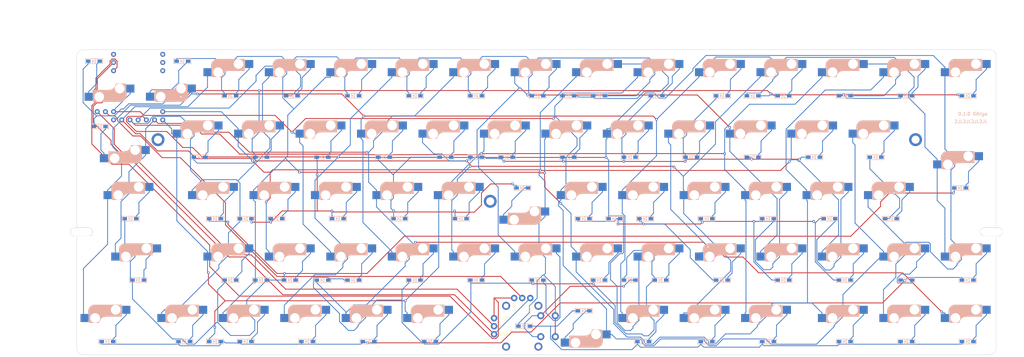
<source format=kicad_pcb>
(kicad_pcb (version 20221018) (generator pcbnew)
  (layers (0 "F.Cu" signal) (31 "B.Cu" signal) (34 "B.Paste" user) (35 "F.Paste" user) (36 "B.SilkS" user "B.Silkscreen") (37 "F.SilkS" user "F.Silkscreen") (38 "B.Mask" user) (39 "F.Mask" user) (44 "Edge.Cuts" user))
  (net 0 "")
  (net 1 "Net-(D1-K)")
  (net 2 "Net-(D1-A)")
  (net 3 "Net-(D10-K)")
  (net 4 "Net-(D2-A)")
  (net 5 "Net-(D11-K)")
  (net 6 "Net-(D3-A)")
  (net 7 "Net-(D12-K)")
  (net 8 "Net-(D4-A)")
  (net 9 "Net-(D13-K)")
  (net 10 "Net-(D5-A)")
  (net 11 "Net-(D14-K)")
  (net 12 "Net-(D6-A)")
  (net 13 "Net-(D15-K)")
  (net 14 "Net-(D7-A)")
  (net 15 "Net-(D16-K)")
  (net 16 "Net-(D8-A)")
  (net 17 "Net-(D17-K)")
  (net 18 "Net-(D9-A)")
  (net 19 "Net-(D10-A)")
  (net 20 "Net-(D11-A)")
  (net 21 "Net-(D12-A)")
  (net 22 "Net-(D13-A)")
  (net 23 "Net-(D14-A)")
  (net 24 "Net-(D15-A)")
  (net 25 "Net-(D16-A)")
  (net 26 "Net-(D17-A)")
  (net 27 "Net-(D18-A)")
  (net 28 "Net-(D19-A)")
  (net 29 "Net-(D20-A)")
  (net 30 "Net-(D21-A)")
  (net 31 "Net-(D22-A)")
  (net 32 "Net-(D23-A)")
  (net 33 "Net-(D24-A)")
  (net 34 "Net-(D25-A)")
  (net 35 "Net-(D26-A)")
  (net 36 "Net-(D27-A)")
  (net 37 "Net-(D28-A)")
  (net 38 "Net-(D29-A)")
  (net 39 "Net-(D30-A)")
  (net 40 "Net-(D31-A)")
  (net 41 "Net-(D32-A)")
  (net 42 "Net-(D33-A)")
  (net 43 "Net-(D34-A)")
  (net 44 "Net-(D35-A)")
  (net 45 "Net-(D36-A)")
  (net 46 "Net-(D37-A)")
  (net 47 "Net-(D38-A)")
  (net 48 "Net-(D39-A)")
  (net 49 "Net-(D40-A)")
  (net 50 "Net-(D41-A)")
  (net 51 "Net-(D42-A)")
  (net 52 "Net-(D43-A)")
  (net 53 "Net-(D44-A)")
  (net 54 "Net-(D45-A)")
  (net 55 "Net-(D46-A)")
  (net 56 "Net-(D47-A)")
  (net 57 "Net-(D48-A)")
  (net 58 "Net-(D49-A)")
  (net 59 "Net-(D50-A)")
  (net 60 "Net-(D51-A)")
  (net 61 "Net-(D52-A)")
  (net 62 "Net-(D53-A)")
  (net 63 "Net-(D54-A)")
  (net 64 "Net-(D55-A)")
  (net 65 "Net-(D56-A)")
  (net 66 "Net-(D57-A)")
  (net 67 "Net-(D58-A)")
  (net 68 "Net-(D59-A)")
  (net 69 "Net-(D60-A)")
  (net 70 "Net-(D61-A)")
  (net 71 "Net-(D62-A)")
  (net 72 "Net-(D63-A)")
  (net 73 "Net-(D65-A)")
  (net 74 "Net-(D66-A)")
  (net 75 "Net-(D67-A)")
  (net 76 "Net-(D68-A)")
  (net 77 "Net-(D69-A)")
  (net 78 "Net-(D70-A)")
  (net 79 "P1")
  (net 80 "P2")
  (net 81 "P3")
  (net 82 "P4")
  (net 83 "P5")
  (net 84 "P6")
  (net 85 "P7")
  (net 86 "P8")
  (net 87 "P9")
  (net 88 "VCC")
  (net 89 "GND")
  (net 90 "SW-B")
  (net 95 "VR-X")
  (net 96 "VR-Y")
  (footprint "foostan/kbd:CherryMX_Hotswap" (layer "F.Cu") (at 136.675 136.675)
    (fp_text reference "S44")
    (fp_text value "SW_PUSH" hide)
  )
  (footprint "foostan/kbd:CherryMX_Hotswap" (layer "F.Cu") (at 117.625 79.525)
    (fp_text reference "S2")
    (fp_text value "SW_PUSH" hide)
  )
  (footprint "foostan/kbd:CherryMX_Hotswap" (layer "F.Cu") (at 308.125 79.525)
    (fp_text reference "S12")
    (fp_text value "SW_PUSH" hide)
  )
  (footprint "foostan/kbd:CherryMX_Hotswap" (layer "F.Cu") (at 141.4375 155.725)
    (fp_text reference "S59")
    (fp_text value "SW_PUSH" hide)
  )
  (footprint "foostan/kbd:CherryMX_Hotswap" (layer "F.Cu") (at 193.825 136.675)
    (fp_text reference "S47")
    (fp_text value "SW_PUSH" hide)
  )
  (footprint "foostan/kbd:CherryMX_Hotswap" (layer "F.Cu") (at 136.675 79.525)
    (fp_text reference "S3")
    (fp_text value "SW_PUSH" hide)
  )
  (footprint "foostan/kbd:CherryMX_Hotswap" (layer "F.Cu") (at 265.2625 117.625)
    (fp_text reference "S38")
    (fp_text value "SW_PUSH" hide)
  )
  (footprint "foostan/kbd:CherryMX_Hotswap" (layer "F.Cu") (at 246.2125 117.625)
    (fp_text reference "S37")
    (fp_text value "SW_PUSH" hide)
  )
  (footprint "foostan/kbd:CherryMX_Hotswap" (layer "F.Cu") (at 346.225 79.525)
    (fp_text reference "S14")
    (fp_text value "SW_PUSH" hide)
  )
  (footprint "xiao:hole_7x3" (layer "F.Cu") (at 353.5 126.5)
    (fp_text reference "H5" hide)
    (fp_text value "MountingHole" hide)
  )
  (footprint "foostan/kbd:CherryMX_Hotswap" (layer "F.Cu") (at 250.975 136.675)
    (fp_text reference "S50")
    (fp_text value "SW_PUSH" hide)
  )
  (footprint "foostan/kbd:CherryMX_Hotswap" (layer "F.Cu") (at 227.1625 155.725 180)
    (fp_text reference "S63")
    (fp_text value "SW_PUSH" hide)
  )
  (footprint "foostan/kbd:CherryMX_Hotswap" (layer "F.Cu") (at 241.45 98.575)
    (fp_text reference "S23")
    (fp_text value "SW_PUSH" hide)
  )
  (footprint "foostan/kbd:CherryMX_Hotswap" (layer "F.Cu") (at 79.525 155.725)
    (fp_text reference "S56")
    (fp_text value "SW_PUSH" hide)
  )
  (footprint "foostan/kbd:CherryMX_Hotswap" (layer "F.Cu") (at 270.025 136.675)
    (fp_text reference "S51")
    (fp_text value "SW_PUSH" hide)
  )
  (footprint "foostan/kbd:CherryMX_Hotswap" (layer "F.Cu") (at 298.6 98.575)
    (fp_text reference "S26")
    (fp_text value "SW_PUSH" hide)
  )
  (footprint "foostan/kbd:CherryMX_Hotswap" (layer "F.Cu") (at 279.55 98.575)
    (fp_text reference "S25")
    (fp_text value "SW_PUSH" hide)
  )
  (footprint "foostan/kbd:CherryMX_Hotswap" (layer "F.Cu") (at 165.25 98.575)
    (fp_text reference "S19")
    (fp_text value "SW_PUSH" hide)
  )
  (footprint "foostan/kbd:CherryMX_Hotswap" (layer "F.Cu") (at 346.225 136.675)
    (fp_text reference "S55")
    (fp_text value "SW_PUSH" hide)
  )
  (footprint "xiao:RKJXV122400R" (layer "F.Cu") (at 208.1125 155.725 90)
    (fp_text reference "U2" hide)
    (fp_text value "~" hide)
  )
  (footprint "foostan/kbd:CherryMX_Hotswap" (layer "F.Cu") (at 84.2875 98.575 180)
    (fp_text reference "S15")
    (fp_text value "SW_PUSH" hide)
  )
  (footprint "foostan/kbd:CherryMX_Hotswap" (layer "F.Cu") (at 212.875 79.525)
    (fp_text reference "S7")
    (fp_text value "SW_PUSH" hide)
  )
  (footprint "xiao:hole_7x3" (layer "F.Cu") (at 71.5 126.5)
    (fp_text reference "H4" hide)
    (fp_text value "MountingHole" hide)
  )
  (footprint "foostan/kbd:CherryMX_Hotswap" (layer "F.Cu") (at 170.0125 117.625)
    (fp_text reference "S33")
    (fp_text value "SW_PUSH" hide)
  )
  (footprint "foostan/kbd:CherryMX_Hotswap" (layer "F.Cu") (at 146.2 98.575)
    (fp_text reference "S18")
    (fp_text value "SW_PUSH" hide)
  )
  (footprint "foostan/kbd:CherryMX_Hotswap" (layer "F.Cu") (at 346.225 155.725)
    (fp_text reference "S69")
    (fp_text value "SW_PUSH" hide)
  )
  (footprint "foostan/kbd:CherryMX_Hotswap" (layer "F.Cu") (at 270.025 79.525)
    (fp_text reference "S10")
    (fp_text value "SW_PUSH" hide)
  )
  (footprint "foostan/kbd:CherryMX_Hotswap" (layer "F.Cu") (at 212.875 136.675)
    (fp_text reference "S48")
    (fp_text value "SW_PUSH" hide)
  )
  (footprint "foostan/kbd:CherryMX_Hotswap" (layer "F.Cu") (at 289.075 79.525)
    (fp_text reference "S11")
    (fp_text value "SW_PUSH" hide)
  )
  (footprint "foostan/kbd:CherryMX_Hotswap" (layer "F.Cu") (at 284.3125 117.625)
    (fp_text reference "S39")
    (fp_text value "SW_PUSH" hide)
  )
  (footprint "foostan/kbd:CherryMX_Hotswap" (layer "F.Cu") (at 103.3375 155.725)
    (fp_text reference "S57")
    (fp_text value "SW_PUSH" hide)
  )
  (footprint "foostan/kbd:CherryMX_Hotswap" (layer "F.Cu") (at 303.3625 117.625)
    (fp_text reference "S40")
    (fp_text value "SW_PUSH" hide)
  )
  (footprint "foostan/kbd:CherryMX_Hotswap" (layer "F.Cu") (at 289.075 136.675)
    (fp_text reference "S52")
    (fp_text value "SW_PUSH" hide)
  )
  (footprint "foostan/kbd:CherryMX_Hotswap" (layer "F.Cu") (at 98.575 79.5 180)
    (fp_text reference "S1")
    (fp_text value "SW_PUSH" hide)
  )
  (footprint "foostan/kbd:CherryMX_Hotswap" (layer "F.Cu") (at 189.0625 117.625)
    (fp_text reference "S34")
    (fp_text value "SW_PUSH" hide)
  )
  (footprint "xiao:hole_2.5" (layer "F.Cu") (at 95.2 97.9)
    (fp_text reference "H1" hide)
    (fp_text value "MountingHole" hide)
  )
  (footprint "foostan/kbd:CherryMX_Hotswap" (layer "F.Cu") (at 155.725 79.525)
    (fp_text reference "S4")
    (fp_text value "SW_PUSH" hide)
  )
  (footprint "foostan/kbd:CherryMX_Hotswap" (layer "F.Cu") (at 231.925 79.525)
    (fp_text reference "S8")
    (fp_text value "SW_PUSH" hide)
  )
  (footprint "foostan/kbd:CherryMX_Hotswap" (layer "F.Cu") (at 174.775 79.525)
    (fp_text reference "S5")
    (fp_text value "SW_PUSH" hide)
  )
  (footprint "foostan/kbd:CherryMX_Hotswap" (layer "F.Cu") (at 327.175 155.725)
    (fp_text reference "S68")
    (fp_text value "SW_PUSH" hide)
  )
  (footprint "foostan/kbd:CherryMX_Hotswap" (layer "F.Cu") (at 108.1 98.575)
    (fp_text reference "S16")
    (fp_text value "SW_PUSH" hide)
  )
  (footprint "foostan/kbd:CherryMX_Hotswap" (layer "F.Cu") (at 184.3 98.575)
    (fp_text reference "S20")
    (fp_text value "SW_PUSH" hide)
  )
  (footprint "foostan/kbd:CherryMX_Hotswap" (layer "F.Cu") (at 208.1125 117.625 180)
    (fp_text reference "S35")
    (fp_text value "SW_PUSH" hide)
  )
  (footprint "foostan/kbd:CherryMX_Hotswap" (layer "F.Cu") (at 150.9625 117.625)
    (fp_text reference "S32")
    (fp_text value "SW_PUSH" hide)
  )
  (footprint "xiao:hole_2.5" (layer "F.Cu") (at 198.2 117)
    (fp_text reference "H3" hide)
    (fp_text value "MountingHole" hide)
  )
  (footprint "foostan/kbd:CherryMX_Hotswap" (layer "F.Cu") (at 231.925 136.675)
    (fp_text reference "S49")
    (fp_text value "SW_PUSH" hide)
  )
  (footprint "xiao:CherryMX_Hotswap_with_ISO_Enter_stabilizer" (layer "F.Cu") (at 346.225 108.1)
    (fp_text reference "S28")
    (fp_text value "SW_PUSH" hide)
  )
  (footprint "xiao:CherryMX_Hotswap_with_2u_stabilizer" (layer "F.Cu") (at 89.05 136.675)
    (fp_text reference "S42")
    (fp_text value "SW_PUSH" hide)
  )
  (footprint "foostan/kbd:CherryMX_Hotswap" (layer "F.Cu") (at 317.65 98.575)
    (fp_text reference "S27")
    (fp_text value "SW_PUSH" hide)
  )
  (footprint "foostan/kbd:CherryMX_Hotswap" (layer "F.Cu") (at 327.175 79.525)
    (fp_text reference "S13")
    (fp_text value "SW_PUSH" hide)
  )
  (footprint "foostan/kbd:CherryMX_Hotswap" (layer "F.Cu") (at 112.8625 117.625)
    (fp_text reference "S30")
    (fp_text value "SW_PUSH" hide)
  )
  (footprint "foostan/kbd:CherryMX_Hotswap" (layer "F.Cu") (at 127.15 98.575)
    (fp_text reference "S17")
    (fp_text value "SW_PUSH" hide)
  )
  (footprint "foostan/kbd:CherryMX_Hotswap" (layer "F.Cu") (at 246.2125 155.725)
    (fp_text reference "S64")
    (fp_text value "SW_PUSH" hide)
  )
  (footprint "foostan/kbd:CherryMX_Hotswap" (layer "F.Cu") (at 179.5375 155.725)
    (fp_text reference "S61")
    (fp_text value "SW_PUSH" hide)
  )
  (footprint "foostan/kbd:CherryMX_Hotswap" (layer "F.Cu") (at 222.4 98.575)
    (fp_text reference "S22")
    (fp_text value "SW_PUSH" hide)
  )
  (footprint "foostan/kbd:CherryMX_Hotswap" (layer "F.Cu") (at 203.35 98.575)
    (fp_text reference "S21")
    (fp_text value "SW_PUSH" hide)
  )
  (footprint "foostan/kbd:CherryMX_Hotswap" (layer "F.Cu") (at 265.2625 155.725)
    (fp_text reference "S65")
    (fp_text value "SW_PUSH" hide)
  )
  (footprint "foostan/kbd:CherryMX_Hotswap" (layer "F.Cu") (at 322.4125 117.625)
    (fp_text reference "S41")
    (fp_text value "SW_PUSH" hide)
  )
  (footprint "foostan/kbd:CherryMX_Hotswap" (layer "F.Cu") (at 193.825 79.525)
    (fp_text reference "S6")
    (fp_text value "SW_PUSH" hide)
  )
  (footprint "foostan/kbd:CherryMX_Hotswap" (layer "F.Cu") (at 227.1625 117.625)
    (fp_text reference "S36")
    (fp_text value "SW_PUSH" hide)
  )
  (footprint "foostan/kbd:CherryMX_Hotswap" (layer "F.Cu") (at 131.9125 117.625)
    (fp_text reference "S31")
    (fp_text value "SW_PUSH" hide)
  )
  (footprint "foostan/kbd:CherryMX_Hotswap" (layer "F.Cu") (at 174.775 136.675)
    (fp_text reference "S46")
    (fp_text value "SW_PUSH" hide)
  )
  (footprint "foostan/kbd:CherryMX_Hotswap" (layer "F.Cu") (at 308.125 136.675)
    (fp_text reference "S53")
    (fp_text value "SW_PUSH" hide)
  )
  (footprint "foostan/kbd:CherryMX_Hotswap" (layer "F.Cu") (at 155.725 136.675)
    (fp_text reference "S45")
    (fp_text value "SW_PUSH" hide)
  )
  (footprint "foostan/kbd:CherryMX_Hotswap" (layer "F.Cu") (at 284.3125 155.725)
    (fp_text reference "S66")
    (fp_text value "SW_PUSH" hide)
  )
  (footprint "foostan/kbd:CherryMX_Hotswap" (layer "F.Cu") (at 117.625 136.675)
    (fp_text reference "S43")
    (fp_text value "SW_PUSH" hide)
  )
  (footprint "foostan/kbd:CherryMX_Hotswap" (layer "F.Cu") (at 160.4875 155.725)
    (fp_text reference "S60")
    (fp_text value "SW_PUSH" hide)
  )
  (footprint "foostan/kbd:CherryMX_Hotswap" (layer "F.Cu") (at 308.125 155.725)
    (fp_text reference "S67")
    (fp_text value "SW_PUSH" hide)
  )
  (footprint "xiao:hole_2.5" (layer "F.Cu") (at 330.05 97.9)
    (fp_text reference "H2" hide)
    (fp_text value "MountingHole" hide)
  )
  (footprint "foostan/kbd:CherryMX_Hotswap" (layer "F.Cu") (at 260.5 98.575)
    (fp_text reference "S24")
    (fp_text value "SW_PUSH" hide)
  )
  (footprint "foostan/kbd:CherryMX_Hotswap" (layer "F.Cu") (at 250.975 79.525)
    (fp_text reference "S9")
    (fp_text value "SW_PUSH" hide)
  )
  (footprint "foostan/kbd:CherryMX_Hotswap" (layer "F.Cu") (at 79.525 79.525 180)
    (fp_text reference "S0")
    (fp_text value "SW_PUSH" hide)
  )
  (footprint "foostan/kbd:CherryMX_Hotswap" (layer "F.Cu") (at 327.175 136.675)
    (fp_text reference "S54")
    (fp_text value "SW_PUSH" hide)
  )
  (footprint "foostan/kbd:CherryMX_Hotswap" (layer "F.Cu") (at 122.3875 155.725)
    (fp_text reference "S58")
    (fp_text value "SW_PUSH" hide)
  )
  (footprint "foostan/kbd:CherryMX_Hotswap" (layer "F.Cu") (at 86.6688 117.625)
    (fp_text reference "S29")
    (fp_text value "SW_PUSH" hide)
  )
  (footprint "foostan/kbd:D3_SMD_v2" (layer "B.Cu") (at 79.525 160.4875)
    (fp_text reference "D23" hide)
    (fp_text value "1N4148" hide)
  )
  (footprint "foostan/kbd:D3_SMD_v2" (layer "B.Cu") (at 86.6688 122.3875)
    (fp_text reference "D20" hide)
    (fp_text value "1N4148" hide)
  )
  (footprint "foostan/kbd:D3_SMD_v2" (layer "B.Cu") (at 298.6 103.3375)
    (fp_text reference "D67" hide)
    (fp_text value "1N4148" hide)
  )
  (footprint "foostan/kbd:D3_SMD_v2" (layer "B.Cu") (at 184.3 103.3375)
    (fp_text reference "D19" hide)
    (fp_text value "1N4148" hide)
  )
  (footprint "foostan/kbd:D3_SMD_v2" (layer "B.Cu") (at 193.825 103.3375)
    (fp_text reference "D75" hide)
    (fp_text value "1N4148" hide)
  )
  (footprint "foostan/kbd:D3_SMD_v2" (layer "B.Cu") (at 117.625 84.2875)
    (fp_text reference "D17" hide)
    (fp_text value "1N4148" hide)
  )
  (footprint "foostan/kbd:D3_SMD_v2" (layer "B.Cu") (at 303.3625 122.3875)
    (fp_text reference "D37" hide)
    (fp_text value "1N4148" hide)
  )
  (footprint "foostan/kbd:D3_SMD_v2" (layer "B.Cu") (at 279.55 84.2875)
    (fp_text reference "D74" hide)
    (fp_text value "1N4148" hide)
  )
  (footprint "foostan/kbd:D3_SMD_v2" (layer "B.Cu") (at 260.5 103.3375)
    (fp_text reference "D51" hide)
    (fp_text value "1N4148" hide)
  )
  (footprint "foostan/kbd:D3_SMD_v2" (layer "B.Cu") (at 346.225 84.2875)
    (fp_text reference "D42" hide)
    (fp_text value "1N4148" hide)
  )
  (footprint "foostan/kbd:D3_SMD_v2" (layer "B.Cu") (at 103.3375 160.4875)
    (fp_text reference "D31" hide)
    (fp_text value "1N4148" hide)
  )
  (footprint "foostan/kbd:D3_SMD_v2" (layer "B.Cu") (at 155.725 84.2875)
    (fp_text reference "D33" hide)
    (fp_text value "1N4148" hide)
  )
  (footprint "foostan/kbd:D3_SMD_v2" (layer "B.Cu") (at 77.1438 93.8125)
    (fp_text reference "D50" hide)
    (fp_text value "1N4148" hide)
  )
  (footprint "foostan/kbd:D3_SMD_v2" (layer "B.Cu") (at 89.05 141.4375)
    (fp_text reference "D53" hide)
    (fp_text value "1N4148" hide)
  )
  (footprint "foostan/kbd:D3_SMD_v2" (layer "B.Cu") (at 193.825 141.4375)
    (fp_text reference "D22" hide)
    (fp_text value "1N4148" hide)
  )
  (footprint "foostan/kbd:D3_SMD_v2" (layer "B.Cu") (at 150.9625 122.3875)
    (fp_text reference "D44" hide)
    (fp_text value "1N4148" hide)
  )
  (footprint "foostan/kbd:D3_SMD_v2" (layer "B.Cu") (at 270.025 141.4375)
    (fp_text reference "D54" hide)
    (fp_text value "1N4148" hide)
  )
  (footprint "foostan/kbd:D3_SMD_v2" (layer "B.Cu") (at 127.15 103.3375)
    (fp_text reference "D66" hide)
    (fp_text value "1N4148" hide)
  )
  (footprint "foostan/kbd:D3_SMD_v2" (layer "B.Cu") (at 245.6063 160.4875)
    (fp_text reference "D16" hide)
    (fp_text value "1N4148" hide)
  )
  (footprint "foostan/kbd:D3_SMD_v2" (layer "B.Cu") (at 102.7422 73.5719)
    (fp_text reference "D9" hide)
    (fp_text value "1N4148" hide)
  )
  (footprint "foostan/kbd:D3_SMD_v2" (layer "B.Cu") (at 236.6875 122.3875)
    (fp_text reference "D78" hide)
    (fp_text value "1N4148" hide)
  )
  (footprint "foostan/kbd:D3_SMD_v2" (layer "B.Cu") (at 179.5375 160.4875)
    (fp_text reference "D63" hide)
    (fp_text value "1N4148" hide)
  )
  (footprint "foostan/kbd:D3_SMD_v2" (layer "B.Cu") (at 231.925 84.2875)
    (fp_text reference "D65" hide)
    (fp_text value "1N4148" hide)
  )
  (footprint "foostan/kbd:D3_SMD_v2" (layer "B.Cu") (at 212.875 141.4375)
    (fp_text reference "D30" hide)
    (fp_text value "1N4148" hide)
  )
  (footprint "foostan/kbd:D3_SMD_v2" (layer "B.Cu") (at 231.925 141.4375)
    (fp_text reference "D38" hide)
    (fp_text value "1N4148" hide)
  )
  (footprint "foostan/kbd:D3_SMD_v2" (layer "B.Cu") (at 327.175 160.4875)
    (fp_text reference "D48" hide)
    (fp_text value "1N4148" hide)
  )
  (footprint "foostan/kbd:D3_SMD_v2" (layer "B.Cu") (at 122.3875 160.4875)
    (fp_text reference "D39" hide)
    (fp_text value "1N4148" hide)
  )
  (footprint "foostan/kbd:D3_SMD_v2" (layer "B.Cu") (at 174.775 84.2875)
    (fp_text reference "D41" hide)
    (fp_text value "1N4148" hide)
  )
  (footprint "foostan/kbd:D3_SMD_v2" (layer "B.Cu") (at 222.4 84.2875)
    (fp_text reference "D73" hide)
    (fp_text value "1N4148" hide)
  )
  (footprint "foostan/kbd:D3_SMD_v2" (layer "B.Cu") (at 212.875 84.2875)
    (fp_text reference "D57" hide)
    (fp_text value "1N4148" hide)
  )
  (footprint "foostan/kbd:D3_SMD_v2" (layer "B.Cu") (at 289.075 84.2875)
    (fp_text reference "D18" hide)
    (fp_text value "1N4148" hide)
  )
  (footprint "foostan/kbd:D3_SMD_v2" (layer "B.Cu") (at 241.45 103.3375)
    (fp_text reference "D43" hide)
    (fp_text value "1N4148" hide)
  )
  (footprint "foostan/kbd:D3_SMD_v2" (layer "B.Cu") (at 108.1 103.3375)
    (fp_text reference "D58" hide)
    (fp_text value "1N4148" hide)
  )
  (footprint "foostan/kbd:D3_SMD_v2" (layer "B.Cu") (at 170.0125 122.3875)
    (fp_text reference "D52" hide)
    (fp_text value "1N4148" hide)
  )
  (footprint "foostan/kbd:D3_SMD_v2" (layer "B.Cu") (at 265.2625 122.3875)
    (fp_text reference "D21" hide)
    (fp_text value "1N4148" hide)
  )
  (footprint "foostan/kbd:D3_SMD_v2" (layer "B.Cu") (at 112.8625 122.3875)
    (fp_text reference "D28" hide)
    (fp_text value "1N4148" hide)
  )
  (footprint "foostan/kbd:D3_SMD_v2" (layer "B.Cu") (at 279.55 103.3375)
    (fp_text reference "D59" hide)
    (fp_text value "1N4148" hide)
  )
  (footprint "foostan/kbd:D3_SMD_v2" (layer "B.Cu") (at 122.3875 122.3875)
    (fp_text reference "D76" hide)
    (fp_text value "1N4148" hide)
  )
  (footprint "foostan/kbd:D3_SMD_v2" (layer "B.Cu") (at 146.2 103.3375)
    (fp_text reference "D3" hide)
    (fp_text value "1N4148" hide)
  )
  (footprint "foostan/kbd:D3_SMD_v2" (layer "B.Cu") (at 250.975 141.4375)
    (fp_text reference "D46" hide)
    (fp_text value "1N4148" hide)
  )
  (footprint "foostan/kbd:D3_SMD_v2" (layer "B.Cu") (at 112.8625 160.4875)
    (fp_text reference "D80" hide)
    (fp_text value "1N4148" hide)
  )
  (footprint "foostan/kbd:D3_SMD_v2" (layer "B.Cu") (at 127.15 141.4375)
    (fp_text reference "D77" hide)
    (fp_text value "1N4148" hide)
  )
  (footprint "foostan/kbd:D3_SMD_v2" (layer "B.Cu") (at 246.2125 122.3875)
    (fp_text reference "D13" hide)
    (fp_text value "1N4148" hide)
  )
  (footprint "foostan/kbd:D3_SMD_v2" (layer "B.Cu") (at 193.825 84.2875)
    (fp_text reference "D49" hide)
    (fp_text value "1N4148" hide)
  )
  (footprint "foostan/kbd:D3_SMD_v2" (layer "B.Cu") (at 284.3125 160.4875)
    (fp_text reference "D32" hide)
    (fp_text value "1N4148" hide)
  )
  (footprint "foostan/kbd:D3_SMD_v2" (layer "B.Cu") (at 343.8438 112.8625)
    (fp_text reference "D12" hide)
    (fp_text value "1N4148" hide)
  )
  (footprint "foostan/kbd:D3_SMD_v2" (layer "B.Cu") (at 131.9125 122.3875)
    (fp_text reference "D36" hide)
    (fp_text value "1N4148" hide)
  )
  (footprint "xiao:RP2040-Zero_reverse_for_sgh60" (layer "B.Cu") (at 89.05 81.605 180)
    (fp_text reference "U1")
    (fp_text value "~")
  )
  (footprint "foostan/kbd:D3_SMD_v2" (layer "B.Cu") (at 327.175 84.2875)
    (fp_text reference "D34" hide)
    (fp_text value "1N4148" hide)
  )
  (footprint "foostan/kbd:D3_SMD_v2" (layer "B.Cu") (at 265.2625 160.4875)
    (fp_text reference "D24" hide)
    (fp_text value "1N4148" hide)
  )
  (footprint "foostan/kbd:D3_SMD_v2" (layer "B.Cu") (at 317.65 103.3375)
    (fp_text reference "D4" hide)
    (fp_text value "1N4148" hide)
  )
  (footprint "foostan/kbd:D3_SMD_v2" (layer "B.Cu") (at 208.1125 112.8625)
    (fp_text reference "D68" hide)
    (fp_text value "1N4148" hide)
  )
  (footprint "foostan/kbd:D3_SMD_v2" (layer "B.Cu") (at 346.2252 160.4875)
    (fp_text reference "D56" hide)
    (fp_text value "1N4148" hide)
  )
  (footprint "foostan/kbd:D3_SMD_v2" (layer "B.Cu") (at 141.4375 160.4875)
    (fp_text reference "D47" hide)
    (fp_text value "1N4148" hide)
  )
  (footprint "foostan/kbd:D3_SMD_v2" (layer "B.Cu") (at 136.0688 141.4375)
    (fp_text reference "D69" hide)
    (fp_text value "1N4148" hide)
  )
  (footprint "foostan/kbd:D3_SMD_v2" (layer "B.Cu") (at 155.725 141.4375)
    (fp_text reference "D6" hide)
    (fp_text value "1N4148" hide)
  )
  (footprint "foostan/kbd:D3_SMD_v2" (layer "B.Cu") (at 289.075 141.4375)
    (fp_text reference "D62" hide)
    (fp_text value "1N4148" hide)
  )
  (footprint "foostan/kbd:D3_SMD_v2" (layer "B.Cu") (at 308.125 141.4375)
    (fp_text reference "D70" hide)
    (fp_text value "1N4148" hide)
  )
  (footprint "foostan/kbd:D3_SMD_v2" (layer "B.Cu") (at 136.675 84.2875)
    (fp_text reference "D25" hide)
    (fp_text value "1N4148" hide)
  )
  (footprint "foostan/kbd:D3_SMD_v2" (layer "B.Cu") (at 270.025 84.2875)
    (fp_text reference "D10" hide)
    (fp_text value "1N4148" hide)
  )
  (footprint "foostan/kbd:D3_SMD_v2" (layer "B.Cu") (at 284.3125 122.3875)
    (fp_text reference "D29" hide)
    (fp_text value "1N4148" hide)
  )
  (footprint "foostan/kbd:D3_SMD_v2" (layer "B.Cu") (at 308.125 84.2875)
    (fp_text reference "D26" hide)
    (fp_text value "1N4148" hide)
  )
  (footprint "foostan/kbd:D3_SMD_v2" (layer "B.Cu") (at 327.175 141.4375)
    (fp_text reference "D7" hide)
    (fp_text value "1N4148" hide)
  )
  (footprint "foostan/kbd:D3_SMD_v2" (layer "B.Cu") (at 203.35 103.3375)
    (fp_text reference "D27" hide)
    (fp_text value "1N4148" hide)
  )
  (footprint "foostan/kbd:D3_SMD_v2" (layer "B.Cu") (at 160.4875 160.4875)
    (fp_text reference "D55" hide)
    (fp_text value "1N4148" hide)
  )
  (footprint "foostan/kbd:D3_SMD_v2" (layer "B.Cu") (at 117.625 141.4375)
    (fp_text reference "D61" hide)
    (fp_text value "1N4148" hide)
  )
  (footprint "foostan/kbd:D3_SMD_v2" (layer "B.Cu") (at 189.0625 122.3875)
    (fp_text reference "D60" hide)
    (fp_text value "1N4148" hide)
  )
  (footprint "foostan/kbd:D3_SMD_v2" (layer "B.Cu") (at 308.125 160.4875)
    (fp_text reference "D40" hide)
    (fp_text value "1N4148" hide)
  )
  (footprint "foostan/kbd:D3_SMD_v2" (layer "B.Cu") (at 75.3578 73.5719)
    (fp_text reference "D1" hide)
    (fp_text value "1N4148" hide)
  )
  (footprint "foostan/kbd:D3_SMD_v2" (layer "B.Cu") (at 146.2 141.4375)
    (fp_text reference "D79" hide)
    (fp_text value "1N4148" hide)
  )
  (footprint "foostan/kbd:D3_SMD_v2" (layer "B.Cu") (at 165.25 103.3375)
    (fp_text reference "D11" hide)
    (fp_text value "1N4148" hide)
  )
  (footprint "foostan/kbd:D3_SMD_v2" (layer "B.Cu") (at 208.7188 155.725)
    (fp_text reference "D81" hide)
    (fp_text value "1N4148" hide)
  )
  (footprint "foostan/kbd:D3_SMD_v2" (layer "B.Cu") (at 227.1625 150.9625)
    (fp_text reference "D8" hide)
    (fp_text value "1N4148" hide)
  )
  (footprint "foostan/kbd:D3_SMD_v2" (layer "B.Cu") (at 322.4125 122.3875)
    (fp_text reference "D45" hide)
    (fp_text value "1N4148" hide)
  )
  (footprint "foostan/kbd:D3_SMD_v2" (layer "B.Cu") (at 222.4 103.3375)
    (fp_text reference "D35" hide)
    (fp_text value "1N4148" hide)
  )
  (footprint "foostan/kbd:D3_SMD_v2" (layer "B.Cu") (at 227.1625 122.3875)
    (fp_text reference "D5" hide)
    (fp_text value "1N4148" hide)
  )
  (footprint "foostan/kbd:D3_SMD_v2" (layer "B.Cu") (at 249.7845 84.2875)
    (fp_text reference "D2" hide)
    (fp_text value "1N4148" hide)
  )
  (footprint "foostan/kbd:D3_SMD_v2" (layer "B.Cu") (at 174.775 141.4375)
    (fp_text reference "D14" hide)
    (fp_text value "1N4148" hide)
  )
  (footprint "foostan/kbd:D3_SMD_v2" (layer "B.Cu") (at 241.45 141.4375)
    (fp_text reference "D71" hide)
    (fp_text value "1N4148" hide)
  )
  (footprint "foostan/kbd:D3_SMD_v2" (layer "B.Cu") (at 346.225 141.4375)
    (fp_text reference "D15" hide)
    (fp_text value "1N4148" hide)
  )
  (gr_arc (start 355 162.6) (mid 354.414214 164.014214) (end 353 164.6) (stroke (width 0.1)) (layer "Edge.Cuts"))
  (gr_line (start 353 164.6) (end 72 164.6) (stroke (width 0.1)) (layer "Edge.Cuts"))
  (gr_line (start 70 162.6) (end 70 72) (stroke (width 0.1)) (layer "Edge.Cuts"))
  (gr_line (start 355 72) (end 355 162.6) (stroke (width 0.1)) (layer "Edge.Cuts"))
  (gr_line (start 72 70) (end 353 70) (stroke (width 0.1)) (layer "Edge.Cuts"))
  (gr_arc (start 70 72) (mid 70.585786 70.585786) (end 72 70) (stroke (width 0.1)) (layer "Edge.Cuts"))
  (gr_arc (start 72 164.6) (mid 70.585786 164.014214) (end 70 162.6) (stroke (width 0.1)) (layer "Edge.Cuts"))
  (gr_arc (start 353 70) (mid 354.414214 70.585786) (end 355 72) (stroke (width 0.1)) (layer "Edge.Cuts"))
  (gr_text "JLCJLCJLCJLC" (at 352.425 92.86875) (layer "B.SilkS") (effects (font (size 1 1)) (justify left bottom mirror)))
  (gr_text "sgh60 0.1.0" (at 352.425 90.4875) (layer "B.SilkS") (effects (font (size 1 1)) (justify left bottom mirror)))
  (segment (start 284.1516 82.6742) (end 126.5417 82.6742) (width 0.25) (layer "F.Cu") (net 1))
  (segment (start 285.4623 83.9849) (end 307.6795 83.9849) (width 0.25) (layer "F.Cu") (net 1))
  (segment (start 105.8086 82.6742) (end 126.5417 82.6742) (width 0.25) (layer "F.Cu") (net 1))
  (segment (start 285.2072 83.7298) (end 284.1516 82.6742) (width 0.25) (layer "F.Cu") (net 1))
  (segment (start 103.8628 84.62) (end 105.8086 82.6742) (width 0.25) (layer "F.Cu") (net 1))
  (segment (start 307.6795 83.9849) (end 343.1205 83.9849) (width 0.25) (layer "F.Cu") (net 1))
  (segment (start 285.2072 83.7298) (end 285.4623 83.9849) (width 0.25) (layer "F.Cu") (net 1))
  (segment (start 102.298 84.62) (end 103.8628 84.62) (width 0.25) (layer "F.Cu") (net 1))
  (via (at 285.2072 83.7298) (size 0.8) (drill 0.4) (layers "F.Cu" "B.Cu") (net 1))
  (via (at 343.1205 83.9849) (size 0.8) (drill 0.4) (layers "F.Cu" "B.Cu") (net 1))
  (via (at 102.298 84.62) (size 0.8) (drill 0.4) (layers "F.Cu" "B.Cu") (net 1))
  (via (at 307.6795 83.9849) (size 0.8) (drill 0.4) (layers "F.Cu" "B.Cu") (net 1))
  (via (at 126.5417 82.6742) (size 0.8) (drill 0.4) (layers "F.Cu" "B.Cu") (net 1))
  (segment (start 76.0207 90.7523) (end 76.0207 90.6776) (width 0.25) (layer "B.Cu") (net 1))
  (segment (start 71.9941 75.9875) (end 73.5828 74.3988) (width 0.25) (layer "B.Cu") (net 1))
  (segment (start 96.7274 86.7726) (end 97.5452 85.9548) (width 0.25) (layer "B.Cu") (net 1))
  (segment (start 285.2072 83.7298) (end 284.6495 84.2875) (width 0.25) (layer "B.Cu") (net 1))
  (segment (start 81.8811 90.3139) (end 83.833 88.362) (width 0.25) (layer "B.Cu") (net 1))
  (segment (start 306.35 84.2875) (end 307.3769 84.2875) (width 0.25) (layer "B.Cu") (net 1))
  (segment (start 76.0207 90.6776) (end 76.134 90.5643) (width 0.25) (layer "B.Cu") (net 1))
  (segment (start 287.3 84.2875) (end 286.2731 84.2875) (width 0.25) (layer "B.Cu") (net 1))
  (segment (start 126.5417 95.6194) (end 124.4 97.7611) (width 0.25) (layer "B.Cu") (net 1))
  (segment (start 308.809 85.1144) (end 325.4 85.1144) (width 0.25) (layer "B.Cu") (net 1))
  (segment (start 73.5828 73.5719) (end 73.5828 74.3988) (width 0.25) (layer "B.Cu") (net 1))
  (segment (start 76.134 90.5643) (end 71.9941 86.4245) (width 0.25) (layer "B.Cu") (net 1))
  (segment (start 307.3769 84.2875) (end 307.6795 83.9849) (width 0.25) (layer "B.Cu") (net 1))
  (segment (start 124.4 97.7611) (end 124.4 101.5356) (width 0.25) (layer "B.Cu") (net 1))
  (segment (start 125.375 102.5106) (end 125.375 103.3375) (width 0.25) (layer "B.Cu") (net 1))
  (segment (start 81.879 90.3139) (end 81.8811 90.3139) (width 0.25) (layer "B.Cu") (net 1))
  (segment (start 106.325 104.1644) (end 107.342 105.1814) (width 0.25) (layer "B.Cu") (net 1))
  (segment (start 285.7154 83.7298) (end 286.2731 84.2875) (width 0.25) (layer "B.Cu") (net 1))
  (segment (start 81.6979 90.495) (end 81.879 90.3139) (width 0.25) (layer "B.Cu") (net 1))
  (segment (start 76.134 90.5643) (end 76.2033 90.495) (width 0.25) (layer "B.Cu") (net 1))
  (segment (start 75.3688 91.4042) (end 76.0207 90.7523) (width 0.25) (layer "B.Cu") (net 1))
  (segment (start 106.325 103.3375) (end 106.325 104.1644) (width 0.25) (layer "B.Cu") (net 1))
  (segment (start 71.9941 86.4245) (end 71.9941 75.9875) (width 0.25) (layer "B.Cu") (net 1))
  (segment (start 344.45 84.2875) (end 343.4231 84.2875) (width 0.25) (layer "B.Cu") (net 1))
  (segment (start 124.4 101.5356) (end 125.375 102.5106) (width 0.25) (layer "B.Cu") (net 1))
  (segment (start 125.375 104.5765) (end 125.375 104.1644) (width 0.25) (layer "B.Cu") (net 1))
  (segment (start 100.9632 85.9548) (end 102.298 84.62) (width 0.25) (layer "B.Cu") (net 1))
  (segment (start 83.833 88.362) (end 84.5147 88.362) (width 0.25) (layer "B.Cu") (net 1))
  (segment (start 75.3688 93.399) (end 75.3688 91.4042) (width 0.25) (layer "B.Cu") (net 1))
  (segment (start 84.5147 88.362) (end 86.1041 86.7726) (width 0.25) (layer "B.Cu") (net 1))
  (segment (start 75.3688 93.8125) (end 75.3688 93.399) (width 0.25) (layer "B.Cu") (net 1))
  (segment (start 124.7701 105.1814) (end 125.375 104.5765) (width 0.25) (layer "B.Cu") (net 1))
  (segment (start 76.2033 90.495) (end 81.6979 90.495) (width 0.25) (layer "B.Cu") (net 1))
  (segment (start 284.6495 84.2875) (end 281.325 84.2875) (width 0.25) (layer "B.Cu") (net 1))
  (segment (start 307.6795 83.9849) (end 308.809 85.1144) (width 0.25) (layer "B.Cu") (net 1))
  (segment (start 107.342 105.1814) (end 124.7701 105.1814) (width 0.25) (layer "B.Cu") (net 1))
  (segment (start 86.1041 86.7726) (end 96.7274 86.7726) (width 0.25) (layer "B.Cu") (net 1))
  (segment (start 325.4 84.2875) (end 325.4 85.1144) (width 0.25) (layer "B.Cu") (net 1))
  (segment (start 125.375 103.3375) (end 125.375 104.1644) (width 0.25) (layer "B.Cu") (net 1))
  (segment (start 97.5452 85.9548) (end 100.9632 85.9548) (width 0.25) (layer "B.Cu") (net 1))
  (segment (start 285.2072 83.7298) (end 285.7154 83.7298) (width 0.25) (layer "B.Cu") (net 1))
  (segment (start 126.5417 82.6742) (end 126.5417 95.6194) (width 0.25) (layer "B.Cu") (net 1))
  (segment (start 343.4231 84.2875) (end 343.1205 83.9849) (width 0.25) (layer "B.Cu") (net 1))
  (segment (start 76.2 74.5047) (end 77.1328 73.5719) (width 0.25) (layer "B.Cu") (net 2))
  (segment (start 73.683 83.0281) (end 76.2 80.5111) (width 0.25) (layer "B.Cu") (net 2))
  (segment (start 76.2 80.5111) (end 76.2 74.5047) (width 0.25) (layer "B.Cu") (net 2))
  (segment (start 73.683 84.605) (end 73.683 83.0281) (width 0.25) (layer "B.Cu") (net 2))
  (segment (start 220.9135 104.6123) (end 202.4364 104.6123) (width 0.25) (layer "F.Cu") (net 3))
  (segment (start 258.5981 104.6437) (end 259.2885 103.9533) (width 0.25) (layer "F.Cu") (net 3))
  (segment (start 220.9449 104.6437) (end 239.6033 104.6437) (width 0.25) (layer "F.Cu") (net 3))
  (segment (start 259.2885 103.9533) (end 279.214 103.9533) (width 0.25) (layer "F.Cu") (net 3))
  (segment (start 220.9135 104.6123) (end 220.9449 104.6437) (width 0.25) (layer "F.Cu") (net 3))
  (segment (start 239.6033 104.6437) (end 258.5981 104.6437) (width 0.25) (layer "F.Cu") (net 3))
  (segment (start 279.214 103.9533) (end 294.106 103.9533) (width 0.25) (layer "F.Cu") (net 3))
  (via (at 202.4364 104.6123) (size 0.8) (drill 0.4) (layers "F.Cu" "B.Cu") (net 3))
  (via (at 220.9135 104.6123) (size 0.8) (drill 0.4) (layers "F.Cu" "B.Cu") (net 3))
  (via (at 294.106 103.9533) (size 0.8) (drill 0.4) (layers "F.Cu" "B.Cu") (net 3))
  (via (at 279.214 103.9533) (size 0.8) (drill 0.4) (layers "F.Cu" "B.Cu") (net 3))
  (via (at 239.6033 104.6437) (size 0.8) (drill 0.4) (layers "F.Cu" "B.Cu") (net 3))
  (via (at 258.5981 104.6437) (size 0.8) (drill 0.4) (layers "F.Cu" "B.Cu") (net 3))
  (segment (start 268.25 85.1144) (end 259.0862 94.2782) (width 0.25) (layer "B.Cu") (net 3))
  (segment (start 197.0403 103.7509) (end 196.6269 103.3375) (width 0.25) (layer "B.Cu") (net 3))
  (segment (start 259.0862 94.2782) (end 259.0862 96.4249) (width 0.25) (layer "B.Cu") (net 3))
  (segment (start 239.675 104.572) (end 239.675 103.3375) (width 0.25) (layer "B.Cu") (net 3))
  (segment (start 295.7981 103.3375) (end 294.7218 103.3375) (width 0.25) (layer "B.Cu") (net 3))
  (segment (start 258.725 103.3375) (end 258.725 104.5168) (width 0.25) (layer "B.Cu") (net 3))
  (segment (start 239.0001 97.461) (end 239.0001 101.8357) (width 0.25) (layer "B.Cu") (net 3))
  (segment (start 239.0001 101.8357) (end 239.675 102.5106) (width 0.25) (layer "B.Cu") (net 3))
  (segment (start 201.575 103.7509) (end 202.4364 104.6123) (width 0.25) (layer "B.Cu") (net 3))
  (segment (start 268.25 84.2875) (end 268.25 85.1144) (width 0.25) (layer "B.Cu") (net 3))
  (segment (start 258.0501 97.461) (end 258.0501 101.8357) (width 0.25) (layer "B.Cu") (net 3))
  (segment (start 258.0501 101.8357) (end 258.725 102.5106) (width 0.25) (layer "B.Cu") (net 3))
  (segment (start 278.8019 103.3375) (end 278.8019 103.5412) (width 0.25) (layer "B.Cu") (net 3))
  (segment (start 259.0862 96.4249) (end 258.0501 97.461) (width 0.25) (layer "B.Cu") (net 3))
  (segment (start 195.6 103.3375) (end 196.6269 103.3375) (width 0.25) (layer "B.Cu") (net 3))
  (segment (start 220.625 103.3375) (end 220.625 104.3238) (width 0.25) (layer "B.Cu") (net 3))
  (segment (start 239.675 103.3375) (end 239.675 102.5106) (width 0.25) (layer "B.Cu") (net 3))
  (segment (start 240.2533 96.2078) (end 239.0001 97.461) (width 0.25) (layer "B.Cu") (net 3))
  (segment (start 239.6033 104.6437) (end 239.675 104.572) (width 0.25) (layer "B.Cu") (net 3))
  (segment (start 296.825 103.3375) (end 295.7981 103.3375) (width 0.25) (layer "B.Cu") (net 3))
  (segment (start 277.775 103.3375) (end 278.8019 103.3375) (width 0.25) (layer "B.Cu") (net 3))
  (segment (start 258.725 103.3375) (end 258.725 102.5106) (width 0.25) (layer "B.Cu") (net 3))
  (segment (start 220.625 104.3238) (end 220.9135 104.6123) (width 0.25) (layer "B.Cu") (net 3))
  (segment (start 248.0095 84.2875) (end 248.0095 85.1144) (width 0.25) (layer "B.Cu") (net 3))
  (segment (start 201.575 103.3375) (end 201.575 103.7509) (width 0.25) (layer "B.Cu") (net 3))
  (segment (start 248.0095 85.1144) (end 240.2533 92.8706) (width 0.25) (layer "B.Cu") (net 3))
  (segment (start 201.575 103.7509) (end 197.0403 103.7509) (width 0.25) (layer "B.Cu") (net 3))
  (segment (start 258.725 104.5168) (end 258.5981 104.6437) (width 0.25) (layer "B.Cu") (net 3))
  (segment (start 278.8019 103.5412) (end 279.214 103.9533) (width 0.25) (layer "B.Cu") (net 3))
  (segment (start 240.2533 92.8706) (end 240.2533 96.2078) (width 0.25) (layer "B.Cu") (net 3))
  (segment (start 294.7218 103.3375) (end 294.106 103.9533) (width 0.25) (layer "B.Cu") (net 3))
  (segment (start 256.817 76.0219) (end 254.6309 78.208) (width 0.25) (layer "B.Cu") (net 4))
  (segment (start 254.6309 80.3892) (end 251.5595 83.4606) (width 0.25) (layer "B.Cu") (net 4))
  (segment (start 254.6309 78.208) (end 254.6309 80.3892) (width 0.25) (layer "B.Cu") (net 4))
  (segment (start 256.817 74.445) (end 256.817 76.0219) (width 0.25) (layer "B.Cu") (net 4))
  (segment (start 251.5595 84.2875) (end 251.5595 83.4606) (width 0.25) (layer "B.Cu") (net 4))
  (segment (start 144.5592 120.0122) (end 144.5544 120.0074) (width 0.25) (layer "F.Cu") (net 5))
  (segment (start 168.2961 120.0122) (end 168.5839 120.3) (width 0.25) (layer "F.Cu") (net 5))
  (segment (start 187.1494 120.0122) (end 187.5372 120.4) (width 0.25) (layer "F.Cu") (net 5))
  (segment (start 144.5544 120.0074) (end 133.6525 120.0074) (width 0.25) (layer "F.Cu") (net 5))
  (segment (start 133.6525 120.0074) (end 130.1665 123.4934) (width 0.25) (layer "F.Cu") (net 5))
  (segment (start 130.1665 123.4934) (end 124.2677 123.4934) (width 0.25) (layer "F.Cu") (net 5))
  (segment (start 198.3064 111.6093) (end 205.0843 111.6093) (width 0.25) (layer "F.Cu") (net 5))
  (segment (start 149.1155 120.0122) (end 144.5592 120.0122) (width 0.25) (layer "F.Cu") (net 5))
  (segment (start 144.5544 120.0074) (end 144.5544 108.7284) (width 0.25) (layer "F.Cu") (net 5))
  (segment (start 193.241333 120.4) (end 195.4675 118.173833) (width 0.25) (layer "F.Cu") (net 5))
  (segment (start 186.8616 120.3) (end 187.1494 120.0122) (width 0.25) (layer "F.Cu") (net 5))
  (segment (start 168.5839 120.3) (end 186.8616 120.3) (width 0.25) (layer "F.Cu") (net 5))
  (segment (start 168.0083 120.3) (end 149.4033 120.3) (width 0.25) (layer "F.Cu") (net 5))
  (segment (start 149.4033 120.3) (end 149.1155 120.0122) (width 0.25) (layer "F.Cu") (net 5))
  (segment (start 195.4675 114.4482) (end 198.3064 111.6093) (width 0.25) (layer "F.Cu") (net 5))
  (segment (start 187.5372 120.4) (end 193.241333 120.4) (width 0.25) (layer "F.Cu") (net 5))
  (segment (start 195.4675 118.173833) (end 195.4675 114.4482) (width 0.25) (layer "F.Cu") (net 5))
  (segment (start 168.2961 120.0122) (end 168.0083 120.3) (width 0.25) (layer "F.Cu") (net 5))
  (via (at 149.1155 120.0122) (size 0.8) (drill 0.4) (layers "F.Cu" "B.Cu") (net 5))
  (via (at 124.2677 123.4934) (size 0.8) (drill 0.4) (layers "F.Cu" "B.Cu") (net 5))
  (via (at 144.5544 108.7284) (size 0.8) (drill 0.4) (layers "F.Cu" "B.Cu") (net 5))
  (via (at 130.1665 123.4934) (size 0.8) (drill 0.4) (layers "F.Cu" "B.Cu") (net 5))
  (via (at 168.2961 120.0122) (size 0.8) (drill 0.4) (layers "F.Cu" "B.Cu") (net 5))
  (via (at 187.1494 120.0122) (size 0.8) (drill 0.4) (layers "F.Cu" "B.Cu") (net 5))
  (via (at 205.0843 111.6093) (size 0.8) (drill 0.4) (layers "F.Cu" "B.Cu") (net 5))
  (segment (start 163.475 103.3375) (end 163.475 104.1644) (width 0.25) (layer "B.Cu") (net 5))
  (segment (start 149.1875 122.3875) (end 149.1875 121.5606) (width 0.25) (layer "B.Cu") (net 5))
  (segment (start 168.0756 108.765) (end 168.2 108.8894) (width 0.25) (layer "B.Cu") (net 5))
  (segment (start 144.425 104.1644) (end 144.5544 104.2938) (width 0.25) (layer "B.Cu") (net 5))
  (segment (start 124.1625 122.3875) (end 124.1625 123.2144) (width 0.25) (layer "B.Cu") (net 5))
  (segment (start 168.2375 121.5606) (end 168.2375 120.0122) (width 0.25) (layer "B.Cu") (net 5))
  (segment (start 168.2 108.8894) (end 168.2 116.008032) (width 0.25) (layer "B.Cu") (net 5))
  (segment (start 124.1625 123.2144) (end 124.2677 123.3196) (width 0.25) (layer "B.Cu") (net 5))
  (segment (start 144.425 103.3375) (end 144.425 104.1644) (width 0.25) (layer "B.Cu") (net 5))
  (segment (start 187.2875 120.1503) (end 187.2875 122.3875) (width 0.25) (layer "B.Cu") (net 5))
  (segment (start 168.2375 122.3875) (end 168.2375 121.5606) (width 0.25) (layer "B.Cu") (net 5))
  (segment (start 168.0756 108.765) (end 173.5031 103.3375) (width 0.25) (layer "B.Cu") (net 5))
  (segment (start 130.1375 122.3875) (end 130.1375 123.4644) (width 0.25) (layer "B.Cu") (net 5))
  (segment (start 167.4 119.1747) (end 168.2375 120.0122) (width 0.25) (layer "B.Cu") (net 5))
  (segment (start 124.2677 123.3196) (end 124.2677 123.4934) (width 0.25) (layer "B.Cu") (net 5))
  (segment (start 130.1375 123.4644) (end 130.1665 123.4934) (width 0.25) (layer "B.Cu") (net 5))
  (segment (start 205.5106 112.0356) (end 206.3375 112.0356) (width 0.25) (layer "B.Cu") (net 5))
  (segment (start 149.1155 121.4886) (end 149.1155 120.0122) (width 0.25) (layer "B.Cu") (net 5))
  (segment (start 205.0843 111.6093) (end 205.5106 112.0356) (width 0.25) (layer "B.Cu") (net 5))
  (segment (start 149.1875 121.5606) (end 149.1155 121.4886) (width 0.25) (layer "B.Cu") (net 5))
  (segment (start 168.2375 120.0122) (end 168.2961 120.0122) (width 0.25) (layer "B.Cu") (net 5))
  (segment (start 206.3375 112.8625) (end 206.3375 112.0356) (width 0.25) (layer "B.Cu") (net 5))
  (segment (start 163.475 104.1644) (end 168.0756 108.765) (width 0.25) (layer "B.Cu") (net 5))
  (segment (start 144.5544 104.2938) (end 144.5544 108.7284) (width 0.25) (layer "B.Cu") (net 5))
  (segment (start 167.4 116.808032) (end 167.4 119.1747) (width 0.25) (layer "B.Cu") (net 5))
  (segment (start 173.5031 103.3375) (end 182.525 103.3375) (width 0.25) (layer "B.Cu") (net 5))
  (segment (start 168.2 116.008032) (end 167.4 116.808032) (width 0.25) (layer "B.Cu") (net 5))
  (segment (start 187.1494 120.0122) (end 187.2875 120.1503) (width 0.25) (layer "B.Cu") (net 5))
  (segment (start 152.042 93.495) (end 152.042 95.0719) (width 0.25) (layer "B.Cu") (net 6))
  (segment (start 152.042 95.0719) (end 148.8019 98.312) (width 0.25) (layer "B.Cu") (net 6))
  (segment (start 147.975 103.3375) (end 147.975 102.5106) (width 0.25) (layer "B.Cu") (net 6))
  (segment (start 148.8019 98.312) (end 148.8019 101.6837) (width 0.25) (layer "B.Cu") (net 6))
  (segment (start 148.8019 101.6837) (end 147.975 102.5106) (width 0.25) (layer "B.Cu") (net 6))
  (segment (start 159.972933 139.3809) (end 134.4024 139.3809) (width 0.25) (layer "F.Cu") (net 7))
  (segment (start 323.3907 114.4504) (end 341.7433 114.4504) (width 0.25) (layer "F.Cu") (net 7))
  (segment (start 309.959 127.841) (end 171.512833 127.841) (width 0.25) (layer "F.Cu") (net 7))
  (segment (start 319.2 118.6) (end 309.959 127.841) (width 0.25) (layer "F.Cu") (net 7))
  (segment (start 171.512833 127.841) (end 159.972933 139.3809) (width 0.25) (layer "F.Cu") (net 7))
  (segment (start 319.2 117.2) (end 319.2 118.6) (width 0.25) (layer "F.Cu") (net 7))
  (segment (start 116.8684 124.1684) (end 116.8684 123.4518) (width 0.25) (layer "F.Cu") (net 7))
  (segment (start 134.4024 139.3809) (end 132.0809 139.3809) (width 0.25) (layer "F.Cu") (net 7))
  (segment (start 321.9496 114.4504) (end 319.2 117.2) (width 0.25) (layer "F.Cu") (net 7))
  (segment (start 323.3907 114.4504) (end 321.9496 114.4504) (width 0.25) (layer "F.Cu") (net 7))
  (segment (start 132.0809 139.3809) (end 116.8684 124.1684) (width 0.25) (layer "F.Cu") (net 7))
  (via (at 323.3907 114.4504) (size 0.8) (drill 0.4) (layers "F.Cu" "B.Cu") (net 7))
  (via (at 134.4024 139.3809) (size 0.8) (drill 0.4) (layers "F.Cu" "B.Cu") (net 7))
  (via (at 341.7433 114.4504) (size 0.8) (drill 0.4) (layers "F.Cu" "B.Cu") (net 7))
  (via (at 116.8684 123.4518) (size 0.8) (drill 0.4) (layers "F.Cu" "B.Cu") (net 7))
  (segment (start 113.7006 144.4138) (end 113.7006 154.6025) (width 0.25) (layer "B.Cu") (net 7))
  (segment (start 87.275 141.4375) (end 86.625 140.7875) (width 0.25) (layer "B.Cu") (net 7))
  (segment (start 111.0875 123.2144) (end 116.631 123.2144) (width 0.25) (layer "B.Cu") (net 7))
  (segment (start 122.7 151.3656) (end 122.7 147.6625) (width 0.25) (layer "B.Cu") (net 7))
  (segment (start 134.4024 139.3809) (end 134.2938 139.4895) (width 0.25) (layer "B.Cu") (net 7))
  (segment (start 125.2 153.8656) (end 122.7 151.3656) (width 0.25) (layer "B.Cu") (net 7))
  (segment (start 86.625 135.670532) (end 88.045532 134.25) (width 0.25) (layer "B.Cu") (net 7))
  (segment (start 323.3907 114.4504) (end 325.1 116.1597) (width 0.25) (layer "B.Cu") (net 7))
  (segment (start 325.1 118.9519) (end 321.6644 122.3875) (width 0.25) (layer "B.Cu") (net 7))
  (segment (start 325.1 116.1597) (end 325.1 118.9519) (width 0.25) (layer "B.Cu") (net 7))
  (segment (start 113.7006 154.6025) (end 113.2978 154.6025) (width 0.25) (layer "B.Cu") (net 7))
  (segment (start 123.6 158.6) (end 125.2 157) (width 0.25) (layer "B.Cu") (net 7))
  (segment (start 315.875 106.9347) (end 315.875 103.3375) (width 0.25) (layer "B.Cu") (net 7))
  (segment (start 84.8938 130.0938) (end 84.8938 122.3875) (width 0.25) (layer "B.Cu") (net 7))
  (segment (start 342.0688 114.1249) (end 341.7433 114.4504) (width 0.25) (layer "B.Cu") (net 7))
  (segment (start 117.6981 158.6) (end 123.6 158.6) (width 0.25) (layer "B.Cu") (net 7))
  (segment (start 88.045532 134.25) (end 88.045532 133.245532) (width 0.25) (layer "B.Cu") (net 7))
  (segment (start 113.7006 154.6025) (end 117.6981 158.6) (width 0.25) (layer "B.Cu") (net 7))
  (segment (start 102.6233 159.6606) (end 99.686 159.6606) (width 0.25) (layer "B.Cu") (net 7))
  (segment (start 88.045532 133.245532) (end 84.8938 130.0938) (width 0.25) (layer "B.Cu") (net 7))
  (segment (start 87.275 147.2496) (end 87.275 141.4375) (width 0.25) (layer "B.Cu") (net 7))
  (segment (start 342.0688 112.8625) (end 342.0688 114.1249) (width 0.25) (layer "B.Cu") (net 7))
  (segment (start 323.3907 114.4504) (end 315.875 106.9347) (width 0.25) (layer "B.Cu") (net 7))
  (segment (start 125.2 157) (end 125.2 153.8656) (width 0.25) (layer "B.Cu") (net 7))
  (segment (start 122.7 147.6625) (end 128.925 141.4375) (width 0.25) (layer "B.Cu") (net 7))
  (segment (start 106.5859 161.3144) (end 104.2771 161.3144) (width 0.25) (layer "B.Cu") (net 7))
  (segment (start 86.625 140.7875) (end 86.625 135.670532) (width 0.25) (layer "B.Cu") (net 7))
  (segment (start 113.2978 154.6025) (end 106.5859 161.3144) (width 0.25) (layer "B.Cu") (net 7))
  (segment (start 134.2938 141.4375) (end 128.925 141.4375) (width 0.25) (layer "B.Cu") (net 7))
  (segment (start 115.85 141.4375) (end 115.85 142.2644) (width 0.25) (layer "B.Cu") (net 7))
  (segment (start 104.2771 161.3144) (end 102.6233 159.6606) (width 0.25) (layer "B.Cu") (net 7))
  (segment (start 134.2938 139.4895) (end 134.2938 141.4375) (width 0.25) (layer "B.Cu") (net 7))
  (segment (start 116.631 123.2144) (end 116.8684 123.4518) (width 0.25) (layer "B.Cu") (net 7))
  (segment (start 99.686 159.6606) (end 87.275 147.2496) (width 0.25) (layer "B.Cu") (net 7))
  (segment (start 115.85 142.2644) (end 113.7006 144.4138) (width 0.25) (layer "B.Cu") (net 7))
  (segment (start 321.6644 122.3875) (end 320.6375 122.3875) (width 0.25) (layer "B.Cu") (net 7))
  (segment (start 111.0875 122.3875) (end 111.0875 123.2144) (width 0.25) (layer "B.Cu") (net 7))
  (segment (start 320.2519 101.6837) (end 319.425 102.5106) (width 0.25) (layer "B.Cu") (net 8))
  (segment (start 323.492 95.0719) (end 320.2519 98.312) (width 0.25) (layer "B.Cu") (net 8))
  (segment (start 323.492 93.495) (end 323.492 95.0719) (width 0.25) (layer "B.Cu") (net 8))
  (segment (start 320.2519 98.312) (end 320.2519 101.6837) (width 0.25) (layer "B.Cu") (net 8))
  (segment (start 319.425 103.3375) (end 319.425 102.5106) (width 0.25) (layer "B.Cu") (net 8))
  (segment (start 264.2119 123.225) (end 263.9403 123.4966) (width 0.25) (layer "F.Cu") (net 9))
  (segment (start 263.3932 124.0437) (end 245.7402 124.0437) (width 0.25) (layer "F.Cu") (net 9))
  (segment (start 245.7402 124.0437) (end 237.8174 124.0437) (width 0.25) (layer "F.Cu") (net 9))
  (segment (start 279.9185 123.225) (end 298.4756 123.225) (width 0.25) (layer "F.Cu") (net 9))
  (segment (start 263.9403 123.4966) (end 263.3932 124.0437) (width 0.25) (layer "F.Cu") (net 9))
  (segment (start 279.9185 123.225) (end 264.2119 123.225) (width 0.25) (layer "F.Cu") (net 9))
  (via (at 237.8174 124.0437) (size 0.8) (drill 0.4) (layers "F.Cu" "B.Cu") (net 9))
  (via (at 279.9185 123.225) (size 0.8) (drill 0.4) (layers "F.Cu" "B.Cu") (net 9))
  (via (at 245.7402 124.0437) (size 0.8) (drill 0.4) (layers "F.Cu" "B.Cu") (net 9))
  (via (at 298.4756 123.225) (size 0.8) (drill 0.4) (layers "F.Cu" "B.Cu") (net 9))
  (via (at 263.9403 123.4966) (size 0.8) (drill 0.4) (layers "F.Cu" "B.Cu") (net 9))
  (segment (start 245.7402 124.0437) (end 244.9109 123.2144) (width 0.25) (layer "B.Cu") (net 9))
  (segment (start 279.9185 135.824) (end 285.532 141.4375) (width 0.25) (layer "B.Cu") (net 9))
  (segment (start 267.1782 141.4375) (end 260.203 134.4623) (width 0.25) (layer "B.Cu") (net 9))
  (segment (start 263.6581 123.2144) (end 263.9403 123.4966) (width 0.25) (layer "B.Cu") (net 9))
  (segment (start 244.9109 123.2144) (end 244.4375 123.2144) (width 0.25) (layer "B.Cu") (net 9))
  (segment (start 263.4875 122.3875) (end 263.4875 123.2144) (width 0.25) (layer "B.Cu") (net 9))
  (segment (start 260.203 131.9791) (end 252.2676 124.0437) (width 0.25) (layer "B.Cu") (net 9))
  (segment (start 236.6087 123.2144) (end 237.4356 122.3875) (width 0.25) (layer "B.Cu") (net 9))
  (segment (start 225.3875 123.2144) (end 236.6087 123.2144) (width 0.25) (layer "B.Cu") (net 9))
  (segment (start 301.5875 122.3875) (end 300.5606 122.3875) (width 0.25) (layer "B.Cu") (net 9))
  (segment (start 298.9664 135.7562) (end 304.6477 141.4375) (width 0.25) (layer "B.Cu") (net 9))
  (segment (start 304.6477 141.4375) (end 306.35 141.4375) (width 0.25) (layer "B.Cu") (net 9))
  (segment (start 298.4756 123.225) (end 298.9664 123.7158) (width 0.25) (layer "B.Cu") (net 9))
  (segment (start 282.5375 122.3875) (end 282.5375 123.2144) (width 0.25) (layer "B.Cu") (net 9))
  (segment (start 268.25 141.4375) (end 267.1782 141.4375) (width 0.25) (layer "B.Cu") (net 9))
  (segment (start 244.4375 122.3875) (end 244.4375 123.2144) (width 0.25) (layer "B.Cu") (net 9))
  (segment (start 260.203 134.4623) (end 260.203 131.9791) (width 0.25) (layer "B.Cu") (net 9))
  (segment (start 237.9491 122.3875) (end 237.8174 122.5192) (width 0.25) (layer "B.Cu") (net 9))
  (segment (start 225.3875 122.3875) (end 225.3875 123.2144) (width 0.25) (layer "B.Cu") (net 9))
  (segment (start 279.9185 123.225) (end 279.9185 135.824) (width 0.25) (layer "B.Cu") (net 9))
  (segment (start 279.9291 123.2144) (end 279.9185 123.225) (width 0.25) (layer "B.Cu") (net 9))
  (segment (start 238.4625 122.3875) (end 237.9491 122.3875) (width 0.25) (layer "B.Cu") (net 9))
  (segment (start 263.4875 123.2144) (end 263.6581 123.2144) (width 0.25) (layer "B.Cu") (net 9))
  (segment (start 237.8174 122.5192) (end 237.8174 124.0437) (width 0.25) (layer "B.Cu") (net 9))
  (segment (start 298.9664 123.7158) (end 300.2947 122.3875) (width 0.25) (layer "B.Cu") (net 9))
  (segment (start 285.532 141.4375) (end 287.3 141.4375) (width 0.25) (layer "B.Cu") (net 9))
  (segment (start 237.9491 122.3875) (end 237.4356 122.3875) (width 0.25) (layer "B.Cu") (net 9))
  (segment (start 300.2947 122.3875) (end 300.5606 122.3875) (width 0.25) (layer "B.Cu") (net 9))
  (segment (start 298.9664 123.7158) (end 298.9664 135.7562) (width 0.25) (layer "B.Cu") (net 9))
  (segment (start 282.5375 123.2144) (end 279.9291 123.2144) (width 0.25) (layer "B.Cu") (net 9))
  (segment (start 252.2676 124.0437) (end 245.7402 124.0437) (width 0.25) (layer "B.Cu") (net 9))
  (segment (start 229.7644 117.362) (end 229.7644 120.7337) (width 0.25) (layer "B.Cu") (net 10))
  (segment (start 228.9375 122.3875) (end 228.9375 121.5606) (width 0.25) (layer "B.Cu") (net 10))
  (segment (start 229.7644 120.7337) (end 228.9375 121.5606) (width 0.25) (layer "B.Cu") (net 10))
  (segment (start 233.0045 114.1219) (end 229.7644 117.362) (width 0.25) (layer "B.Cu") (net 10))
  (segment (start 233.0045 112.545) (end 233.0045 114.1219) (width 0.25) (layer "B.Cu") (net 10))
  (segment (start 211.384 142.5823) (end 230.15 142.5823) (width 0.25) (layer "F.Cu") (net 11))
  (via (at 230.15 142.5823) (size 0.8) (drill 0.4) (layers "F.Cu" "B.Cu") (net 11))
  (via (at 211.384 142.5823) (size 0.8) (drill 0.4) (layers "F.Cu" "B.Cu") (net 11))
  (segment (start 170.8461 154.6261) (end 176.7075 160.4875) (width 0.25) (layer "B.Cu") (net 11))
  (segment (start 173 142.2644) (end 170.8461 144.4183) (width 0.25) (layer "B.Cu") (net 11))
  (segment (start 246.6 151.5518) (end 246.6 143.624) (width 0.25) (layer "B.Cu") (net 11))
  (segment (start 176.7075 160.4875) (end 177.7625 160.4875) (width 0.25) (layer "B.Cu") (net 11))
  (segment (start 147.975 140.6106) (end 147.975 141.024) (width 0.25) (layer "B.Cu") (net 11))
  (segment (start 230.15 141.4375) (end 230.15 142.2644) (width 0.25) (layer "B.Cu") (net 11))
  (segment (start 152.5096 141.024) (end 152.9231 141.4375) (width 0.25) (layer "B.Cu") (net 11))
  (segment (start 157.1698 155.4788) (end 157.1698 155.8488) (width 0.25) (layer "B.Cu") (net 11))
  (segment (start 246.6 143.624) (end 249.2 141.024) (width 0.25) (layer "B.Cu") (net 11))
  (segment (start 170.8461 144.4183) (end 170.8461 148.8042) (width 0.25) (layer "B.Cu") (net 11))
  (segment (start 143.395 140.7909) (end 143.5753 140.6106) (width 0.25) (layer "B.Cu") (net 11))
  (segment (start 230.15 142.2644) (end 230.15 142.5823) (width 0.25) (layer "B.Cu") (net 11))
  (segment (start 147.975 141.4375) (end 147.975 141.024) (width 0.25) (layer "B.Cu") (net 11))
  (segment (start 154.2554 157.0657) (end 151.4835 154.2938) (width 0.25) (layer "B.Cu") (net 11))
  (segment (start 192.182 151.3039) (end 192.182 142.3964) (width 0.25) (layer "B.Cu") (net 11))
  (segment (start 240.3638 158.1213) (end 245.179332 158.1213) (width 0.25) (layer "B.Cu") (net 11))
  (segment (start 143.395 143.7379) (end 143.395 140.7909) (width 0.25) (layer "B.Cu") (net 11))
  (segment (start 240.5019 139.7837) (end 240.5019 134.4606) (width 0.25) (layer "B.Cu") (net 11))
  (segment (start 211.1 142.2983) (end 211.384 142.5823) (width 0.25) (layer "B.Cu") (net 11))
  (segment (start 170.8461 148.8042) (end 170.8461 154.6261) (width 0.25) (layer "B.Cu") (net 11))
  (segment (start 230.15 142.5823) (end 236.9309 149.3632) (width 0.25) (layer "B.Cu") (net 11))
  (segment (start 173 141.4375) (end 173 142.2644) (width 0.25) (layer "B.Cu") (net 11))
  (segment (start 247.93385 132.2522) (end 249.04 133.35835) (width 0.25) (layer "B.Cu") (net 11))
  (segment (start 247.2 158.7) (end 249 156.9) (width 0.25) (layer "B.Cu") (net 11))
  (segment (start 249.2 140.6106) (end 249.2 141.024) (width 0.25) (layer "B.Cu") (net 11))
  (segment (start 211.0019 142.3964) (end 211.1 142.2983) (width 0.25) (layer "B.Cu") (net 11))
  (segment (start 177.7625 160.4875) (end 177.7625 161.3144) (width 0.25) (layer "B.Cu") (net 11))
  (segment (start 236.9309 154.6884) (end 240.3638 158.1213) (width 0.25) (layer "B.Cu") (net 11))
  (segment (start 151.4835 151.8264) (end 143.395 143.7379) (width 0.25) (layer "B.Cu") (net 11))
  (segment (start 170.8461 147.6) (end 163.1 147.6) (width 0.25) (layer "B.Cu") (net 11))
  (segment (start 249.2 141.4375) (end 249.2 141.024) (width 0.25) (layer "B.Cu") (net 11))
  (segment (start 239.675 140.6106) (end 240.5019 139.7837) (width 0.25) (layer "B.Cu") (net 11))
  (segment (start 153.95 141.4375) (end 152.9231 141.4375) (width 0.25) (layer "B.Cu") (net 11))
  (segment (start 240.5019 134.4606) (end 242.7103 132.2522) (width 0.25) (layer "B.Cu") (net 11))
  (segment (start 192.05 141.4375) (end 192.05 142.2644) (width 0.25) (layer "B.Cu") (net 11))
  (segment (start 192.182 142.3964) (end 211.0019 142.3964) (width 0.25) (layer "B.Cu") (net 11))
  (segment (start 157.1698 155.8488) (end 155.9529 157.0657) (width 0.25) (layer "B.Cu") (net 11))
  (segment (start 249 153.9518) (end 246.6 151.5518) (width 0.25) (layer "B.Cu") (net 11))
  (segment (start 248.3 135.7861) (end 248.3 139.7106) (width 0.25) (layer "B.Cu") (net 11))
  (segment (start 192.182 142.3964) (end 192.05 142.2644) (width 0.25) (layer "B.Cu") (net 11))
  (segment (start 151.4835 154.2938) (end 151.4835 151.8264) (width 0.25) (layer "B.Cu") (net 11))
  (segment (start 245.179332 158.1213) (end 245.758032 158.7) (width 0.25) (layer "B.Cu") (net 11))
  (segment (start 143.5753 140.6106) (end 147.975 140.6106) (width 0.25) (layer "B.Cu") (net 11))
  (segment (start 236.9309 149.3632) (end 236.9309 154.6884) (width 0.25) (layer "B.Cu") (net 11))
  (segment (start 245.758032 158.7) (end 247.2 158.7) (width 0.25) (layer "B.Cu") (net 11))
  (segment (start 249.04 133.35835) (end 249.04 135.0461) (width 0.25) (layer "B.Cu") (net 11))
  (segment (start 211.1 141.4375) (end 211.1 142.2983) (width 0.25) (layer "B.Cu") (net 11))
  (segment (start 177.7625 161.3144) (end 182.1715 161.3144) (width 0.25) (layer "B.Cu") (net 11))
  (segment (start 182.1715 161.3144) (end 192.182 151.3039) (width 0.25) (layer "B.Cu") (net 11))
  (segment (start 147.975 141.024) (end 152.5096 141.024) (width 0.25) (layer "B.Cu") (net 11))
  (segment (start 249.04 135.0461) (end 248.3 135.7861) (width 0.25) (layer "B.Cu") (net 11))
  (segment (start 159.5684 151.1316) (end 159.5684 153.0802) (width 0.25) (layer "B.Cu") (net 11))
  (segment (start 159.5684 153.0802) (end 157.1698 155.4788) (width 0.25) (layer "B.Cu") (net 11))
  (segment (start 155.9529 157.0657) (end 154.2554 157.0657) (width 0.25) (layer "B.Cu") (net 11))
  (segment (start 239.675 141.4375) (end 239.675 140.6106) (width 0.25) (layer "B.Cu") (net 11))
  (segment (start 242.7103 132.2522) (end 247.93385 132.2522) (width 0.25) (layer "B.Cu") (net 11))
  (segment (start 248.3 139.7106) (end 249.2 140.6106) (width 0.25) (layer "B.Cu") (net 11))
  (segment (start 163.1 147.6) (end 159.5684 151.1316) (width 0.25) (layer "B.Cu") (net 11))
  (segment (start 249 156.9) (end 249 153.9518) (width 0.25) (layer "B.Cu") (net 11))
  (segment (start 161.567 131.595) (end 161.567 133.1719) (width 0.25) (layer "B.Cu") (net 12))
  (segment (start 158.3269 139.7837) (end 157.5 140.6106) (width 0.25) (layer "B.Cu") (net 12))
  (segment (start 157.5 141.4375) (end 157.5 140.6106) (width 0.25) (layer "B.Cu") (net 12))
  (segment (start 158.3269 136.412) (end 158.3269 139.7837) (width 0.25) (layer "B.Cu") (net 12))
  (segment (start 161.567 133.1719) (end 158.3269 136.412) (width 0.25) (layer "B.Cu") (net 12))
  (segment (start 160.2101 160.8687) (end 201.5329 160.8687) (width 0.25) (layer "F.Cu") (net 13))
  (segment (start 319.8087 148.5) (end 326.7072 141.6015) (width 0.25) (layer "F.Cu") (net 13))
  (segment (start 219.8952 148.5) (end 319.8087 148.5) (width 0.25) (layer "F.Cu") (net 13))
  (segment (start 201.5329 160.8687) (end 204.852 157.5496) (width 0.25) (layer "F.Cu") (net 13))
  (segment (start 204.852 157.5496) (end 210.8456 157.5496) (width 0.25) (layer "F.Cu") (net 13))
  (segment (start 210.8456 157.5496) (end 219.8952 148.5) (width 0.25) (layer "F.Cu") (net 13))
  (via (at 160.2101 160.8687) (size 0.8) (drill 0.4) (layers "F.Cu" "B.Cu") (net 13))
  (via (at 326.7072 141.6015) (size 0.8) (drill 0.4) (layers "F.Cu" "B.Cu") (net 13))
  (segment (start 327.698 140.6106) (end 326.7072 141.6014) (width 0.25) (layer "B.Cu") (net 13))
  (segment (start 139.6625 160.4875) (end 139.6625 161.201) (width 0.25) (layer "B.Cu") (net 13))
  (segment (start 325.4 141.4375) (end 326.4269 141.4375) (width 0.25) (layer "B.Cu") (net 13))
  (segment (start 120.6125 160.4875) (end 120.6125 160.9009) (width 0.25) (layer "B.Cu") (net 13))
  (segment (start 114.6375 161.3144) (end 114.1737 161.7782) (width 0.25) (layer "B.Cu") (net 13))
  (segment (start 120.6125 160.9009) (end 116.0778 160.9009) (width 0.25) (layer "B.Cu") (net 13))
  (segment (start 326.4269 141.4375) (end 326.5908 141.6014) (width 0.25) (layer "B.Cu") (net 13))
  (segment (start 139.6625 161.3129) (end 139.661 161.3144) (width 0.25) (layer "B.Cu") (net 13))
  (segment (start 101.561 161.3144) (end 101.5625 161.3129) (width 0.25) (layer "B.Cu") (net 13))
  (segment (start 102.0278 161.7782) (end 101.5625 161.3129) (width 0.25) (layer "B.Cu") (net 13))
  (segment (start 326.7072 141.6014) (end 326.7072 141.6015) (width 0.25) (layer "B.Cu") (net 13))
  (segment (start 121.026 161.3144) (end 120.6125 160.9009) (width 0.25) (layer "B.Cu") (net 13))
  (segment (start 158.7125 160.6942) (end 158.0923 161.3144) (width 0.25) (layer "B.Cu") (net 13))
  (segment (start 326.5908 141.6014) (end 326.7072 141.6014) (width 0.25) (layer "B.Cu") (net 13))
  (segment (start 160.0356 160.6942) (end 158.7125 160.6942) (width 0.25) (layer "B.Cu") (net 13))
  (segment (start 114.6375 160.4875) (end 115.6644 160.4875) (width 0.25) (layer "B.Cu") (net 13))
  (segment (start 77.75 160.4875) (end 77.75 161.3144) (width 0.25) (layer "B.Cu") (net 13))
  (segment (start 139.6625 161.201) (end 139.6625 161.3129) (width 0.25) (layer "B.Cu") (net 13))
  (segment (start 101.5625 160.4875) (end 101.5625 161.3129) (width 0.25) (layer "B.Cu") (net 13))
  (segment (start 114.1737 161.7782) (end 102.0278 161.7782) (width 0.25) (layer "B.Cu") (net 13))
  (segment (start 139.661 161.3144) (end 121.026 161.3144) (width 0.25) (layer "B.Cu") (net 13))
  (segment (start 344.45 140.6106) (end 327.698 140.6106) (width 0.25) (layer "B.Cu") (net 13))
  (segment (start 158.0923 161.3144) (end 139.6625 161.3144) (width 0.25) (layer "B.Cu") (net 13))
  (segment (start 77.75 161.3144) (end 101.561 161.3144) (width 0.25) (layer "B.Cu") (net 13))
  (segment (start 158.7125 160.4875) (end 158.7125 160.6942) (width 0.25) (layer "B.Cu") (net 13))
  (segment (start 160.2101 160.8687) (end 160.0356 160.6942) (width 0.25) (layer "B.Cu") (net 13))
  (segment (start 116.0778 160.9009) (end 115.6644 160.4875) (width 0.25) (layer "B.Cu") (net 13))
  (segment (start 139.6625 161.3129) (end 139.6625 161.3144) (width 0.25) (layer "B.Cu") (net 13))
  (segment (start 344.45 141.4375) (end 344.45 140.6106) (width 0.25) (layer "B.Cu") (net 13))
  (segment (start 114.6375 160.4875) (end 114.6375 161.3144) (width 0.25) (layer "B.Cu") (net 13))
  (segment (start 330.3576 135.8313) (end 330.3576 137.4424) (width 0.25) (layer "B.Cu") (net 14))
  (segment (start 333.017 131.595) (end 333.017 133.1719) (width 0.25) (layer "B.Cu") (net 14))
  (segment (start 324.6289 142.3348) (end 328.8796 142.3348) (width 0.25) (layer "B.Cu") (net 14))
  (segment (start 328.8796 142.3348) (end 328.95 142.2644) (width 0.25) (layer "B.Cu") (net 14))
  (segment (start 324.3731 142.079) (end 324.6289 142.3348) (width 0.25) (layer "B.Cu") (net 14))
  (segment (start 333.017 133.1719) (end 330.3576 135.8313) (width 0.25) (layer "B.Cu") (net 14))
  (segment (start 330.3576 137.4424) (end 328.2 139.6) (width 0.25) (layer "B.Cu") (net 14))
  (segment (start 328.2 139.6) (end 325.5752 139.6) (width 0.25) (layer "B.Cu") (net 14))
  (segment (start 325.5752 139.6) (end 324.3731 140.8021) (width 0.25) (layer "B.Cu") (net 14))
  (segment (start 328.95 142.2644) (end 328.95 141.4375) (width 0.25) (layer "B.Cu") (net 14))
  (segment (start 324.3731 140.8021) (end 324.3731 142.079) (width 0.25) (layer "B.Cu") (net 14))
  (segment (start 306.35 160.4875) (end 306.35 161.201) (width 0.25) (layer "B.Cu") (net 15))
  (segment (start 242.1457 163) (end 243.8313 161.3144) (width 0.25) (layer "B.Cu") (net 15))
  (segment (start 220.3358 163) (end 242.1457 163) (width 0.25) (layer "B.Cu") (net 15))
  (segment (start 218.9232 155.725) (end 216.903 155.725) (width 0.25) (layer "B.Cu") (net 15))
  (segment (start 244.7531 162.2362) (end 243.8313 161.3144) (width 0.25) (layer "B.Cu") (net 15))
  (segment (start 216.903 155.725) (end 210.4938 155.725) (width 0.25) (layer "B.Cu") (net 15))
  (segment (start 225.3875 150.9625) (end 223.6857 150.9625) (width 0.25) (layer "B.Cu") (net 15))
  (segment (start 325.4 161.3129) (end 325.4 161.3144) (width 0.25) (layer "B.Cu") (net 15))
  (segment (start 344.4502 160.4875) (end 344.4502 161.3144) (width 0.25) (layer "B.Cu") (net 15))
  (segment (start 306.35 161.3127) (end 306.3517 161.3144) (width 0.25) (layer "B.Cu") (net 15))
  (segment (start 306.3517 161.3144) (end 325.4 161.3144) (width 0.25) (layer "B.Cu") (net 15))
  (segment (start 325.4 160.4875) (end 325.4 161.3129) (width 0.25) (layer "B.Cu") (net 15))
  (segment (start 325.4015 161.3144) (end 325.4 161.3129) (width 0.25) (layer "B.Cu") (net 15))
  (segment (start 282.5375 160.4875) (end 282.5375 161.3129) (width 0.25) (layer "B.Cu") (net 15))
  (segment (start 263.4875 160.4875) (end 263.4875 161.3144) (width 0.25) (layer "B.Cu") (net 15))
  (segment (start 216.903 159.5672) (end 220.3358 163) (width 0.25) (layer "B.Cu") (net 15))
  (segment (start 263.4875 161.3144) (end 262.5657 162.2362) (width 0.25) (layer "B.Cu") (net 15))
  (segment (start 282.5375 161.3129) (end 281.6142 162.2362) (width 0.25) (layer "B.Cu") (net 15))
  (segment (start 223.6857 150.9625) (end 218.9232 155.725) (width 0.25) (layer "B.Cu") (net 15))
  (segment (start 243.8313 160.4875) (end 243.8313 161.3144) (width 0.25) (layer "B.Cu") (net 15))
  (segment (start 344.4502 161.3144) (end 325.4015 161.3144) (width 0.25) (layer "B.Cu") (net 15))
  (segment (start 262.5657 162.2362) (end 244.7531 162.2362) (width 0.25) (layer "B.Cu") (net 15))
  (segment (start 282.5375 161.3129) (end 282.9909 161.7663) (width 0.25) (layer "B.Cu") (net 15))
  (segment (start 305.8964 161.7663) (end 306.35 161.3127) (width 0.25) (layer "B.Cu") (net 15))
  (segment (start 216.903 155.725) (end 216.903 159.5672) (width 0.25) (layer "B.Cu") (net 15))
  (segment (start 306.35 161.201) (end 306.35 161.3127) (width 0.25) (layer "B.Cu") (net 15))
  (segment (start 281.6142 162.2362) (end 264.4093 162.2362) (width 0.25) (layer "B.Cu") (net 15))
  (segment (start 282.9909 161.7663) (end 305.8964 161.7663) (width 0.25) (layer "B.Cu") (net 15))
  (segment (start 264.4093 162.2362) (end 263.4875 161.3144) (width 0.25) (layer "B.Cu") (net 15))
  (segment (start 221.3205 160.805) (end 221.3205 159.2281) (width 0.25) (layer "B.Cu") (net 16))
  (segment (start 221.3205 159.2281) (end 223.9132 156.6354) (width 0.25) (layer "B.Cu") (net 16))
  (segment (start 228.9375 150.9625) (end 227.9106 150.9625) (width 0.25) (layer "B.Cu") (net 16))
  (segment (start 223.9132 156.6354) (end 223.9132 154.9599) (width 0.25) (layer "B.Cu") (net 16))
  (segment (start 223.9132 154.9599) (end 227.9106 150.9625) (width 0.25) (layer "B.Cu") (net 16))
  (segment (start 209.3 72.1) (end 211.2 74) (width 0.25) (layer "B.Cu") (net 17))
  (segment (start 116 75.95835) (end 119.85835 72.1) (width 0.25) (layer "B.Cu") (net 17))
  (segment (start 188.97 72.57) (end 192.2 75.8) (width 0.25) (layer "B.Cu") (net 17))
  (segment (start 253.4 78.520532) (end 247.449468 72.57) (width 0.25) (layer "B.Cu") (net 17))
  (segment (start 211.2 77.770532) (end 210.1 78.870532) (width 0.25) (layer "B.Cu") (net 17))
  (segment (start 173.1 75.7) (end 173.1 76.4762) (width 0.25) (layer "B.Cu") (net 17))
  (segment (start 136.6512 75.2512) (end 136.6512 73.6488) (width 0.25) (layer "B.Cu") (net 17))
  (segment (start 136.6512 75.2512) (end 139.4 78) (width 0.25) (layer "B.Cu") (net 17))
  (segment (start 213.13 72.57) (end 211.2 74.5) (width 0.25) (layer "B.Cu") (net 17))
  (segment (start 192.2 75.8) (end 192.2 76.5262) (width 0.25) (layer "B.Cu") (net 17))
  (segment (start 251.9542 81.95) (end 251.979468 81.95) (width 0.25) (layer "B.Cu") (net 17))
  (segment (start 230.5937 85.1446) (end 243.6788 85.1446) (width 0.25) (layer "B.Cu") (net 17))
  (segment (start 176.23 72.57) (end 188.97 72.57) (width 0.25) (layer "B.Cu") (net 17))
  (segment (start 250.9783 82.9259) (end 251.9542 81.95) (width 0.25) (layer "B.Cu") (net 17))
  (segment (start 150.6 72.2) (end 153.7882 75.3882) (width 0.25) (layer "B.Cu") (net 17))
  (segment (start 153.79 75.39) (end 153.79 77.76165) (width 0.25) (layer "B.Cu") (net 17))
  (segment (start 225.6153 84.7009) (end 225.2019 84.2875) (width 0.25) (layer "B.Cu") (net 17))
  (segment (start 153.1 82.6106) (end 153.95 83.4606) (width 0.25) (layer "B.Cu") (net 17))
  (segment (start 243.6788 85.1446) (end 245.8975 82.9259) (width 0.25) (layer "B.Cu") (net 17))
  (segment (start 136.6512 73.6488) (end 138.1 72.2) (width 0.25) (layer "B.Cu") (net 17))
  (segment (start 230.15 84.7009) (end 225.6153 84.7009) (width 0.25) (layer "B.Cu") (net 17))
  (segment (start 116 76.5262) (end 116 75.95835) (width 0.25) (layer "B.Cu") (net 17))
  (segment (start 116 75.95835) (end 116 75.8) (width 0.25) (layer "B.Cu") (net 17))
  (segment (start 173 83.4606) (end 173 84.2875) (width 0.25) (layer "B.Cu") (net 17))
  (segment (start 139.4 78.502504) (end 139.387 78.515504) (width 0.25) (layer "B.Cu") (net 17))
  (segment (start 153.7882 75.3882) (end 156.6064 72.57) (width 0.25) (layer "B.Cu") (net 17))
  (segment (start 139.4 78) (end 139.4 78.502504) (width 0.25) (layer "B.Cu") (net 17))
  (segment (start 230.15 84.7009) (end 230.5937 85.1446) (width 0.25) (layer "B.Cu") (net 17))
  (segment (start 119.85835 72.1) (end 133.5 72.1) (width 0.25) (layer "B.Cu") (net 17))
  (segment (start 172.3455 78.3906) (end 172.3455 82.8061) (width 0.25) (layer "B.Cu") (net 17))
  (segment (start 192.2 76.5262) (end 192.2 75.7) (width 0.25) (layer "B.Cu") (net 17))
  (segment (start 114.9 78.6861) (end 116 77.5861) (width 0.25) (layer "B.Cu") (net 17))
  (segment (start 211.2 74.5) (end 211.2 75.6526) (width 0.25) (layer "B.Cu") (net 17))
  (segment (start 251.979468 81.95) (end 253.4 80.529468) (width 0.25) (layer "B.Cu") (net 17))
  (segment (start 192.2 76.5262) (end 192.2 77.5861) (width 0.25) (layer "B.Cu") (net 17))
  (segment (start 153.7882 75.3882) (end 153.79 75.39) (width 0.25) (layer "B.Cu") (net 17))
  (segment (start 224.175 84.2875) (end 225.2019 84.2875) (width 0.25) (layer "B.Cu") (net 17))
  (segment (start 210.1 83.2875) (end 211.1 84.2875) (width 0.25) (layer "B.Cu") (net 17))
  (segment (start 192.2 77.5861) (end 191.3955 78.3906) (width 0.25) (layer "B.Cu") (net 17))
  (segment (start 139.387 78.515504) (end 139.387 81.4801) (width 0.25) (layer "B.Cu") (net 17))
  (segment (start 112.945 72.745) (end 100.9672 72.745) (width 0.25) (layer "B.Cu") (net 17))
  (segment (start 172.3455 82.8061) (end 173 83.4606) (width 0.25) (layer "B.Cu") (net 17))
  (segment (start 247.449468 72.57) (end 213.13 72.57) (width 0.25) (layer "B.Cu") (net 17))
  (segment (start 116 77.5861) (end 116 76.5262) (width 0.25) (layer "B.Cu") (net 17))
  (segment (start 153.1 78.45165) (end 153.1 82.6106) (width 0.25) (layer "B.Cu") (net 17))
  (segment (start 173.1 76.4762) (end 173.1 77.6361) (width 0.25) (layer "B.Cu") (net 17))
  (segment (start 245.8975 82.9259) (end 250.9783 82.9259) (width 0.25) (layer "B.Cu") (net 17))
  (segment (start 191.3955 78.3906) (end 191.3955 82.8061) (width 0.25) (layer "B.Cu") (net 17))
  (segment (start 173.1 75.7) (end 176.23 72.57) (width 0.25) (layer "B.Cu") (net 17))
  (segment (start 139.387 81.4801) (end 136.5796 84.2875) (width 0.25) (layer "B.Cu") (net 17))
  (segment (start 211.2 74) (end 211.2 74.8) (width 0.25) (layer "B.Cu") (net 17))
  (segment (start 169.97 72.57) (end 173.1 75.7) (width 0.25) (layer "B.Cu") (net 17))
  (segment (start 115.85 83.4606) (end 114.9 82.5106) (width 0.25) (layer "B.Cu") (net 17))
  (segment (start 253.4 80.529468) (end 253.4 78.520532) (width 0.25) (layer "B.Cu") (net 17))
  (segment (start 138.1 72.2) (end 150.6 72.2) (width 0.25) (layer "B.Cu") (net 17))
  (segment (start 195.8 72.1) (end 209.3 72.1) (width 0.25) (layer "B.Cu") (net 17))
  (segment (start 136.5796 84.2875) (end 134.9 84.2875) (width 0.25) (layer "B.Cu") (net 17))
  (segment (start 156.6064 72.57) (end 169.97 72.57) (width 0.25) (layer "B.Cu") (net 17))
  (segment (start 191.3955 82.8061) (end 192.05 83.4606) (width 0.25) (layer "B.Cu") (net 17))
  (segment (start 133.5 72.1) (end 136.6512 75.2512) (width 0.25) (layer "B.Cu") (net 17))
  (segment (start 153.79 77.76165) (end 153.1 78.45165) (width 0.25) (layer "B.Cu") (net 17))
  (segment (start 173.1 77.6361) (end 172.3455 78.3906) (width 0.25) (layer "B.Cu") (net 17))
  (segment (start 192.2 75.7) (end 195.8 72.1) (width 0.25) (layer "B.Cu") (net 17))
  (segment (start 114.9 82.5106) (end 114.9 78.6861) (width 0.25) (layer "B.Cu") (net 17))
  (segment (start 211.2 75.6526) (end 211.2 77.770532) (width 0.25) (layer "B.Cu") (net 17))
  (segment (start 100.9672 72.745) (end 100.9672 73.5719) (width 0.25) (layer "B.Cu") (net 17))
  (segment (start 192.05 83.4606) (end 192.05 84.2875) (width 0.25) (layer "B.Cu") (net 17))
  (segment (start 116 75.8) (end 112.945 72.745) (width 0.25) (layer "B.Cu") (net 17))
  (segment (start 153.95 83.4606) (end 153.95 84.2875) (width 0.25) (layer "B.Cu") (net 17))
  (segment (start 210.1 78.870532) (end 210.1 83.2875) (width 0.25) (layer "B.Cu") (net 17))
  (segment (start 230.15 84.2875) (end 230.15 84.7009) (width 0.25) (layer "B.Cu") (net 17))
  (segment (start 115.85 84.2875) (end 115.85 83.4606) (width 0.25) (layer "B.Cu") (net 17))
  (segment (start 92.733 83.0031) (end 93.3361 82.4) (width 0.25) (layer "B.Cu") (net 18))
  (segment (start 92.733 84.58) (end 92.733 83.0031) (width 0.25) (layer "B.Cu") (net 18))
  (segment (start 101.60835 76.48075) (end 104.5172 73.5719) (width 0.25) (layer "B.Cu") (net 18))
  (segment (start 101.60835 80.165) (end 101.60835 76.48075) (width 0.25) (layer "B.Cu") (net 18))
  (segment (start 99.37335 82.4) (end 101.60835 80.165) (width 0.25) (layer "B.Cu") (net 18))
  (segment (start 93.3361 82.4) (end 99.37335 82.4) (width 0.25) (layer "B.Cu") (net 18))
  (segment (start 275.867 76.0219) (end 272.6269 79.262) (width 0.25) (layer "B.Cu") (net 19))
  (segment (start 275.867 74.445) (end 275.867 76.0219) (width 0.25) (layer "B.Cu") (net 19))
  (segment (start 272.6269 82.6337) (end 271.8 83.4606) (width 0.25) (layer "B.Cu") (net 19))
  (segment (start 271.8 84.2875) (end 271.8 83.4606) (width 0.25) (layer "B.Cu") (net 19))
  (segment (start 272.6269 79.262) (end 272.6269 82.6337) (width 0.25) (layer "B.Cu") (net 19))
  (segment (start 167.8519 101.6837) (end 167.025 102.5106) (width 0.25) (layer "B.Cu") (net 20))
  (segment (start 171.092 93.495) (end 171.092 95.0719) (width 0.25) (layer "B.Cu") (net 20))
  (segment (start 167.8519 98.312) (end 167.8519 101.6837) (width 0.25) (layer "B.Cu") (net 20))
  (segment (start 167.025 103.3375) (end 167.025 102.5106) (width 0.25) (layer "B.Cu") (net 20))
  (segment (start 171.092 95.0719) (end 167.8519 98.312) (width 0.25) (layer "B.Cu") (net 20))
  (segment (start 349.6858 104.5969) (end 346.4457 107.837) (width 0.25) (layer "B.Cu") (net 21))
  (segment (start 346.4457 107.837) (end 346.4457 111.2087) (width 0.25) (layer "B.Cu") (net 21))
  (segment (start 346.4457 111.2087) (end 345.6188 112.0356) (width 0.25) (layer "B.Cu") (net 21))
  (segment (start 349.6858 103.02) (end 349.6858 104.5969) (width 0.25) (layer "B.Cu") (net 21))
  (segment (start 345.6188 112.8625) (end 345.6188 112.0356) (width 0.25) (layer "B.Cu") (net 21))
  (segment (start 248.8144 120.7337) (end 247.9875 121.5606) (width 0.25) (layer "B.Cu") (net 22))
  (segment (start 252.0545 114.1219) (end 248.8144 117.362) (width 0.25) (layer "B.Cu") (net 22))
  (segment (start 248.8144 117.362) (end 248.8144 120.7337) (width 0.25) (layer "B.Cu") (net 22))
  (segment (start 247.9875 122.3875) (end 247.9875 121.5606) (width 0.25) (layer "B.Cu") (net 22))
  (segment (start 252.0545 112.545) (end 252.0545 114.1219) (width 0.25) (layer "B.Cu") (net 22))
  (segment (start 177.3639 139.7967) (end 176.55 140.6106) (width 0.25) (layer "B.Cu") (net 23))
  (segment (start 180.617 131.595) (end 180.617 133.1719) (width 0.25) (layer "B.Cu") (net 23))
  (segment (start 177.3639 136.425) (end 177.3639 139.7967) (width 0.25) (layer "B.Cu") (net 23))
  (segment (start 176.55 141.4375) (end 176.55 140.6106) (width 0.25) (layer "B.Cu") (net 23))
  (segment (start 180.617 133.1719) (end 177.3639 136.425) (width 0.25) (layer "B.Cu") (net 23))
  (segment (start 348 141.4375) (end 348 140.6106) (width 0.25) (layer "B.Cu") (net 24))
  (segment (start 348.8269 139.7837) (end 348.8269 136.412) (width 0.25) (layer "B.Cu") (net 24))
  (segment (start 348.8269 136.412) (end 352.067 133.1719) (width 0.25) (layer "B.Cu") (net 24))
  (segment (start 348 140.6106) (end 348.8269 139.7837) (width 0.25) (layer "B.Cu") (net 24))
  (segment (start 352.067 131.595) (end 352.067 133.1719) (width 0.25) (layer "B.Cu") (net 24))
  (segment (start 252.0545 150.645) (end 252.0545 152.2219) (width 0.25) (layer "B.Cu") (net 25))
  (segment (start 249.5424 157.4995) (end 249.5424 154.734) (width 0.25) (layer "B.Cu") (net 25))
  (segment (start 247.3813 160.4875) (end 247.3813 159.6606) (width 0.25) (layer "B.Cu") (net 25))
  (segment (start 247.3813 159.6606) (end 249.5424 157.4995) (width 0.25) (layer "B.Cu") (net 25))
  (segment (start 249.5424 154.734) (end 252.0545 152.2219) (width 0.25) (layer "B.Cu") (net 25))
  (segment (start 119.4 84.2875) (end 119.4 83.4606) (width 0.25) (layer "B.Cu") (net 26))
  (segment (start 123.467 76.0219) (end 120.2269 79.262) (width 0.25) (layer "B.Cu") (net 26))
  (segment (start 120.2269 82.6337) (end 119.4 83.4606) (width 0.25) (layer "B.Cu") (net 26))
  (segment (start 120.2269 79.262) (end 120.2269 82.6337) (width 0.25) (layer "B.Cu") (net 26))
  (segment (start 123.467 74.445) (end 123.467 76.0219) (width 0.25) (layer "B.Cu") (net 26))
  (segment (start 290.85 84.2875) (end 290.85 83.4606) (width 0.25) (layer "B.Cu") (net 27))
  (segment (start 294.917 74.445) (end 294.917 76.0219) (width 0.25) (layer "B.Cu") (net 27))
  (segment (start 294.917 76.0219) (end 291.6769 79.262) (width 0.25) (layer "B.Cu") (net 27))
  (segment (start 291.6769 79.262) (end 291.6769 82.6337) (width 0.25) (layer "B.Cu") (net 27))
  (segment (start 291.6769 82.6337) (end 290.85 83.4606) (width 0.25) (layer "B.Cu") (net 27))
  (segment (start 186.9019 101.6837) (end 186.075 102.5106) (width 0.25) (layer "B.Cu") (net 28))
  (segment (start 190.142 95.0719) (end 186.9019 98.312) (width 0.25) (layer "B.Cu") (net 28))
  (segment (start 186.075 103.3375) (end 186.075 102.5106) (width 0.25) (layer "B.Cu") (net 28))
  (segment (start 186.9019 98.312) (end 186.9019 101.6837) (width 0.25) (layer "B.Cu") (net 28))
  (segment (start 190.142 93.495) (end 190.142 95.0719) (width 0.25) (layer "B.Cu") (net 28))
  (segment (start 89.2707 117.362) (end 89.2707 120.7337) (width 0.25) (layer "B.Cu") (net 29))
  (segment (start 88.4438 122.3875) (end 88.4438 121.5606) (width 0.25) (layer "B.Cu") (net 29))
  (segment (start 92.5108 114.1219) (end 89.2707 117.362) (width 0.25) (layer "B.Cu") (net 29))
  (segment (start 89.2707 120.7337) (end 88.4438 121.5606) (width 0.25) (layer "B.Cu") (net 29))
  (segment (start 92.5108 112.545) (end 92.5108 114.1219) (width 0.25) (layer "B.Cu") (net 29))
  (segment (start 267.8644 117.362) (end 267.8644 120.7337) (width 0.25) (layer "B.Cu") (net 30))
  (segment (start 271.1045 112.545) (end 271.1045 114.1219) (width 0.25) (layer "B.Cu") (net 30))
  (segment (start 267.0375 122.3875) (end 267.0375 121.5606) (width 0.25) (layer "B.Cu") (net 30))
  (segment (start 271.1045 114.1219) (end 267.8644 117.362) (width 0.25) (layer "B.Cu") (net 30))
  (segment (start 267.8644 120.7337) (end 267.0375 121.5606) (width 0.25) (layer "B.Cu") (net 30))
  (segment (start 195.6 141.4375) (end 195.6 140.6106) (width 0.25) (layer "B.Cu") (net 31))
  (segment (start 199.667 133.1719) (end 196.4269 136.412) (width 0.25) (layer "B.Cu") (net 31))
  (segment (start 196.4269 139.7837) (end 195.6 140.6106) (width 0.25) (layer "B.Cu") (net 31))
  (segment (start 196.4269 136.412) (end 196.4269 139.7837) (width 0.25) (layer "B.Cu") (net 31))
  (segment (start 199.667 131.595) (end 199.667 133.1719) (width 0.25) (layer "B.Cu") (net 31))
  (segment (start 85.367 152.2219) (end 82.1269 155.462) (width 0.25) (layer "B.Cu") (net 32))
  (segment (start 82.1269 155.462) (end 82.1269 158.8337) (width 0.25) (layer "B.Cu") (net 32))
  (segment (start 82.1269 158.8337) (end 81.3 159.6606) (width 0.25) (layer "B.Cu") (net 32))
  (segment (start 85.367 150.645) (end 85.367 152.2219) (width 0.25) (layer "B.Cu") (net 32))
  (segment (start 81.3 160.4875) (end 81.3 159.6606) (width 0.25) (layer "B.Cu") (net 32))
  (segment (start 271.1045 152.2219) (end 267.8644 155.462) (width 0.25) (layer "B.Cu") (net 33))
  (segment (start 267.8644 155.462) (end 267.8644 158.8337) (width 0.25) (layer "B.Cu") (net 33))
  (segment (start 271.1045 150.645) (end 271.1045 152.2219) (width 0.25) (layer "B.Cu") (net 33))
  (segment (start 267.8644 158.8337) (end 267.0375 159.6606) (width 0.25) (layer "B.Cu") (net 33))
  (segment (start 267.0375 160.4875) (end 267.0375 159.6606) (width 0.25) (layer "B.Cu") (net 33))
  (segment (start 138.45 84.2875) (end 138.45 83.4606) (width 0.25) (layer "B.Cu") (net 34))
  (segment (start 139.837 82.0736) (end 138.45 83.4606) (width 0.25) (layer "B.Cu") (net 34))
  (segment (start 142.517 76.0219) (end 139.837 78.7019) (width 0.25) (layer "B.Cu") (net 34))
  (segment (start 139.837 78.7019) (end 139.837 82.0736) (width 0.25) (layer "B.Cu") (net 34))
  (segment (start 142.517 74.445) (end 142.517 76.0219) (width 0.25) (layer "B.Cu") (net 34))
  (segment (start 323.8573 79.2788) (end 323.8573 80.6427) (width 0.25) (layer "B.Cu") (net 35))
  (segment (start 323.8573 80.6427) (end 320.2125 84.2875) (width 0.25) (layer "B.Cu") (net 35))
  (segment (start 325.2517 75.8517) (end 325.2517 77.8844) (width 0.25) (layer "B.Cu") (net 35))
  (segment (start 313.967 74.445) (end 323.845 74.445) (width 0.25) (layer "B.Cu") (net 35))
  (segment (start 323.845 74.445) (end 325.2517 75.8517) (width 0.25) (layer "B.Cu") (net 35))
  (segment (start 325.2517 77.8844) (end 323.8573 79.2788) (width 0.25) (layer "B.Cu") (net 35))
  (segment (start 320.2125 84.2875) (end 309.9 84.2875) (width 0.25) (layer "B.Cu") (net 35))
  (segment (start 205.9519 98.312) (end 205.9519 101.6837) (width 0.25) (layer "B.Cu") (net 36))
  (segment (start 209.192 95.0719) (end 205.9519 98.312) (width 0.25) (layer "B.Cu") (net 36))
  (segment (start 209.192 93.495) (end 209.192 95.0719) (width 0.25) (layer "B.Cu") (net 36))
  (segment (start 205.9519 101.6837) (end 205.125 102.5106) (width 0.25) (layer "B.Cu") (net 36))
  (segment (start 205.125 103.3375) (end 205.125 102.5106) (width 0.25) (layer "B.Cu") (net 36))
  (segment (start 118.7045 114.1219) (end 115.4644 117.362) (width 0.25) (layer "B.Cu") (net 37))
  (segment (start 118.7045 112.545) (end 118.7045 114.1219) (width 0.25) (layer "B.Cu") (net 37))
  (segment (start 114.6375 122.3875) (end 114.6375 121.5606) (width 0.25) (layer "B.Cu") (net 37))
  (segment (start 115.4644 120.7337) (end 114.6375 121.5606) (width 0.25) (layer "B.Cu") (net 37))
  (segment (start 115.4644 117.362) (end 115.4644 120.7337) (width 0.25) (layer "B.Cu") (net 37))
  (segment (start 285.8 137.4) (end 285 138.2) (width 0.25) (layer "B.Cu") (net 38))
  (segment (start 280.3881 135.6175) (end 280.3881 128.9138) (width 0.25) (layer "B.Cu") (net 38))
  (segment (start 285 138.2) (end 282.9706 138.2) (width 0.25) (layer "B.Cu") (net 38))
  (segment (start 287.9 134.2469) (end 285.8 136.3469) (width 0.25) (layer "B.Cu") (net 38))
  (segment (start 286.0875 123.2144) (end 286.0875 122.3875) (width 0.25) (layer "B.Cu") (net 38))
  (segment (start 290.1545 112.545) (end 290.1545 114.1219) (width 0.25) (layer "B.Cu") (net 38))
  (segment (start 290.1545 114.1219) (end 287.9 116.3764) (width 0.25) (layer "B.Cu") (net 38))
  (segment (start 287.9 116.3764) (end 287.9 134.2469) (width 0.25) (layer "B.Cu") (net 38))
  (segment (start 280.3881 128.9138) (end 286.0875 123.2144) (width 0.25) (layer "B.Cu") (net 38))
  (segment (start 282.9706 138.2) (end 280.3881 135.6175) (width 0.25) (layer "B.Cu") (net 38))
  (segment (start 285.8 136.3469) (end 285.8 137.4) (width 0.25) (layer "B.Cu") (net 38))
  (segment (start 218.717 133.1719) (end 219.7981 134.253) (width 0.25) (layer "B.Cu") (net 39))
  (segment (start 215.4769 143.0913) (end 214.65 142.2644) (width 0.25) (layer "B.Cu") (net 39))
  (segment (start 219.7981 134.253) (end 219.7981 153.0608) (width 0.25) (layer "B.Cu") (net 39))
  (segment (start 219.7981 153.0608) (end 218.9193 153.9396) (width 0.25) (layer "B.Cu") (net 39))
  (segment (start 217.7746 153.9396) (end 215.4769 151.6419) (width 0.25) (layer "B.Cu") (net 39))
  (segment (start 218.717 131.595) (end 218.717 133.1719) (width 0.25) (layer "B.Cu") (net 39))
  (segment (start 214.65 141.4375) (end 214.65 142.2644) (width 0.25) (layer "B.Cu") (net 39))
  (segment (start 218.9193 153.9396) (end 217.7746 153.9396) (width 0.25) (layer "B.Cu") (net 39))
  (segment (start 215.4769 151.6419) (end 215.4769 143.0913) (width 0.25) (layer "B.Cu") (net 39))
  (segment (start 109.1795 150.645) (end 109.1795 152.2219) (width 0.25) (layer "B.Cu") (net 40))
  (segment (start 105.1125 160.4875) (end 105.1125 159.6606) (width 0.25) (layer "B.Cu") (net 40))
  (segment (start 109.1795 152.2219) (end 105.9394 155.462) (width 0.25) (layer "B.Cu") (net 40))
  (segment (start 105.9394 155.462) (end 105.9394 158.8337) (width 0.25) (layer "B.Cu") (net 40))
  (segment (start 105.9394 158.8337) (end 105.1125 159.6606) (width 0.25) (layer "B.Cu") (net 40))
  (segment (start 286.9144 155.462) (end 286.9144 158.8337) (width 0.25) (layer "B.Cu") (net 41))
  (segment (start 286.0875 160.4875) (end 286.0875 159.6606) (width 0.25) (layer "B.Cu") (net 41))
  (segment (start 290.1545 152.2219) (end 286.9144 155.462) (width 0.25) (layer "B.Cu") (net 41))
  (segment (start 286.9144 158.8337) (end 286.0875 159.6606) (width 0.25) (layer "B.Cu") (net 41))
  (segment (start 290.1545 150.645) (end 290.1545 152.2219) (width 0.25) (layer "B.Cu") (net 41))
  (segment (start 161.567 76.0219) (end 158.3269 79.262) (width 0.25) (layer "B.Cu") (net 42))
  (segment (start 161.567 74.445) (end 161.567 76.0219) (width 0.25) (layer "B.Cu") (net 42))
  (segment (start 157.5 84.2875) (end 157.5 83.4606) (width 0.25) (layer "B.Cu") (net 42))
  (segment (start 158.3269 79.262) (end 158.3269 82.6337) (width 0.25) (layer "B.Cu") (net 42))
  (segment (start 158.3269 82.6337) (end 157.5 83.4606) (width 0.25) (layer "B.Cu") (net 42))
  (segment (start 328.95 84.2875) (end 328.95 83.4606) (width 0.25) (layer "B.Cu") (net 43))
  (segment (start 333.017 76.0219) (end 330.8059 78.233) (width 0.25) (layer "B.Cu") (net 43))
  (segment (start 333.017 74.445) (end 333.017 76.0219) (width 0.25) (layer "B.Cu") (net 43))
  (segment (start 330.8059 78.233) (end 330.8059 81.6047) (width 0.25) (layer "B.Cu") (net 43))
  (segment (start 330.8059 81.6047) (end 328.95 83.4606) (width 0.25) (layer "B.Cu") (net 43))
  (segment (start 225.9617 100.7239) (end 225.9617 97.3522) (width 0.25) (layer "B.Cu") (net 44))
  (segment (start 228.242 93.495) (end 228.242 95.0719) (width 0.25) (layer "B.Cu") (net 44))
  (segment (start 224.175 102.5106) (end 225.9617 100.7239) (width 0.25) (layer "B.Cu") (net 44))
  (segment (start 224.175 103.3375) (end 224.175 102.5106) (width 0.25) (layer "B.Cu") (net 44))
  (segment (start 225.9617 97.3522) (end 228.242 95.0719) (width 0.25) (layer "B.Cu") (net 44))
  (segment (start 133.6875 121.5606) (end 135.4742 119.7739) (width 0.25) (layer "B.Cu") (net 45))
  (segment (start 137.7545 112.545) (end 137.7545 114.1219) (width 0.25) (layer "B.Cu") (net 45))
  (segment (start 133.6875 122.3875) (end 133.6875 121.5606) (width 0.25) (layer "B.Cu") (net 45))
  (segment (start 135.4742 119.7739) (end 135.4742 116.4022) (width 0.25) (layer "B.Cu") (net 45))
  (segment (start 135.4742 116.4022) (end 137.7545 114.1219) (width 0.25) (layer "B.Cu") (net 45))
  (segment (start 303.7 138.3) (end 302.2095 138.3) (width 0.25) (layer "B.Cu") (net 46))
  (segment (start 299.4381 128.9138) (end 305.1375 123.2144) (width 0.25) (layer "B.Cu") (net 46))
  (segment (start 299.4381 135.5286) (end 299.4381 128.9138) (width 0.25) (layer "B.Cu") (net 46))
  (segment (start 306.9 116.4264) (end 306.9 134.3361) (width 0.25) (layer "B.Cu") (net 46))
  (segment (start 305.1375 123.2144) (end 305.1375 122.3875) (width 0.25) (layer "B.Cu") (net 46))
  (segment (start 309.2045 114.1219) (end 306.9 116.4264) (width 0.25) (layer "B.Cu") (net 46))
  (segment (start 302.2095 138.3) (end 299.4381 135.5286) (width 0.25) (layer "B.Cu") (net 46))
  (segment (start 304.8 137.2) (end 303.7 138.3) (width 0.25) (layer "B.Cu") (net 46))
  (segment (start 309.2045 112.545) (end 309.2045 114.1219) (width 0.25) (layer "B.Cu") (net 46))
  (segment (start 304.8 136.4361) (end 304.8 137.2) (width 0.25) (layer "B.Cu") (net 46))
  (segment (start 306.9 134.3361) (end 304.8 136.4361) (width 0.25) (layer "B.Cu") (net 46))
  (segment (start 237.767 133.1719) (end 234.9743 135.9646) (width 0.25) (layer "B.Cu") (net 47))
  (segment (start 233.7 141.4375) (end 233.7 140.6106) (width 0.25) (layer "B.Cu") (net 47))
  (segment (start 234.9743 139.3363) (end 233.7 140.6106) (width 0.25) (layer "B.Cu") (net 47))
  (segment (start 237.767 131.595) (end 237.767 133.1719) (width 0.25) (layer "B.Cu") (net 47))
  (segment (start 234.9743 135.9646) (end 234.9743 139.3363) (width 0.25) (layer "B.Cu") (net 47))
  (segment (start 126.0184 154.433) (end 126.0184 157.8047) (width 0.25) (layer "B.Cu") (net 48))
  (segment (start 124.1625 160.4875) (end 124.1625 159.6606) (width 0.25) (layer "B.Cu") (net 48))
  (segment (start 126.0184 157.8047) (end 124.1625 159.6606) (width 0.25) (layer "B.Cu") (net 48))
  (segment (start 128.2295 150.645) (end 128.2295 152.2219) (width 0.25) (layer "B.Cu") (net 48))
  (segment (start 128.2295 152.2219) (end 126.0184 154.433) (width 0.25) (layer "B.Cu") (net 48))
  (segment (start 310.7269 155.462) (end 310.7269 158.8337) (width 0.25) (layer "B.Cu") (net 49))
  (segment (start 313.967 150.645) (end 313.967 152.2219) (width 0.25) (layer "B.Cu") (net 49))
  (segment (start 310.7269 158.8337) (end 309.9 159.6606) (width 0.25) (layer "B.Cu") (net 49))
  (segment (start 309.9 160.4875) (end 309.9 159.6606) (width 0.25) (layer "B.Cu") (net 49))
  (segment (start 313.967 152.2219) (end 310.7269 155.462) (width 0.25) (layer "B.Cu") (net 49))
  (segment (start 176.55 83.4606) (end 178.3367 81.6739) (width 0.25) (layer "B.Cu") (net 50))
  (segment (start 180.617 74.445) (end 180.617 76.0219) (width 0.25) (layer "B.Cu") (net 50))
  (segment (start 178.3367 78.3022) (end 180.617 76.0219) (width 0.25) (layer "B.Cu") (net 50))
  (segment (start 176.55 84.2875) (end 176.55 83.4606) (width 0.25) (layer "B.Cu") (net 50))
  (segment (start 178.3367 81.6739) (end 178.3367 78.3022) (width 0.25) (layer "B.Cu") (net 50))
  (segment (start 352.067 76.0219) (end 348.8269 79.262) (width 0.25) (layer "B.Cu") (net 51))
  (segment (start 348 84.2875) (end 348 83.4606) (width 0.25) (layer "B.Cu") (net 51))
  (segment (start 348.8269 82.6337) (end 348 83.4606) (width 0.25) (layer "B.Cu") (net 51))
  (segment (start 352.067 74.445) (end 352.067 76.0219) (width 0.25) (layer "B.Cu") (net 51))
  (segment (start 348.8269 79.262) (end 348.8269 82.6337) (width 0.25) (layer "B.Cu") (net 51))
  (segment (start 243.225 103.3375) (end 243.225 102.5106) (width 0.25) (layer "B.Cu") (net 52))
  (segment (start 244.0519 101.6837) (end 243.225 102.5106) (width 0.25) (layer "B.Cu") (net 52))
  (segment (start 247.292 95.0719) (end 244.0519 98.312) (width 0.25) (layer "B.Cu") (net 52))
  (segment (start 244.0519 98.312) (end 244.0519 101.6837) (width 0.25) (layer "B.Cu") (net 52))
  (segment (start 247.292 93.495) (end 247.292 95.0719) (width 0.25) (layer "B.Cu") (net 52))
  (segment (start 156.8045 112.545) (end 156.8045 114.1219) (width 0.25) (layer "B.Cu") (net 53))
  (segment (start 156.8045 114.1219) (end 153.5644 117.362) (width 0.25) (layer "B.Cu") (net 53))
  (segment (start 152.7375 122.3875) (end 152.7375 121.5606) (width 0.25) (layer "B.Cu") (net 53))
  (segment (start 153.5644 120.7337) (end 152.7375 121.5606) (width 0.25) (layer "B.Cu") (net 53))
  (segment (start 153.5644 117.362) (end 153.5644 120.7337) (width 0.25) (layer "B.Cu") (net 53))
  (segment (start 324.1875 122.3875) (end 324.1875 121.5606) (width 0.25) (layer "B.Cu") (net 54))
  (segment (start 328.2545 112.545) (end 328.2545 114.1219) (width 0.25) (layer "B.Cu") (net 54))
  (segment (start 325.7884 116.588) (end 325.7884 119.9597) (width 0.25) (layer "B.Cu") (net 54))
  (segment (start 325.7884 119.9597) (end 324.1875 121.5606) (width 0.25) (layer "B.Cu") (net 54))
  (segment (start 328.2545 114.1219) (end 325.7884 116.588) (width 0.25) (layer "B.Cu") (net 54))
  (segment (start 253.5769 136.412) (end 253.5769 139.7837) (width 0.25) (layer "B.Cu") (net 55))
  (segment (start 256.817 131.595) (end 256.817 133.1719) (width 0.25) (layer "B.Cu") (net 55))
  (segment (start 256.817 133.1719) (end 253.5769 136.412) (width 0.25) (layer "B.Cu") (net 55))
  (segment (start 253.5769 139.7837) (end 252.75 140.6106) (width 0.25) (layer "B.Cu") (net 55))
  (segment (start 252.75 141.4375) (end 252.75 140.6106) (width 0.25) (layer "B.Cu") (net 55))
  (segment (start 144.0394 155.462) (end 144.0394 158.8337) (width 0.25) (layer "B.Cu") (net 56))
  (segment (start 143.2125 160.4875) (end 143.2125 159.6606) (width 0.25) (layer "B.Cu") (net 56))
  (segment (start 147.2795 150.645) (end 147.2795 152.2219) (width 0.25) (layer "B.Cu") (net 56))
  (segment (start 147.2795 152.2219) (end 144.0394 155.462) (width 0.25) (layer "B.Cu") (net 56))
  (segment (start 144.0394 158.8337) (end 143.2125 159.6606) (width 0.25) (layer "B.Cu") (net 56))
  (segment (start 329.7769 158.8337) (end 328.95 159.6606) (width 0.25) (layer "B.Cu") (net 57))
  (segment (start 333.017 152.2219) (end 329.7769 155.462) (width 0.25) (layer "B.Cu") (net 57))
  (segment (start 329.7769 155.462) (end 329.7769 158.8337) (width 0.25) (layer "B.Cu") (net 57))
  (segment (start 328.95 160.4875) (end 328.95 159.6606) (width 0.25) (layer "B.Cu") (net 57))
  (segment (start 333.017 150.645) (end 333.017 152.2219) (width 0.25) (layer "B.Cu") (net 57))
  (segment (start 195.6 83.4606) (end 197.3867 81.6739) (width 0.25) (layer "B.Cu") (net 58))
  (segment (start 199.667 74.445) (end 199.667 76.0219) (width 0.25) (layer "B.Cu") (net 58))
  (segment (start 197.3867 81.6739) (end 197.3867 78.3022) (width 0.25) (layer "B.Cu") (net 58))
  (segment (start 195.6 84.2875) (end 195.6 83.4606) (width 0.25) (layer "B.Cu") (net 58))
  (segment (start 197.3867 78.3022) (end 199.667 76.0219) (width 0.25) (layer "B.Cu") (net 58))
  (segment (start 78.4455 103.655) (end 78.4455 102.0781) (width 0.25) (layer "B.Cu") (net 59))
  (segment (start 78.9188 94.6394) (end 78.9188 93.8125) (width 0.25) (layer "B.Cu") (net 59))
  (segment (start 78.4455 102.0781) (end 77.5 101.1326) (width 0.25) (layer "B.Cu") (net 59))
  (segment (start 77.5 96.0582) (end 78.9188 94.6394) (width 0.25) (layer "B.Cu") (net 59))
  (segment (start 77.5 101.1326) (end 77.5 96.0582) (width 0.25) (layer "B.Cu") (net 59))
  (segment (start 263.0924 101.6932) (end 262.275 102.5106) (width 0.25) (layer "B.Cu") (net 60))
  (segment (start 266.342 95.0719) (end 263.0924 98.3215) (width 0.25) (layer "B.Cu") (net 60))
  (segment (start 262.275 103.3375) (end 262.275 102.5106) (width 0.25) (layer "B.Cu") (net 60))
  (segment (start 266.342 93.495) (end 266.342 95.0719) (width 0.25) (layer "B.Cu") (net 60))
  (segment (start 263.0924 98.3215) (end 263.0924 101.6932) (width 0.25) (layer "B.Cu") (net 60))
  (segment (start 172.6144 117.362) (end 172.6144 120.7337) (width 0.25) (layer "B.Cu") (net 61))
  (segment (start 172.6144 120.7337) (end 171.7875 121.5606) (width 0.25) (layer "B.Cu") (net 61))
  (segment (start 171.7875 122.3875) (end 171.7875 121.5606) (width 0.25) (layer "B.Cu") (net 61))
  (segment (start 175.8545 114.1219) (end 172.6144 117.362) (width 0.25) (layer "B.Cu") (net 61))
  (segment (start 175.8545 112.545) (end 175.8545 114.1219) (width 0.25) (layer "B.Cu") (net 61))
  (segment (start 90.825 138.329468) (end 91.475 137.679468) (width 0.25) (layer "B.Cu") (net 62))
  (segment (start 91.475 137.679468) (end 91.475 135.012) (width 0.25) (layer "B.Cu") (net 62))
  (segment (start 90.825 141.4375) (end 90.825 138.329468) (width 0.25) (layer "B.Cu") (net 62))
  (segment (start 91.475 135.012) (end 94.892 131.595) (width 0.25) (layer "B.Cu") (net 62))
  (segment (start 275.867 133.1719) (end 273.1818 135.8571) (width 0.25) (layer "B.Cu") (net 63))
  (segment (start 271.8 141.4375) (end 271.8 140.6106) (width 0.25) (layer "B.Cu") (net 63))
  (segment (start 273.1818 139.2288) (end 271.8 140.6106) (width 0.25) (layer "B.Cu") (net 63))
  (segment (start 275.867 131.595) (end 275.867 133.1719) (width 0.25) (layer "B.Cu") (net 63))
  (segment (start 273.1818 135.8571) (end 273.1818 139.2288) (width 0.25) (layer "B.Cu") (net 63))
  (segment (start 163.0894 158.8337) (end 162.2625 159.6606) (width 0.25) (layer "B.Cu") (net 64))
  (segment (start 163.0894 155.462) (end 163.0894 158.8337) (width 0.25) (layer "B.Cu") (net 64))
  (segment (start 166.3295 152.2219) (end 163.0894 155.462) (width 0.25) (layer "B.Cu") (net 64))
  (segment (start 166.3295 150.645) (end 166.3295 152.2219) (width 0.25) (layer "B.Cu") (net 64))
  (segment (start 162.2625 160.4875) (end 162.2625 159.6606) (width 0.25) (layer "B.Cu") (net 64))
  (segment (start 352.067 150.645) (end 352.067 152.2219) (width 0.25) (layer "B.Cu") (net 65))
  (segment (start 348.0002 160.4875) (end 348.0002 159.6606) (width 0.25) (layer "B.Cu") (net 65))
  (segment (start 348.8271 155.4618) (end 348.8271 158.8337) (width 0.25) (layer "B.Cu") (net 65))
  (segment (start 348.8271 158.8337) (end 348.0002 159.6606) (width 0.25) (layer "B.Cu") (net 65))
  (segment (start 352.067 152.2219) (end 348.8271 155.4618) (width 0.25) (layer "B.Cu") (net 65))
  (segment (start 218.717 74.445) (end 218.717 76.0219) (width 0.25) (layer "B.Cu") (net 66))
  (segment (start 216.4367 81.6739) (end 216.4367 78.3022) (width 0.25) (layer "B.Cu") (net 66))
  (segment (start 216.4367 78.3022) (end 218.717 76.0219) (width 0.25) (layer "B.Cu") (net 66))
  (segment (start 214.65 84.2875) (end 214.65 83.4606) (width 0.25) (layer "B.Cu") (net 66))
  (segment (start 214.65 83.4606) (end 216.4367 81.6739) (width 0.25) (layer "B.Cu") (net 66))
  (segment (start 110.7019 98.312) (end 110.7019 101.6837) (width 0.25) (layer "B.Cu") (net 67))
  (segment (start 113.942 93.495) (end 113.942 95.0719) (width 0.25) (layer "B.Cu") (net 67))
  (segment (start 110.7019 101.6837) (end 109.875 102.5106) (width 0.25) (layer "B.Cu") (net 67))
  (segment (start 109.875 103.3375) (end 109.875 102.5106) (width 0.25) (layer "B.Cu") (net 67))
  (segment (start 113.942 95.0719) (end 110.7019 98.312) (width 0.25) (layer "B.Cu") (net 67))
  (segment (start 285.392 93.495) (end 285.392 95.0719) (width 0.25) (layer "B.Cu") (net 68))
  (segment (start 285.392 95.0719) (end 282.1519 98.312) (width 0.25) (layer "B.Cu") (net 68))
  (segment (start 281.325 103.3375) (end 281.325 102.5106) (width 0.25) (layer "B.Cu") (net 68))
  (segment (start 282.1519 101.6837) (end 281.325 102.5106) (width 0.25) (layer "B.Cu") (net 68))
  (segment (start 282.1519 98.312) (end 282.1519 101.6837) (width 0.25) (layer "B.Cu") (net 68))
  (segment (start 194.9045 112.545) (end 194.9045 114.1219) (width 0.25) (layer "B.Cu") (net 69))
  (segment (start 194.9045 114.1219) (end 191.6644 117.362) (width 0.25) (layer "B.Cu") (net 69))
  (segment (start 191.6644 117.362) (end 191.6644 120.7337) (width 0.25) (layer "B.Cu") (net 69))
  (segment (start 191.6644 120.7337) (end 190.8375 121.5606) (width 0.25) (layer "B.Cu") (net 69))
  (segment (start 190.8375 122.3875) (end 190.8375 121.5606) (width 0.25) (layer "B.Cu") (net 69))
  (segment (start 119.4 141.4375) (end 119.4 140.6106) (width 0.25) (layer "B.Cu") (net 70))
  (segment (start 123.467 131.595) (end 123.467 133.1719) (width 0.25) (layer "B.Cu") (net 70))
  (segment (start 119.4 140.6106) (end 121.1867 138.8239) (width 0.25) (layer "B.Cu") (net 70))
  (segment (start 121.1867 138.8239) (end 121.1867 135.4522) (width 0.25) (layer "B.Cu") (net 70))
  (segment (start 121.1867 135.4522) (end 123.467 133.1719) (width 0.25) (layer "B.Cu") (net 70))
  (segment (start 291.6769 136.412) (end 291.6769 139.7837) (width 0.25) (layer "B.Cu") (net 71))
  (segment (start 291.6769 139.7837) (end 290.85 140.6106) (width 0.25) (layer "B.Cu") (net 71))
  (segment (start 294.917 133.1719) (end 291.6769 136.412) (width 0.25) (layer "B.Cu") (net 71))
  (segment (start 290.85 141.4375) (end 290.85 140.6106) (width 0.25) (layer "B.Cu") (net 71))
  (segment (start 294.917 131.595) (end 294.917 133.1719) (width 0.25) (layer "B.Cu") (net 71))
  (segment (start 185.3795 152.2219) (end 182.6 155.0014) (width 0.25) (layer "B.Cu") (net 72))
  (segment (start 182.6 155.0014) (end 182.6 158.3731) (width 0.25) (layer "B.Cu") (net 72))
  (segment (start 181.3125 159.6606) (end 181.3125 160.4875) (width 0.25) (layer "B.Cu") (net 72))
  (segment (start 185.3795 150.645) (end 185.3795 152.2219) (width 0.25) (layer "B.Cu") (net 72))
  (segment (start 182.6 158.3731) (end 181.3125 159.6606) (width 0.25) (layer "B.Cu") (net 72))
  (segment (start 247.6573 79.21075) (end 247.6573 80.0427) (width 0.25) (layer "B.Cu") (net 73))
  (segment (start 234.7269 84.2874) (end 234.7269 84.2875) (width 0.25) (layer "B.Cu") (net 73))
  (segment (start 243.4126 84.2874) (end 234.7269 84.2874) (width 0.25) (layer "B.Cu") (net 73))
  (segment (start 237.767 74.445) (end 247.845 74.445) (width 0.25) (layer "B.Cu") (net 73))
  (segment (start 249.2 77.66805) (end 247.6573 79.21075) (width 0.25) (layer "B.Cu") (net 73))
  (segment (start 234.7269 84.2875) (end 233.7 84.2875) (width 0.25) (layer "B.Cu") (net 73))
  (segment (start 247.6573 80.0427) (end 243.4126 84.2874) (width 0.25) (layer "B.Cu") (net 73))
  (segment (start 249.2 75.8) (end 249.2 77.66805) (width 0.25) (layer "B.Cu") (net 73))
  (segment (start 247.845 74.445) (end 249.2 75.8) (width 0.25) (layer "B.Cu") (net 73))
  (segment (start 130.3141 101.1215) (end 128.925 102.5106) (width 0.25) (layer "B.Cu") (net 74))
  (segment (start 130.3141 97.7498) (end 130.3141 101.1215) (width 0.25) (layer "B.Cu") (net 74))
  (segment (start 132.992 95.0719) (end 130.3141 97.7498) (width 0.25) (layer "B.Cu") (net 74))
  (segment (start 132.992 93.495) (end 132.992 95.0719) (width 0.25) (layer "B.Cu") (net 74))
  (segment (start 128.925 103.3375) (end 128.925 102.5106) (width 0.25) (layer "B.Cu") (net 74))
  (segment (start 300.375 103.3375) (end 300.375 102.5106) (width 0.25) (layer "B.Cu") (net 75))
  (segment (start 304.442 95.0719) (end 301.2019 98.312) (width 0.25) (layer "B.Cu") (net 75))
  (segment (start 301.2019 98.312) (end 301.2019 101.6837) (width 0.25) (layer "B.Cu") (net 75))
  (segment (start 304.442 93.495) (end 304.442 95.0719) (width 0.25) (layer "B.Cu") (net 75))
  (segment (start 301.2019 101.6837) (end 300.375 102.5106) (width 0.25) (layer "B.Cu") (net 75))
  (segment (start 202.2705 121.1281) (end 204.8632 118.5354) (width 0.25) (layer "B.Cu") (net 76))
  (segment (start 202.2705 122.705) (end 202.2705 121.1281) (width 0.25) (layer "B.Cu") (net 76))
  (segment (start 204.8632 116.8599) (end 208.8606 112.8625) (width 0.25) (layer "B.Cu") (net 76))
  (segment (start 204.8632 118.5354) (end 204.8632 116.8599) (width 0.25) (layer "B.Cu") (net 76))
  (segment (start 209.8875 112.8625) (end 208.8606 112.8625) (width 0.25) (layer "B.Cu") (net 76))
  (segment (start 139.9929 135.696) (end 139.9929 138.4615) (width 0.25) (layer "B.Cu") (net 77))
  (segment (start 139.9929 138.4615) (end 137.8438 140.6106) (width 0.25) (layer "B.Cu") (net 77))
  (segment (start 142.517 133.1719) (end 139.9929 135.696) (width 0.25) (layer "B.Cu") (net 77))
  (segment (start 142.517 131.595) (end 142.517 133.1719) (width 0.25) (layer "B.Cu") (net 77))
  (segment (start 137.8438 141.4375) (end 137.8438 140.6106) (width 0.25) (layer "B.Cu") (net 77))
  (segment (start 310.7269 139.7837) (end 309.9 140.6106) (width 0.25) (layer "B.Cu") (net 78))
  (segment (start 313.967 131.595) (end 313.967 133.1719) (width 0.25) (layer "B.Cu") (net 78))
  (segment (start 309.9 141.4375) (end 309.9 140.6106) (width 0.25) (layer "B.Cu") (net 78))
  (segment (start 313.967 133.1719) (end 310.7269 136.412) (width 0.25) (layer "B.Cu") (net 78))
  (segment (start 310.7269 136.412) (end 310.7269 139.7837) (width 0.25) (layer "B.Cu") (net 78))
  (segment (start 81.43 89.225) (end 89.6825 89.225) (width 0.25) (layer "F.Cu") (net 79))
  (segment (start 89.6825 89.225) (end 90.8245 90.367) (width 0.25) (layer "F.Cu") (net 79))
  (segment (start 90.8245 90.367) (end 131.5165 90.367) (width 0.25) (layer "F.Cu") (net 79))
  (segment (start 140.9398 91.3597) (end 136.7245 95.575) (width 0.25) (layer "F.Cu") (net 79))
  (segment (start 131.5165 90.367) (end 136.7245 95.575) (width 0.25) (layer "F.Cu") (net 79))
  (segment (start 217.7856 91.3597) (end 140.9398 91.3597) (width 0.25) (layer "F.Cu") (net 79))
  (via (at 136.7245 95.575) (size 0.8) (drill 0.4) (layers "F.Cu" "B.Cu") (net 79))
  (via (at 217.7856 91.3597) (size 0.8) (drill 0.4) (layers "F.Cu" "B.Cu") (net 79))
  (segment (start 320.09 132.5581) (end 311.2946 123.7627) (width 0.25) (layer "B.Cu") (net 79))
  (segment (start 304.8073 155.8484) (end 299.3413 161.3144) (width 0.25) (layer "B.Cu") (net 79))
  (segment (start 268.268 161.7663) (end 266.0149 161.7663) (width 0.25) (layer "B.Cu") (net 79))
  (segment (start 238.9913 83.4606) (end 220.625 83.4606) (width 0.25) (layer "B.Cu") (net 79))
  (segment (start 264.3784 159.6504) (end 251.0768 159.6504) (width 0.25) (layer "B.Cu") (net 79))
  (segment (start 148.64 132.5581) (end 140.1772 124.0953) (width 0.25) (layer "B.Cu") (net 79))
  (segment (start 320.09 134.135) (end 320.09 133.3465) (width 0.25) (layer "B.Cu") (net 79))
  (segment (start 220.625 84.2875) (end 220.625 85.1144) (width 0.25) (layer "B.Cu") (net 79))
  (segment (start 237.245 159.6606) (end 235.8494 158.265) (width 0.25) (layer "B.Cu") (net 79))
  (segment (start 219.9871 116.6619) (end 219.355 117.294) (width 0.25) (layer "B.Cu") (net 79))
  (segment (start 243.89 76.985) (end 243.89 78.5619) (width 0.25) (layer "B.Cu") (net 79))
  (segment (start 218.2051 90.9402) (end 218.6402 90.9402) (width 0.25) (layer "B.Cu") (net 79))
  (segment (start 320.09 133.3465) (end 307.535 145.9015) (width 0.25) (layer "B.Cu") (net 79))
  (segment (start 225.1 99.9) (end 221.6544 103.3456) (width 0.25) (layer "B.Cu") (net 79))
  (segment (start 148.64 134.135) (end 148.64 132.5581) (width 0.25) (layer "B.Cu") (net 79))
  (segment (start 220.625 84.2165) (end 220.625 84.2875) (width 0.25) (layer "B.Cu") (net 79))
  (segment (start 220.0775 113.5081) (end 220.0775 115.085) (width 0.25) (layer "B.Cu") (net 79))
  (segment (start 217.7856 91.3597) (end 218.2051 90.9402) (width 0.25) (layer "B.Cu") (net 79))
  (segment (start 234.2475 158.265) (end 235.8494 158.265) (width 0.25) (layer "B.Cu") (net 79))
  (segment (start 220.625 85.1144) (end 218.2051 87.5343) (width 0.25) (layer "B.Cu") (net 79))
  (segment (start 234.2475 150.3573) (end 234.2475 158.265) (width 0.25) (layer "B.Cu") (net 79))
  (segment (start 245.3609 160.914) (end 245.3609 160.3548) (width 0.25) (layer "B.Cu") (net 79))
  (segment (start 139.115 96.035) (end 137.5131 96.035) (width 0.25) (layer "B.Cu") (net 79))
  (segment (start 220.0775 116.6619) (end 219.9871 116.6619) (width 0.25) (layer "B.Cu") (net 79))
  (segment (start 320.09 133.3465) (end 320.09 132.5581) (width 0.25) (layer "B.Cu") (net 79))
  (segment (start 311.2946 123.7627) (end 311.2946 99.5059) (width 0.25) (layer "B.Cu") (net 79))
  (segment (start 136.7245 95.575) (end 137.0531 95.575) (width 0.25) (layer "B.Cu") (net 79))
  (segment (start 221.6544 111.9312) (end 220.0775 113.5081) (width 0.25) (layer "B.Cu") (net 79))
  (segment (start 248.9609 161.7663) (end 246.2132 161.7663) (width 0.25) (layer "B.Cu") (net 79))
  (segment (start 220.625 84.2165) (end 220.625 83.4606) (width 0.25) (layer "B.Cu") (net 79))
  (segment (start 219.355 118.3818) (end 220.8041 119.8309) (width 0.25) (layer "B.Cu") (net 79))
  (segment (start 304.8073 155.4788) (end 304.8073 155.8484) (width 0.25) (layer "B.Cu") (net 79))
  (segment (start 266.0149 161.7663) (end 264.5381 160.2895) (width 0.25) (layer "B.Cu") (net 79))
  (segment (start 311.2946 99.5059) (end 310.565 98.7763) (width 0.25) (layer "B.Cu") (net 79))
  (segment (start 86.61 82.065) (end 86.61 83.6419) (width 0.25) (layer "B.Cu") (net 79))
  (segment (start 220.0775 115.085) (end 220.0775 116.6619) (width 0.25) (layer "B.Cu") (net 79))
  (segment (start 218.6402 90.9402) (end 225.1 97.4) (width 0.25) (layer "B.Cu") (net 79))
  (segment (start 220.8041 136.9139) (end 234.2475 150.3573) (width 0.25) (layer "B.Cu") (net 79))
  (segment (start 221.6544 103.3456) (end 221.6544 111.9312) (width 0.25) (layer "B.Cu") (net 79))
  (segment (start 310.565 98.7763) (end 310.565 96.035) (width 0.25) (layer "B.Cu") (net 79))
  (segment (start 264.5381 160.2895) (end 264.5381 159.8101) (width 0.25) (layer "B.Cu") (net 79))
  (segment (start 251.0768 159.6504) (end 248.9609 161.7663) (width 0.25) (layer "B.Cu") (net 79))
  (segment (start 220.8041 119.8309) (end 220.8041 136.9139) (width 0.25) (layer "B.Cu") (net 79))
  (segment (start 285.2521 161.3144) (end 283.5984 159.6607) (width 0.25) (layer "B.Cu") (net 79))
  (segment (start 225.1 97.4) (end 225.1 99.9) (width 0.25) (layer "B.Cu") (net 79))
  (segment (start 283.5984 159.6607) (end 283.5984 159.6606) (width 0.25) (layer "B.Cu") (net 79))
  (segment (start 246.2132 161.7663) (end 245.3609 160.914) (width 0.25) (layer "B.Cu") (net 79))
  (segment (start 244.6667 159.6606) (end 237.245 159.6606) (width 0.25) (layer "B.Cu") (net 79))
  (segment (start 86.61 83.6419) (end 81.43 88.8219) (width 0.25) (layer "B.Cu") (net 79))
  (segment (start 307.535 145.9015) (end 307.535 152.7511) (width 0.25) (layer "B.Cu") (net 79))
  (segment (start 139.115 98.7763) (end 139.115 96.035) (width 0.25) (layer "B.Cu") (net 79))
  (segment (start 81.43 88.8219) (end 81.43 89.225) (width 0.25) (layer "B.Cu") (net 79))
  (segment (start 137.0531 95.575) (end 137.5131 96.035) (width 0.25) (layer "B.Cu") (net 79))
  (segment (start 140.1772 99.8385) (end 139.115 98.7763) (width 0.25) (layer "B.Cu") (net 79))
  (segment (start 219.355 117.294) (end 219.355 118.3818) (width 0.25) (layer "B.Cu") (net 79))
  (segment (start 283.5984 159.6606) (end 270.3737 159.6606) (width 0.25) (layer "B.Cu") (net 79))
  (segment (start 218.2051 87.5343) (end 218.2051 90.9402) (width 0.25) (layer "B.Cu") (net 79))
  (segment (start 264.5381 159.8101) (end 264.3784 159.6504) (width 0.25) (layer "B.Cu") (net 79))
  (segment (start 307.535 152.7511) (end 304.8073 155.4788) (width 0.25) (layer "B.Cu") (net 79))
  (segment (start 270.3737 159.6606) (end 268.268 161.7663) (width 0.25) (layer "B.Cu") (net 79))
  (segment (start 299.3413 161.3144) (end 285.2521 161.3144) (width 0.25) (layer "B.Cu") (net 79))
  (segment (start 140.1772 124.0953) (end 140.1772 99.8385) (width 0.25) (layer "B.Cu") (net 79))
  (segment (start 245.3609 160.3548) (end 244.6667 159.6606) (width 0.25) (layer "B.Cu") (net 79))
  (segment (start 243.89 78.5619) (end 238.9913 83.4606) (width 0.25) (layer "B.Cu") (net 79))
  (segment (start 152.1555 83.7234) (end 107.3795 83.7234) (width 0.25) (layer "F.Cu") (net 80))
  (segment (start 159.027 90.5949) (end 152.1555 83.7234) (width 0.25) (layer "F.Cu") (net 80))
  (segment (start 249.7391 91.625) (end 248.709 90.5949) (width 0.25) (layer "F.Cu") (net 80))
  (segment (start 248.709 90.5949) (end 159.027 90.5949) (width 0.25) (layer "F.Cu") (net 80))
  (via (at 249.7391 91.625) (size 0.8) (drill 0.4) (layers "F.Cu" "B.Cu") (net 80))
  (via (at 107.3795 83.7234) (size 0.8) (drill 0.4) (layers "F.Cu" "B.Cu") (net 80))
  (via (at 159.027 90.5949) (size 0.8) (drill 0.4) (layers "F.Cu" "B.Cu") (net 80))
  (segment (start 167.69 134.135) (end 167.69 132.5581) (width 0.25) (layer "B.Cu") (net 80))
  (segment (start 158.165 97.6119) (end 158.7235 98.1704) (width 0.25) (layer "B.Cu") (net 80))
  (segment (start 281.5143 83.4591) (end 281.5128 83.4606) (width 0.25) (layer "B.Cu") (net 80))
  (segment (start 105.66 82.04) (end 105.66 83.6169) (width 0.25) (layer "B.Cu") (net 80))
  (segment (start 239.9413 121.5607) (end 239.1275 120.7469) (width 0.25) (layer "B.Cu") (net 80))
  (segment (start 249.7391 91.625) (end 262.94 78.4241) (width 0.25) (layer "B.Cu") (net 80))
  (segment (start 81.43 91.765) (end 82.069 91.765) (width 0.25) (layer "B.Cu") (net 80))
  (segment (start 239.1275 120.7469) (end 239.1275 116.6619) (width 0.25) (layer "B.Cu") (net 80))
  (segment (start 332.9406 89.9404) (end 332.9406 100.1649) (width 0.25) (layer "B.Cu") (net 80))
  (segment (start 281.9574 83.4591) (end 281.5143 83.4591) (width 0.25) (layer "B.Cu") (net 80))
  (segment (start 102.0524 87.2245) (end 105.66 83.6169) (width 0.25) (layer "B.Cu") (net 80))
  (segment (start 239.9413 135.096) (end 239.9413 121.5607) (width 0.25) (layer "B.Cu") (net 80))
  (segment (start 262.94 77.491) (end 268.131 72.3) (width 0.25) (layer "B.Cu") (net 80))
  (segment (start 289.9747 72.4) (end 323.479468 72.4) (width 0.25) (layer "B.Cu") (net 80))
  (segment (start 239.1275 115.085) (end 239.1275 116.6619) (width 0.25) (layer "B.Cu") (net 80))
  (segment (start 239.1275 151.6081) (end 238.6481 151.1287) (width 0.25) (layer "B.Cu") (net 80))
  (segment (start 339.14 119.1519) (end 339.14 134.135) (width 0.25) (layer "B.Cu") (net 80))
  (segment (start 158.7235 98.1704) (end 158.7235 123.5916) (width 0.25) (layer "B.Cu") (net 80))
  (segment (start 239.1275 115.085) (end 239.1275 113.5081) (width 0.25) (layer "B.Cu") (net 80))
  (segment (start 287.4408 74.9339) (end 287.4408 77.5953) (width 0.25) (layer "B.Cu") (net 80))
  (segment (start 158.7235 123.5916) (end 167.69 132.5581) (width 0.25) (layer "B.Cu") (net 80))
  (segment (start 238.6481 151.1287) (end 238.6481 136.3892) (width 0.25) (layer "B.Cu") (net 80))
  (segment (start 284.8069 72.3) (end 287.4408 74.9339) (width 0.25) (layer "B.Cu") (net 80))
  (segment (start 239.1275 113.5081) (end 249.7391 102.8965) (width 0.25) (layer "B.Cu") (net 80))
  (segment (start 287.4408 74.9339) (end 289.9747 72.4) (width 0.25) (layer "B.Cu") (net 80))
  (segment (start 105.66 83.6169) (end 105.7665 83.7234) (width 0.25) (layer "B.Cu") (net 80))
  (segment (start 239.1275 153.185) (end 239.1275 151.6081) (width 0.25) (layer "B.Cu") (net 80))
  (segment (start 281.5128 83.4606) (end 277.775 83.4606) (width 0.25) (layer "B.Cu") (net 80))
  (segment (start 158.165 96.035) (end 158.165 91.4569) (width 0.25) (layer "B.Cu") (net 80))
  (segment (start 329.6 81.5418) (end 327.9231 83.2187) (width 0.25) (layer "B.Cu") (net 80))
  (segment (start 287.4408 77.5953) (end 285.7573 79.2788) (width 0.25) (layer "B.Cu") (net 80))
  (segment (start 238.6481 136.3892) (end 239.9413 135.096) (width 0.25) (layer "B.Cu") (net 80))
  (segment (start 336.7588 116.7707) (end 339.14 119.1519) (width 0.25) (layer "B.Cu") (net 80))
  (segment (start 249.7391 102.8965) (end 249.7391 91.625) (width 0.25) (layer "B.Cu") (net 80))
  (segment (start 86.6095 87.2245) (end 102.0524 87.2245) (width 0.25) (layer "B.Cu") (net 80))
  (segment (start 82.069 91.765) (end 86.6095 87.2245) (width 0.25) (layer "B.Cu") (net 80))
  (segment (start 268.131 72.3) (end 284.8069 72.3) (width 0.25) (layer "B.Cu") (net 80))
  (segment (start 327.9231 84.9229) (end 332.9406 89.9404) (width 0.25) (layer "B.Cu") (net 80))
  (segment (start 332.9406 100.1649) (end 336.7588 103.9831) (width 0.25) (layer "B.Cu") (net 80))
  (segment (start 105.7665 83.7234) (end 107.3795 83.7234) (width 0.25) (layer "B.Cu") (net 80))
  (segment (start 336.7588 103.9831) (end 336.7588 116.7707) (width 0.25) (layer "B.Cu") (net 80))
  (segment (start 329.6 78.520532) (end 329.6 81.5418) (width 0.25) (layer "B.Cu") (net 80))
  (segment (start 158.165 91.4569) (end 159.027 90.5949) (width 0.25) (layer "B.Cu") (net 80))
  (segment (start 327.9231 83.2187) (end 327.9231 84.9229) (width 0.25) (layer "B.Cu") (net 80))
  (segment (start 277.775 84.2875) (end 277.775 83.4606) (width 0.25) (layer "B.Cu") (net 80))
  (segment (start 285.7573 79.6592) (end 281.9574 83.4591) (width 0.25) (layer "B.Cu") (net 80))
  (segment (start 158.165 96.035) (end 158.165 97.6119) (width 0.25) (layer "B.Cu") (net 80))
  (segment (start 262.94 76.985) (end 262.94 77.491) (width 0.25) (layer "B.Cu") (net 80))
  (segment (start 262.94 78.4241) (end 262.94 76.985) (width 0.25) (layer "B.Cu") (net 80))
  (segment (start 285.7573 79.2788) (end 285.7573 79.6592) (width 0.25) (layer "B.Cu") (net 80))
  (segment (start 323.479468 72.4) (end 329.6 78.520532) (width 0.25) (layer "B.Cu") (net 80))
  (segment (start 124.7836 103.7141) (end 106.9945 103.7141) (width 0.25) (layer "F.Cu") (net 81))
  (segment (start 191.9931 105.5752) (end 190.9027 104.4848) (width 0.25) (layer "F.Cu") (net 81))
  (segment (start 191.9931 106.1607) (end 254.9587 106.1607) (width 0.25) (layer "F.Cu") (net 81))
  (segment (start 191.9931 106.1607) (end 191.9931 105.5752) (width 0.25) (layer "F.Cu") (net 81))
  (segment (start 254.9587 106.1607) (end 255.173 106.375) (width 0.25) (layer "F.Cu") (net 81))
  (segment (start 190.9027 104.4848) (end 125.5543 104.4848) (width 0.25) (layer "F.Cu") (net 81))
  (segment (start 106.9945 103.7141) (end 104.6751 101.3947) (width 0.25) (layer "F.Cu") (net 81))
  (segment (start 95.0356 101.3947) (end 89.712 96.0711) (width 0.25) (layer "F.Cu") (net 81))
  (segment (start 104.6751 101.3947) (end 95.0356 101.3947) (width 0.25) (layer "F.Cu") (net 81))
  (segment (start 88.2761 96.0711) (end 83.97 91.765) (width 0.25) (layer "F.Cu") (net 81))
  (segment (start 89.712 96.0711) (end 88.2761 96.0711) (width 0.25) (layer "F.Cu") (net 81))
  (segment (start 125.5543 104.4848) (end 124.7836 103.7141) (width 0.25) (layer "F.Cu") (net 81))
  (via (at 191.9931 106.1607) (size 0.8) (drill 0.4) (layers "F.Cu" "B.Cu") (net 81))
  (via (at 190.9027 104.4848) (size 0.8) (drill 0.4) (layers "F.Cu" "B.Cu") (net 81))
  (via (at 255.173 106.375) (size 0.8) (drill 0.4) (layers "F.Cu" "B.Cu") (net 81))
  (segment (start 83.9 109.1919) (end 83.9 102.9) (width 0.25) (layer "B.Cu") (net 81))
  (segment (start 281.99 78.3648) (end 268.0325 92.3223) (width 0.25) (layer "B.Cu") (net 81))
  (segment (start 259.7544 151.6081) (end 258.1775 151.6081) (width 0.25) (layer "B.Cu") (net 81))
  (segment (start 88.0586 87.6764) (end 104.5046 87.6764) (width 0.25) (layer "B.Cu") (net 81))
  (segment (start 186.2606 116.8394) (end 187.9935 115.1065) (width 0.25) (layer "B.Cu") (net 81))
  (segment (start 104.5046 87.6764) (end 110.54 81.641) (width 0.25) (layer "B.Cu") (net 81))
  (segment (start 177.215 98.815) (end 180.725 102.325) (width 0.25) (layer "B.Cu") (net 81))
  (segment (start 186.74 134.135) (end 186.74 132.5581) (width 0.25) (layer "B.Cu") (net 81))
  (segment (start 272.7 138.6625) (end 259.7544 151.6081) (width 0.25) (layer "B.Cu") (net 81))
  (segment (start 192.05 103.3375) (end 192.05 104.1644) (width 0.25) (layer "B.Cu") (net 81))
  (segment (start 177.215 96.035) (end 177.215 98.815) (width 0.25) (layer "B.Cu") (net 81))
  (segment (start 187.9935 110.1603) (end 191.9931 106.1607) (width 0.25) (layer "B.Cu") (net 81))
  (segment (start 72.1 137.811075) (end 79.5838 130.327275) (width 0.25) (layer "B.Cu") (net 81))
  (segment (start 79.5838 113.5081) (end 83.9 109.1919) (width 0.25) (layer "B.Cu") (net 81))
  (segment (start 258.056 113.3866) (end 258.1775 113.5081) (width 0.25) (layer "B.Cu") (net 81))
  (segment (start 81.2 94.535) (end 83.97 91.765) (width 0.25) (layer "B.Cu") (net 81))
  (segment (start 186.74 132.5581) (end 186.2606 132.0787) (width 0.25) (layer "B.Cu") (net 81))
  (segment (start 258.1775 115.085) (end 258.1775 120.8009) (width 0.25) (layer "B.Cu") (net 81))
  (segment (start 258.1775 115.085) (end 258.1775 113.5081) (width 0.25) (layer "B.Cu") (net 81))
  (segment (start 183.2595 102.325) (end 185.4193 104.4848) (width 0.25) (layer "B.Cu") (net 81))
  (segment (start 272.7 135.3234) (end 272.7 138.6625) (width 0.25) (layer "B.Cu") (net 81))
  (segment (start 72.1 152.845) (end 72.1 137.811075) (width 0.25) (layer "B.Cu") (net 81))
  (segment (start 281.99 76.985) (end 281.99 78.3648) (width 0.25) (layer "B.Cu") (net 81))
  (segment (start 79.5838 115.085) (end 79.5838 113.5081) (width 0.25) (layer "B.Cu") (net 81))
  (segment (start 83.97 91.765) (end 88.0586 87.6764) (width 0.25) (layer "B.Cu") (net 81))
  (segment (start 185.4193 104.4848) (end 190.9027 104.4848) (width 0.25) (layer "B.Cu") (net 81))
  (segment (start 180.725 102.325) (end 183.2595 102.325) (width 0.25) (layer "B.Cu") (net 81))
  (segment (start 191.2231 104.1644) (end 192.05 104.1644) (width 0.25) (layer "B.Cu") (net 81))
  (segment (start 258.1775 120.8009) (end 272.7 135.3234) (width 0.25) (layer "B.Cu") (net 81))
  (segment (start 255.173 106.375) (end 258.0559 109.2579) (width 0.25) (layer "B.Cu") (net 81))
  (segment (start 79.5838 130.327275) (end 79.5838 115.085) (width 0.25) (layer "B.Cu") (net 81))
  (segment (start 186.2606 132.0787) (end 186.2606 116.8394) (width 0.25) (layer "B.Cu") (net 81))
  (segment (start 268.0325 99.2814) (end 258.056 109.2579) (width 0.25) (layer "B.Cu") (net 81))
  (segment (start 187.9935 115.1065) (end 187.9935 110.1603) (width 0.25) (layer "B.Cu") (net 81))
  (segment (start 83.9 102.9) (end 81.2 100.2) (width 0.25) (layer "B.Cu") (net 81))
  (segment (start 72.44 153.185) (end 72.1 152.845) (width 0.25) (layer "B.Cu") (net 81))
  (segment (start 110.54 81.641) (end 110.54 78.5619) (width 0.25) (layer "B.Cu") (net 81))
  (segment (start 258.0559 109.2579) (end 258.056 109.2579) (width 0.25) (layer "B.Cu") (net 81))
  (segment (start 258.056 109.2579) (end 258.056 113.3866) (width 0.25) (layer "B.Cu") (net 81))
  (segment (start 190.9027 104.4848) (end 191.2231 104.1644) (width 0.25) (layer "B.Cu") (net 81))
  (segment (start 268.0325 92.3223) (end 268.0325 99.2814) (width 0.25) (layer "B.Cu") (net 81))
  (segment (start 258.1775 151.6081) (end 258.1775 153.185) (width 0.25) (layer "B.Cu") (net 81))
  (segment (start 81.2 100.2) (end 81.2 94.535) (width 0.25) (layer "B.Cu") (net 81))
  (segment (start 110.54 76.985) (end 110.54 78.5619) (width 0.25) (layer "B.Cu") (net 81))
  (segment (start 114.296 96.1452) (end 108.7511 96.1452) (width 0.25) (layer "F.Cu") (net 82))
  (segment (start 88.1829 93.4379) (end 86.51 91.765) (width 0.25) (layer "F.Cu") (net 82))
  (segment (start 106.0438 93.4379) (end 88.1829 93.4379) (width 0.25) (layer "F.Cu") (net 82))
  (segment (start 195.4007 102.2203) (end 195.0618 102.5592) (width 0.25) (layer "F.Cu") (net 82))
  (segment (start 195.0618 102.5592) (end 159.6623 102.5592) (width 0.25) (layer "F.Cu") (net 82))
  (segment (start 108.7511 96.1452) (end 106.0438 93.4379) (width 0.25) (layer "F.Cu") (net 82))
  (segment (start 159.6623 102.5592) (end 159.4884 102.3853) (width 0.25) (layer "F.Cu") (net 82))
  (segment (start 270.8631 102.2203) (end 195.4007 102.2203) (width 0.25) (layer "F.Cu") (net 82))
  (segment (start 120.5361 102.3853) (end 114.296 96.1452) (width 0.25) (layer "F.Cu") (net 82))
  (segment (start 159.4884 102.3853) (end 120.5361 102.3853) (width 0.25) (layer "F.Cu") (net 82))
  (via (at 195.4007 102.2203) (size 0.8) (drill 0.4) (layers "F.Cu" "B.Cu") (net 82))
  (via (at 270.8631 102.2203) (size 0.8) (drill 0.4) (layers "F.Cu" "B.Cu") (net 82))
  (segment (start 277.4689 151.3667) (end 277.4689 116.9033) (width 0.25) (layer "B.Cu") (net 82))
  (segment (start 194.9984 102.2203) (end 194.5731 102.6456) (width 0.25) (layer "B.Cu") (net 82))
  (segment (start 106.4 96.7) (end 105.2452 97.8548) (width 0.25) (layer "B.Cu") (net 82))
  (segment (start 106.4 94.9) (end 106.4 96.7) (width 0.25) (layer "B.Cu") (net 82))
  (segment (start 108.9856 110.3) (end 108.5717 110.7139) (width 0.25) (layer "B.Cu") (net 82))
  (segment (start 278.572 86.9247) (end 292.6772 86.9247) (width 0.25) (layer "B.Cu") (net 82))
  (segment (start 196.265 96.035) (end 196.265 97.6119) (width 0.25) (layer "B.Cu") (net 82))
  (segment (start 114.0568 137.8432) (end 101.2886 150.6114) (width 0.25) (layer "B.Cu") (net 82))
  (segment (start 129.8641 97.563404) (end 129.8641 100.501) (width 0.25) (layer "B.Cu") (net 82))
  (segment (start 117.035 133.7011) (end 114.0568 136.6793) (width 0.25) (layer "B.Cu") (net 82))
  (segment (start 196.265 101.356) (end 195.4007 102.2203) (width 0.25) (layer "B.Cu") (net 82))
  (segment (start 196.265 97.6119) (end 196.265 101.356) (width 0.25) (layer "B.Cu") (net 82))
  (segment (start 127.0242 103.6205) (end 119.9308 110.7139) (width 0.25) (layer "B.Cu") (net 82))
  (segment (start 277.4689 116.9033) (end 277.2275 116.6619) (width 0.25) (layer "B.Cu") (net 82))
  (segment (start 114.0568 136.6793) (end 114.0568 137.8432) (width 0.25) (layer "B.Cu") (net 82))
  (segment (start 277.2275 151.6081) (end 277.4689 151.3667) (width 0.25) (layer "B.Cu") (net 82))
  (segment (start 119.9308 110.7139) (end 119.5169 110.3) (width 0.25) (layer "B.Cu") (net 82))
  (segment (start 105.7775 115.085) (end 105.7775 113.5081) (width 0.25) (layer "B.Cu") (net 82))
  (segment (start 194.5731 106.5337) (end 200.6686 112.6292) (width 0.25) (layer "B.Cu") (net 82))
  (segment (start 195.4007 102.2203) (end 194.9984 102.2203) (width 0.25) (layer "B.Cu") (net 82))
  (segment (start 93.6773 90.674) (end 102.174 90.674) (width 0.25) (layer "B.Cu") (net 82))
  (segment (start 277.2275 115.085) (end 277.2275 113.5081) (width 0.25) (layer "B.Cu") (net 82))
  (segment (start 96.2525 151.6081) (end 96.2525 153.185) (width 0.25) (layer "B.Cu") (net 82))
  (segment (start 120.6125 111.3956) (end 119.9308 110.7139) (width 0.25) (layer "B.Cu") (net 82))
  (segment (start 105.2452 97.8548) (end 105.2452 107.3874) (width 0.25) (layer "B.Cu") (net 82))
  (segment (start 194.5731 102.6456) (end 194.5731 106.5337) (width 0.25) (layer "B.Cu") (net 82))
  (segment (start 102.174 90.674) (end 106.4 94.9) (width 0.25) (layer "B.Cu") (net 82))
  (segment (start 97.2492 150.6114) (end 96.2525 151.6081) (width 0.25) (layer "B.Cu") (net 82))
  (segment (start 86.51 91.765) (end 87.6099 92.8649) (width 0.25) (layer "B.Cu") (net 82))
  (segment (start 277.2275 153.185) (end 277.2275 151.6081) (width 0.25) (layer "B.Cu") (net 82))
  (segment (start 292.6772 86.9247) (end 301.04 78.5619) (width 0.25) (layer "B.Cu") (net 82))
  (segment (start 87.6099 92.8649) (end 92.0402 92.8649) (width 0.25) (layer "B.Cu") (net 82))
  (segment (start 127.6 95.299304) (end 129.8641 97.563404) (width 0.25) (layer "B.Cu") (net 82))
  (segment (start 127.0242 103.3409) (end 127.0242 103.6205) (width 0.25) (layer "B.Cu") (net 82))
  (segment (start 120.6125 123.2144) (end 117.035 126.7919) (width 0.25) (layer "B.Cu") (net 82))
  (segment (start 205.79 134.135) (end 205.79 132.5581) (width 0.25) (layer "B.Cu") (net 82))
  (segment (start 120.6125 122.3875) (end 120.6125 123.2144) (width 0.25) (layer "B.Cu") (net 82))
  (segment (start 105.2452 107.3874) (end 108.5717 110.7139) (width 0.25) (layer "B.Cu") (net 82))
  (segment (start 119.5169 110.3) (end 108.9856 110.3) (width 0.25) (layer "B.Cu") (net 82))
  (segment (start 129.8641 100.501) (end 127.0242 103.3409) (width 0.25) (layer "B.Cu") (net 82))
  (segment (start 270.8631 102.2203) (end 270.8631 94.6336) (width 0.25) (layer "B.Cu") (net 82))
  (segment (start 270.8631 107.1437) (end 270.8631 102.2203) (width 0.25) (layer "B.Cu") (net 82))
  (segment (start 92.0402 92.8649) (end 92.86 92.0451) (width 0.25) (layer "B.Cu") (net 82))
  (segment (start 301.04 76.985) (end 301.04 78.5619) (width 0.25) (layer "B.Cu") (net 82))
  (segment (start 92.86 92.0451) (end 92.86 91.4913) (width 0.25) (layer "B.Cu") (net 82))
  (segment (start 127.6 80.5519) (end 127.6 95.299304) (width 0.25) (layer "B.Cu") (net 82))
  (segment (start 277.2275 115.085) (end 277.2275 116.6619) (width 0.25) (layer "B.Cu") (net 82))
  (segment (start 108.5717 110.7139) (end 105.7775 113.5081) (width 0.25) (layer "B.Cu") (net 82))
  (segment (start 200.6686 127.4367) (end 205.79 132.5581) (width 0.25) (layer "B.Cu") (net 82))
  (segment (start 92.86 91.4913) (end 93.6773 90.674) (width 0.25) (layer "B.Cu") (net 82))
  (segment (start 120.6125 122.3875) (end 120.6125 111.3956) (width 0.25) (layer "B.Cu") (net 82))
  (segment (start 101.2886 150.6114) (end 97.2492 150.6114) (width 0.25) (layer "B.Cu") (net 82))
  (segment (start 277.2275 113.5081) (end 270.8631 107.1437) (width 0.25) (layer "B.Cu") (net 82))
  (segment (start 270.8631 94.6336) (end 278.572 86.9247) (width 0.25) (layer "B.Cu") (net 82))
  (segment (start 117.035 126.7919) (end 117.035 133.7011) (width 0.25) (layer "B.Cu") (net 82))
  (segment (start 129.59 76.985) (end 129.59 78.5619) (width 0.25) (layer "B.Cu") (net 82))
  (segment (start 129.59 78.5619) (end 127.6 80.5519) (width 0.25) (layer "B.Cu") (net 82))
  (segment (start 200.6686 112.6292) (end 200.6686 127.4367) (width 0.25) (layer "B.Cu") (net 82))
  (segment (start 215.0592 108.2011) (end 213.5014 108.2011) (width 0.25) (layer "F.Cu") (net 83))
  (segment (start 213.5014 108.2011) (end 213.3017 108.0014) (width 0.25) (layer "F.Cu") (net 83))
  (segment (start 215.0592 112.6277) (end 215.0592 108.2011) (width 0.25) (layer "F.Cu") (net 83))
  (segment (start 220.0819 117.6504) (end 215.0592 112.6277) (width 0.25) (layer "F.Cu") (net 83))
  (segment (start 213.3017 108.0014) (end 139.0257 108.0014) (width 0.25) (layer "F.Cu") (net 83))
  (via (at 139.0257 108.0014) (size 0.8) (drill 0.4) (layers "F.Cu" "B.Cu") (net 83))
  (via (at 220.0819 117.6504) (size 0.8) (drill 0.4) (layers "F.Cu" "B.Cu") (net 83))
  (via (at 215.0592 108.2011) (size 0.8) (drill 0.4) (layers "F.Cu" "B.Cu") (net 83))
  (segment (start 224.84 138.8948) (end 236.479 150.5338) (width 0.25) (layer "B.Cu") (net 83))
  (segment (start 283.7225 150.6775) (end 285.8947 148.5053) (width 0.25) (layer "B.Cu") (net 83))
  (segment (start 134.68 103.6556) (end 135.4135 102.9221) (width 0.25) (layer "B.Cu") (net 83))
  (segment (start 289.9131 94.6404) (end 289.9131 107.1437) (width 0.25) (layer "B.Cu") (net 83))
  (segment (start 133.8731 78.7269) (end 133.8731 84.9229) (width 0.25) (layer "B.Cu") (net 83))
  (segment (start 224.84 134.135) (end 224.84 138.8948) (width 0.25) (layer "B.Cu") (net 83))
  (segment (start 124.8275 115.085) (end 124.8275 116.6619) (width 0.25) (layer "B.Cu") (net 83))
  (segment (start 264.5331 159.1313) (end 265.9155 160.5137) (width 0.25) (layer "B.Cu") (net 83))
  (segment (start 248.5852 161.3144) (end 250.7683 159.1313) (width 0.25) (layer "B.Cu") (net 83))
  (segment (start 133.8731 84.9229) (end 137.3376 88.3874) (width 0.25) (layer "B.Cu") (net 83))
  (segment (start 125.5961 77.9251) (end 128.4112 75.11) (width 0.25) (layer "B.Cu") (net 83))
  (segment (start 137.3376 88.3874) (end 147.1631 78.5619) (width 0.25) (layer "B.Cu") (net 83))
  (segment (start 289.9131 107.1437) (end 296.2775 113.5081) (width 0.25) (layer "B.Cu") (net 83))
  (segment (start 134.41 75.11) (end 135.1 75.8) (width 0.25) (layer "B.Cu") (net 83))
  (segment (start 125.375 141.4375) (end 125.375 117.2094) (width 0.25) (layer "B.Cu") (net 83))
  (segment (start 115.3025 153.185) (end 115.3025 151.6081) (width 0.25) (layer "B.Cu") (net 83))
  (segment (start 301.04 153.185) (end 301.04 151.6081) (width 0.25) (layer "B.Cu") (net 83))
  (segment (start 134.68 103.6556) (end 139.0257 108.0014) (width 0.25) (layer "B.Cu") (net 83))
  (segment (start 236.479 154.9606) (end 240.6394 159.121) (width 0.25) (layer "B.Cu") (net 83))
  (segment (start 296.2775 115.085) (end 296.2775 116.6619) (width 0.25) (layer "B.Cu") (net 83))
  (segment (start 296.5368 148.5053) (end 297.9372 148.5053) (width 0.25) (layer "B.Cu") (net 83))
  (segment (start 316.1465 82.5054) (end 302.0481 82.5054) (width 0.25) (layer "B.Cu") (net 83))
  (segment (start 117.2295 88.1283) (end 125.5961 79.7617) (width 0.25) (layer "B.Cu") (net 83))
  (segment (start 265.9155 160.5137) (end 265.9155 161.0278) (width 0.25) (layer "B.Cu") (net 83))
  (segment (start 250.7683 159.1313) (end 264.5331 159.1313) (width 0.25) (layer "B.Cu") (net 83))
  (segment (start 135.4135 90.3115) (end 137.3376 88.3874) (width 0.25) (layer "B.Cu") (net 83))
  (segment (start 246.4797 161.3144) (end 248.5852 161.3144) (width 0.25) (layer "B.Cu") (net 83))
  (segment (start 236.479 150.5338) (end 236.479 154.9606) (width 0.25) (layer "B.Cu") (net 83))
  (segment (start 148.64 76.985) (end 148.64 78.5619) (width 0.25) (layer "B.Cu") (net 83))
  (segment (start 267.9299 161.3144) (end 271.1439 158.1004) (width 0.25) (layer "B.Cu") (net 83))
  (segment (start 278.7536 158.1004) (end 280.9948 155.8592) (width 0.25) (layer "B.Cu") (net 83))
  (segment (start 224.84 134.135) (end 224.84 132.5581) (width 0.25) (layer "B.Cu") (net 83))
  (segment (start 245.9721 160.8068) (end 246.4797 161.3144) (width 0.25) (layer "B.Cu") (net 83))
  (segment (start 320.09 78.5619) (end 316.1465 82.5054) (width 0.25) (layer "B.Cu") (net 83))
  (segment (start 92.6867 88.1283) (end 117.2295 88.1283) (width 0.25) (layer "B.Cu") (net 83))
  (segment (start 135.4135 102.9221) (end 135.4135 90.3115) (width 0.25) (layer "B.Cu") (net 83))
  (segment (start 89.05 91.765) (end 92.6867 88.1283) (width 0.25) (layer "B.Cu") (net 83))
  (segment (start 125.375 141.4375) (end 125.375 142.2644) (width 0.25) (layer "B.Cu") (net 83))
  (segment (start 115.3025 151.6081) (end 124.6462 142.2644) (width 0.25) (layer "B.Cu") (net 83))
  (segment (start 125.375 117.2094) (end 124.8275 116.6619) (width 0.25) (layer "B.Cu") (net 83))
  (segment (start 135.1 77.5) (end 133.8731 78.7269) (width 0.25) (layer "B.Cu") (net 83))
  (segment (start 215.315 97.6119) (end 215.0592 97.8677) (width 0.25) (layer "B.Cu") (net 83))
  (segment (start 302.0481 82.5054) (end 289.9131 94.6404) (width 0.25) (layer "B.Cu") (net 83))
  (segment (start 220.0819 117.6504) (end 223.2631 120.8316) (width 0.25) (layer "B.Cu") (net 83))
  (segment (start 280.9948 155.8592) (end 280.9948 155.4788) (width 0.25) (layer "B.Cu") (net 83))
  (segment (start 266.2021 161.3144) (end 267.9299 161.3144) (width 0.25) (layer "B.Cu") (net 83))
  (segment (start 285.8947 148.5053) (end 296.5368 148.5053) (width 0.25) (layer "B.Cu") (net 83))
  (segment (start 223.2631 120.8316) (end 223.2631 130.9812) (width 0.25) (layer "B.Cu") (net 83))
  (segment (start 215.315 96.035) (end 215.315 97.6119) (width 0.25) (layer "B.Cu") (net 83))
  (segment (start 297.9372 148.5053) (end 301.04 151.6081) (width 0.25) (layer "B.Cu") (net 83))
  (segment (start 296.5368 148.5053) (end 296.5368 116.9212) (width 0.25) (layer "B.Cu") (net 83))
  (segment (start 135.1 75.8) (end 135.1 77.5) (width 0.25) (layer "B.Cu") (net 83))
  (segment (start 124.8275 115.085) (end 124.8275 113.5081) (width 0.25) (layer "B.Cu") (net 83))
  (segment (start 128.4112 75.11) (end 134.41 75.11) (width 0.25) (layer "B.Cu") (net 83))
  (segment (start 147.1631 78.5619) (end 148.64 78.5619) (width 0.25) (layer "B.Cu") (net 83))
  (segment (start 124.8275 113.5081) (end 134.68 103.6556) (width 0.25) (layer "B.Cu") (net 83))
  (segment (start 265.9155 161.0278) (end 266.2021 161.3144) (width 0.25) (layer "B.Cu") (net 83))
  (segment (start 296.2775 115.085) (end 296.2775 113.5081) (width 0.25) (layer "B.Cu") (net 83))
  (segment (start 244.7913 159.121) (end 245.9721 160.3018) (width 0.25) (layer "B.Cu") (net 83))
  (segment (start 223.2631 130.9812) (end 224.84 132.5581) (width 0.25) (layer "B.Cu") (net 83))
  (segment (start 124.6462 142.2644) (end 125.375 142.2644) (width 0.25) (layer "B.Cu") (net 83))
  (segment (start 320.09 76.985) (end 320.09 78.5619) (width 0.25) (layer "B.Cu") (net 83))
  (segment (start 283.7225 152.7511) (end 283.7225 150.6775) (width 0.25) (layer "B.Cu") (net 83))
  (segment (start 271.1439 158.1004) (end 278.7536 158.1004) (width 0.25) (layer "B.Cu") (net 83))
  (segment (start 296.5368 116.9212) (end 296.2775 116.6619) (width 0.25) (layer "B.Cu") (net 83))
  (segment (start 245.9721 160.3018) (end 245.9721 160.8068) (width 0.25) (layer "B.Cu") (net 83))
  (segment (start 280.9948 155.4788) (end 283.7225 152.7511) (width 0.25) (layer "B.Cu") (net 83))
  (segment (start 240.6394 159.121) (end 244.7913 159.121) (width 0.25) (layer "B.Cu") (net 83))
  (segment (start 215.0592 97.8677) (end 215.0592 108.2011) (width 0.25) (layer "B.Cu") (net 83))
  (segment (start 125.5961 79.7617) (end 125.5961 77.9251) (width 0.25) (layer "B.Cu") (net 83))
  (segment (start 88.4624 95.3465) (end 97.8983 95.3465) (width 0.25) (layer "F.Cu") (net 84))
  (segment (start 97.8983 95.3465) (end 102.8825 100.3307) (width 0.25) (layer "F.Cu") (net 84))
  (segment (start 91.59 91.765) (end 91.5834 91.765) (width 0.25) (layer "F.Cu") (net 84))
  (segment (start 102.8825 100.3307) (end 105.9423 100.3307) (width 0.25) (layer "F.Cu") (net 84))
  (segment (start 85.4118 91.2403) (end 85.4118 92.2959) (width 0.25) (layer "F.Cu") (net 84))
  (segment (start 90.4836 90.6652) (end 85.9869 90.6652) (width 0.25) (layer "F.Cu") (net 84))
  (segment (start 151.249 103.3932) (end 151.1046 103.2488) (width 0.25) (layer "F.Cu") (net 84))
  (segment (start 85.4118 92.2959) (end 88.4624 95.3465) (width 0.25) (layer "F.Cu") (net 84))
  (segment (start 234.0919 103.3932) (end 151.249 103.3932) (width 0.25) (layer "F.Cu") (net 84))
  (segment (start 105.9423 100.3307) (end 108.8604 103.2488) (width 0.25) (layer "F.Cu") (net 84))
  (segment (start 91.5834 91.765) (end 90.4836 90.6652) (width 0.25) (layer "F.Cu") (net 84))
  (segment (start 85.9869 90.6652) (end 85.4118 91.2403) (width 0.25) (layer "F.Cu") (net 84))
  (segment (start 108.8604 103.2488) (end 151.1046 103.2488) (width 0.25) (layer "F.Cu") (net 84))
  (via (at 234.0919 103.3932) (size 0.8) (drill 0.4) (layers "F.Cu" "B.Cu") (net 84))
  (via (at 151.1046 103.2488) (size 0.8) (drill 0.4) (layers "F.Cu" "B.Cu") (net 84))
  (segment (start 265.0737 71.8) (end 335.5319 71.8) (width 0.25) (layer "B.Cu") (net 84))
  (segment (start 342.9073 136.7964) (end 342.9073 136.4288) (width 0.25) (layer "B.Cu") (net 84))
  (segment (start 234.0919 97.885) (end 234.0919 103.3932) (width 0.25) (layer "B.Cu") (net 84))
  (segment (start 143.8775 110.4759) (end 143.8775 113.5081) (width 0.25) (layer "B.Cu") (net 84))
  (segment (start 342.2 106.1797) (end 342.2 103.8678) (width 0.25) (layer "B.Cu") (net 84))
  (segment (start 244.2775 153.96165) (end 242.4575 155.78165) (width 0.25) (layer "B.Cu") (net 84))
  (segment (start 339.14 100.8078) (end 339.14 76.985) (width 0.25) (layer "B.Cu") (net 84))
  (segment (start 315.3275 115.085) (end 315.3275 116.6619) (width 0.25) (layer "B.Cu") (net 84))
  (segment (start 154.8175 99.5359) (end 151.1046 103.2488) (width 0.25) (layer "B.Cu") (net 84))
  (segment (start 239.298 121.5606) (end 234.9125 121.5606) (width 0.25) (layer "B.Cu") (net 84))
  (segment (start 234.9125 104.2138) (end 234.9125 121.5606) (width 0.25) (layer "B.Cu") (net 84))
  (segment (start 152.5 137.5) (end 150.2252 139.7748) (width 0.25) (layer "B.Cu") (net 84))
  (segment (start 243.89 134.135) (end 244.2775 134.5225) (width 0.25) (layer "B.Cu") (net 84))
  (segment (start 154 132.3616) (end 154 134.8361) (width 0.25) (layer "B.Cu") (net 84))
  (segment (start 244.2775 134.5225) (end 244.2775 153.96165) (width 0.25) (layer "B.Cu") (net 84))
  (segment (start 339.9878 138.0009) (end 341.7028 138.0009) (width 0.25) (layer "B.Cu") (net 84))
  (segment (start 143.8775 115.085) (end 143.8775 113.5081) (width 0.25) (layer "B.Cu") (net 84))
  (segment (start 335.5319 71.8) (end 339.14 75.4081) (width 0.25) (layer "B.Cu") (net 84))
  (segment (start 252.4165 85.1175) (end 261.021 76.513) (width 0.25) (layer "B.Cu") (net 84))
  (segment (start 151.1046 103.2488) (end 143.8775 110.4759) (width 0.25) (layer "B.Cu") (net 84))
  (segment (start 323.9215 136.4723) (end 326.6468 133.747) (width 0.25) (layer "B.Cu") (net 84))
  (segment (start 326.6468 130.086) (end 327.0211 129.7117) (width 0.25) (layer "B.Cu") (net 84))
  (segment (start 320.09 153.185) (end 320.09 144.3975) (width 0.25) (layer "B.Cu") (net 84))
  (segment (start 234.9125 122.3875) (end 234.9125 121.5606) (width 0.25) (layer "B.Cu") (net 84))
  (segment (start 261.021 75.8527) (end 265.0737 71.8) (width 0.25) (layer "B.Cu") (net 84))
  (segment (start 334.6464 130.2211) (end 334.6464 132.6595) (width 0.25) (layer "B.Cu") (net 84))
  (segment (start 242.4575 155.78165) (end 242.4575 156.273833) (width 0.25) (layer "B.Cu") (net 84))
  (segment (start 239.1722 133.2281) (end 239.4894 132.9109) (width 0.25) (layer "B.Cu") (net 84))
  (segment (start 261.021 76.513) (end 261.021 75.8527) (width 0.25) (layer "B.Cu") (net 84))
  (segment (start 334.137 129.7117) (end 334.6464 130.2211) (width 0.25) (layer "B.Cu") (net 84))
  (segment (start 315.3275 118.7667) (end 315.3275 116.6619) (width 0.25) (layer "B.Cu") (net 84))
  (segment (start 154 134.8361) (end 152.5 136.3361) (width 0.25) (layer "B.Cu") (net 84))
  (segment (start 342.2 103.8678) (end 339.14 100.8078) (width 0.25) (layer "B.Cu") (net 84))
  (segment (start 150.2252 139.7748) (end 143.7693 139.7748) (width 0.25) (layer "B.Cu") (net 84))
  (segment (start 246.2594 83.4269) (end 249.0299 83.4269) (width 0.25) (layer "B.Cu") (net 84))
  (segment (start 167.69 78.5619) (end 154.8175 91.4344) (width 0.25) (layer "B.Cu") (net 84))
  (segment (start 341.0081 107.3716) (end 342.2 106.1797) (width 0.25) (layer "B.Cu") (net 84))
  (segment (start 250.7205 85.1175) (end 252.4165 85.1175) (width 0.25) (layer "B.Cu") (net 84))
  (segment (start 320.09 144.3975) (end 323.9215 140.566) (width 0.25) (layer "B.Cu") (net 84))
  (segment (start 143.8775 115.085) (end 143.8775 122.2391) (width 0.25) (layer "B.Cu") (net 84))
  (segment (start 342.9073 136.4288) (end 344.29 135.0461) (width 0.25) (layer "B.Cu") (net 84))
  (segment (start 143.7693 139.7748) (end 134.3525 149.1916) (width 0.25) (layer "B.Cu") (net 84))
  (segment (start 237.5256 154.6355) (end 237.5256 143.3346) (width 0.25) (layer "B.Cu") (net 84))
  (segment (start 344.29 135.0461) (end 344.29 132.1516) (width 0.25) (layer "B.Cu") (net 84))
  (segment (start 234.365 94.4581) (end 235.2282 94.4581) (width 0.25) (layer "B.Cu") (net 84))
  (segment (start 234.365 97.6119) (end 234.0919 97.885) (width 0.25) (layer "B.Cu") (net 84))
  (segment (start 235.5 136.1) (end 238.3719 133.2281) (width 0.25) (layer "B.Cu") (net 84))
  (segment (start 239.4894 132.9109) (end 239.4894 121.752) (width 0.25) (layer "B.Cu") (net 84))
  (segment (start 327.0211 129.7117) (end 334.137 129.7117) (width 0.25) (layer "B.Cu") (net 84))
  (segment (start 334.6464 132.6595) (end 339.9878 138.0009) (width 0.25) (layer "B.Cu") (net 84))
  (segment (start 242.4575 156.273833) (end 241.681333 157.05) (width 0.25) (layer "B.Cu") (net 84))
  (segment (start 234.365 96.035) (end 234.365 94.4581) (width 0.25) (layer "B.Cu") (net 84))
  (segment (start 241.681333 157.05) (end 239.9401 157.05) (width 0.25) (layer "B.Cu") (net 84))
  (segment (start 154.8175 91.4344) (end 154.8175 99.5359) (width 0.25) (layer "B.Cu") (net 84))
  (segment (start 237.5256 143.3346) (end 235.5 141.309) (width 0.25) (layer "B.Cu") (net 84))
  (segment (start 239.9401 157.05) (end 237.5256 154.6355) (width 0.25) (layer "B.Cu") (net 84))
  (segment (start 344.29 132.1516) (end 341.0081 128.8697) (width 0.25) (layer "B.Cu") (net 84))
  (segment (start 323.9215 140.566) (end 323.9215 136.4723) (width 0.25) (layer "B.Cu") (net 84))
  (segment (start 249.0299 83.4269) (end 250.7205 85.1175) (width 0.25) (layer "B.Cu") (net 84))
  (segment (start 326.6468 130.086) (end 315.3275 118.7667) (width 0.25) (layer "B.Cu") (net 84))
  (segment (start 235.2282 94.4581) (end 246.2594 83.4269) (width 0.25) (layer "B.Cu") (net 84))
  (segment (start 152.5 136.3361) (end 152.5 137.5) (width 0.25) (layer "B.Cu") (net 84))
  (segment (start 239.4894 121.752) (end 239.298 121.5606) (width 0.25) (layer "B.Cu") (net 84))
  (segment (start 326.6468 133.747) (end 326.6468 130.086) (width 0.25) (layer "B.Cu") (net 84))
  (segment (start 339.14 75.4081) (end 339.14 76.985) (width 0.25) (layer "B.Cu") (net 84))
  (segment (start 234.0919 103.3932) (end 234.9125 104.2138) (width 0.25) (layer "B.Cu") (net 84))
  (segment (start 235.5 141.309) (end 235.5 136.1) (width 0.25) (layer "B.Cu") (net 84))
  (segment (start 341.0081 128.8697) (end 341.0081 107.3716) (width 0.25) (layer "B.Cu") (net 84))
  (segment (start 341.7028 138.0009) (end 342.9073 136.7964) (width 0.25) (layer "B.Cu") (net 84))
  (segment (start 167.69 76.985) (end 167.69 78.5619) (width 0.25) (layer "B.Cu") (net 84))
  (segment (start 143.8775 122.2391) (end 154 132.3616) (width 0.25) (layer "B.Cu") (net 84))
  (segment (start 234.365 96.035) (end 234.365 97.6119) (width 0.25) (layer "B.Cu") (net 84))
  (segment (start 238.3719 133.2281) (end 239.1722 133.2281) (width 0.25) (layer "B.Cu") (net 84))
  (segment (start 134.3525 149.1916) (end 134.3525 153.185) (width 0.25) (layer "B.Cu") (net 84))
  (segment (start 265.7451 131.1268) (end 264.3284 129.7101) (width 0.25) (layer "F.Cu") (net 85))
  (segment (start 106.7539 92.8539) (end 95.2189 92.8539) (width 0.25) (layer "F.Cu") (net 85))
  (segment (start 267.7733 131.1268) (end 265.7451 131.1268) (width 0.25) (layer "F.Cu") (net 85))
  (segment (start 338.1815 151.318) (end 326.0375 139.174) (width 0.25) (layer "F.Cu") (net 85))
  (segment (start 121.521167 99.9) (end 117.221167 95.6) (width 0.25) (layer "F.Cu") (net 85))
  (segment (start 109.5 95.6) (end 106.7539 92.8539) (width 0.25) (layer "F.Cu") (net 85))
  (segment (start 326.0375 139.174) (end 281.4321 139.174) (width 0.25) (layer "F.Cu") (net 85))
  (segment (start 121.5892 99.9) (end 121.521167 99.9) (width 0.25) (layer "F.Cu") (net 85))
  (segment (start 276.5562 134.2981) (end 270.9446 134.2981) (width 0.25) (layer "F.Cu") (net 85))
  (segment (start 117.221167 95.6) (end 109.5 95.6) (width 0.25) (layer "F.Cu") (net 85))
  (segment (start 270.9446 134.2981) (end 267.7733 131.1268) (width 0.25) (layer "F.Cu") (net 85))
  (segment (start 159.9278 101.7965) (end 123.4857 101.7965) (width 0.25) (layer "F.Cu") (net 85))
  (segment (start 281.4321 139.174) (end 276.5562 134.2981) (width 0.25) (layer "F.Cu") (net 85))
  (segment (start 264.3284 129.7101) (end 174.9691 129.7101) (width 0.25) (layer "F.Cu") (net 85))
  (segment (start 95.2189 92.8539) (end 94.13 91.765) (width 0.25) (layer "F.Cu") (net 85))
  (segment (start 123.4857 101.7965) (end 121.5892 99.9) (width 0.25) (layer "F.Cu") (net 85))
  (via (at 159.9278 101.7965) (size 0.8) (drill 0.4) (layers "F.Cu" "B.Cu") (net 85))
  (via (at 174.9691 129.7101) (size 0.8) (drill 0.4) (layers "F.Cu" "B.Cu") (net 85))
  (via (at 338.1815 151.318) (size 0.8) (drill 0.4) (layers "F.Cu" "B.Cu") (net 85))
  (via (at 265.7451 131.1268) (size 0.8) (drill 0.4) (layers "F.Cu" "B.Cu") (net 85))
  (segment (start 162.9275 115.085) (end 162.9275 118.754) (width 0.25) (layer "B.Cu") (net 85))
  (segment (start 83.7382 128.4037) (end 81.965 130.1769) (width 0.25) (layer "B.Cu") (net 85))
  (segment (start 262.94 134.135) (end 262.94 132.963) (width 0.25) (layer "B.Cu") (net 85))
  (segment (start 160.4918 101.7985) (end 159.9298 101.7985) (width 0.25) (layer "B.Cu") (net 85))
  (segment (start 153.4025 153.185) (end 153.4025 151.6081) (width 0.25) (layer "B.Cu") (net 85))
  (segment (start 167.8931 90.5413) (end 164.66 93.7744) (width 0.25) (layer "B.Cu") (net 85))
  (segment (start 186.74 76.985) (end 186.74 78.5619) (width 0.25) (layer "B.Cu") (net 85))
  (segment (start 144.425 142.2644) (end 153.5856 151.425) (width 0.25) (layer "B.Cu") (net 85))
  (segment (start 161.9977 100.2926) (end 160.4918 101.7985) (width 0.25) (layer "B.Cu") (net 85))
  (segment (start 160.4918 111.0724) (end 162.9275 113.5081) (width 0.25) (layer "B.Cu") (net 85))
  (segment (start 91.3725 101.115) (end 91.3725 94.5225) (width 0.25) (layer "B.Cu") (net 85))
  (segment (start 160.4918 101.7985) (end 160.4918 111.0724) (width 0.25) (layer "B.Cu") (net 85))
  (segment (start 265.7451 131.1268) (end 254.1446 119.5263) (width 0.25) (layer "B.Cu") (net 85))
  (segment (start 173.1 131.5792) (end 174.4264 130.2528) (width 0.25) (layer "B.Cu") (net 85))
  (segment (start 153.5856 151.425) (end 153.4025 151.6081) (width 0.25) (layer "B.Cu") (net 85))
  (segment (start 339.14 153.185) (end 339.14 151.6081) (width 0.25) (layer "B.Cu") (net 85))
  (segment (start 91.3725 94.5225) (end 94.13 91.765) (width 0.25) (layer "B.Cu") (net 85))
  (segment (start 173.1 134.8938) (end 173.1 131.5792) (width 0.25) (layer "B.Cu") (net 85))
  (segment (start 171.8444 137.0556) (end 171.8444 136.1494) (width 0.25) (layer "B.Cu") (net 85))
  (segment (start 162.9275 115.085) (end 162.9275 113.5081) (width 0.25) (layer "B.Cu") (net 85))
  (segment (start 91.3725 102.6919) (end 86.1931 107.8713) (width 0.25) (layer "B.Cu") (net 85))
  (segment (start 174.7606 90.5413) (end 167.8931 90.5413) (width 0.25) (layer "B.Cu") (net 85))
  (segment (start 86.1931 114.6445) (end 83.7382 117.0994) (width 0.25) (layer "B.Cu") (net 85))
  (segment (start 338.1815 151.318) (end 338.4716 151.6081) (width 0.25) (layer "B.Cu") (net 85))
  (segment (start 265.7451 131.1268) (end 263.9089 132.963) (width 0.25) (layer "B.Cu") (net 85))
  (segment (start 159.7963 149.1037) (end 171.8444 137.0556) (width 0.25) (layer "B.Cu") (net 85))
  (segment (start 81.965 130.1769) (end 81.965 134.135) (width 0.25) (layer "B.Cu") (net 85))
  (segment (start 86.1931 107.8713) (end 86.1931 114.6445) (width 0.25) (layer "B.Cu") (net 85))
  (segment (start 171.8444 136.1494) (end 173.1 134.8938) (width 0.25) (layer "B.Cu") (net 85))
  (segment (start 338.4716 151.6081) (end 339.14 151.6081) (width 0.25) (layer "B.Cu") (net 85))
  (segment (start 144.425 141.4375) (end 144.425 142.2644) (width 0.25) (layer "B.Cu") (net 85))
  (segment (start 164.66 93.7744) (end 164.66 95.6011) (width 0.25) (layer "B.Cu") (net 85))
  (segment (start 253.415 98.7763) (end 253.415 96.035) (width 0.25) (layer "B.Cu") (net 85))
  (segment (start 162.9275 118.754) (end 174.4264 130.2528) (width 0.25) (layer "B.Cu") (net 85))
  (segment (start 153.5856 151.425) (end 155.9069 149.1037) (width 0.25) (layer "B.Cu") (net 85))
  (segment (start 161.9977 98.2634) (end 161.9977 100.2926) (width 0.25) (layer "B.Cu") (net 85))
  (segment (start 164.66 95.6011) (end 161.9977 98.2634) (width 0.25) (layer "B.Cu") (net 85))
  (segment (start 155.9069 149.1037) (end 159.7963 149.1037) (width 0.25) (layer "B.Cu") (net 85))
  (segment (start 83.7382 117.0994) (end 83.7382 128.4037) (width 0.25) (layer "B.Cu") (net 85))
  (segment (start 159.9298 101.7985) (end 159.9278 101.7965) (width 0.25) (layer "B.Cu") (net 85))
  (segment (start 174.4264 130.2528) (end 174.9691 129.7101) (width 0.25) (layer "B.Cu") (net 85))
  (segment (start 263.9089 132.963) (end 262.94 132.963) (width 0.25) (layer "B.Cu") (net 85))
  (segment (start 254.1446 119.5263) (end 254.1446 99.5059) (width 0.25) (layer "B.Cu") (net 85))
  (segment (start 186.74 78.5619) (end 174.7606 90.5413) (width 0.25) (layer "B.Cu") (net 85))
  (segment (start 254.1446 99.5059) (end 253.415 98.7763) (width 0.25) (layer "B.Cu") (net 85))
  (segment (start 91.3725 101.115) (end 91.3725 102.6919) (width 0.25) (layer "B.Cu") (net 85))
  (segment (start 116.0323 147.8438) (end 112.8007 151.0754) (width 0.25) (layer "F.Cu") (net 86))
  (segment (start 116.0323 147.8438) (end 110.8188 142.6303) (width 0.25) (layer "F.Cu") (net 86))
  (segment (start 209.7727 84.0523) (end 262.3969 84.0523) (width 0.25) (layer "F.Cu") (net 86))
  (segment (start 110.8188 142.6303) (end 110.8188 139.1588) (width 0.25) (layer "F.Cu") (net 86))
  (segment (start 116.0323 147.8438) (end 171.8347 147.8438) (width 0.25) (layer "F.Cu") (net 86))
  (segment (start 262.3969 84.0523) (end 272.435 94.0904) (width 0.25) (layer "F.Cu") (net 86))
  (segment (start 112.8007 151.0754) (end 112.8007 156.1275) (width 0.25) (layer "F.Cu") (net 86))
  (via (at 110.8188 139.1588) (size 0.8) (drill 0.4) (layers "F.Cu" "B.Cu") (net 86))
  (via (at 209.7727 84.0523) (size 0.8) (drill 0.4) (layers "F.Cu" "B.Cu") (net 86))
  (via (at 171.8347 147.8438) (size 0.8) (drill 0.4) (layers "F.Cu" "B.Cu") (net 86))
  (via (at 272.435 94.0904) (size 0.8) (drill 0.4) (layers "F.Cu" "B.Cu") (net 86))
  (via (at 112.8007 156.1275) (size 0.8) (drill 0.4) (layers "F.Cu" "B.Cu") (net 86))
  (segment (start 272.465 94.1204) (end 272.465 96.035) (width 0.25) (layer "B.Cu") (net 86))
  (segment (start 101.015 123.0331) (end 101.015 96.035) (width 0.25) (layer "B.Cu") (net 86))
  (segment (start 171.8347 147.8438) (end 171.8347 150.9903) (width 0.25) (layer "B.Cu") (net 86))
  (segment (start 205.79 78.5619) (end 205.79 80.4333) (width 0.25) (layer "B.Cu") (net 86))
  (segment (start 110.54 134.135) (end 110.54 138.88) (width 0.25) (layer "B.Cu") (net 86))
  (segment (start 281.99 134.135) (end 281.99 132.5581) (width 0.25) (layer "B.Cu") (net 86))
  (segment (start 181.9775 115.1339) (end 181.9775 115.591) (width 0.25) (layer "B.Cu") (net 86))
  (segment (start 287.1144 127.4337) (end 281.99 132.5581) (width 0.25) (layer "B.Cu") (net 86))
  (segment (start 205.79 80.4333) (end 207.1881 81.8314) (width 0.25) (layer "B.Cu") (net 86))
  (segment (start 182.2189 137.4596) (end 171.8347 147.8438) (width 0.25) (layer "B.Cu") (net 86))
  (segment (start 99.4131 96.035) (end 99.4131 94.5081) (width 0.25) (layer "B.Cu") (net 86))
  (segment (start 287.1144 116.1698) (end 287.1144 127.4337) (width 0.25) (layer "B.Cu") (net 86))
  (segment (start 207.5518 81.8314) (end 207.1881 81.8314) (width 0.25) (layer "B.Cu") (net 86))
  (segment (start 272.435 94.0904) (end 272.465 94.1204) (width 0.25) (layer "B.Cu") (net 86))
  (segment (start 209.7727 84.0523) (end 207.5518 81.8314) (width 0.25) (layer "B.Cu") (net 86))
  (segment (start 194.1212 94.8983) (end 194.1212 102.9902) (width 0.25) (layer "B.Cu") (net 86))
  (segment (start 181.9775 115.591) (end 182.2189 115.8324) (width 0.25) (layer "B.Cu") (net 86))
  (segment (start 172.4525 153.185) (end 172.4525 151.6081) (width 0.25) (layer "B.Cu") (net 86))
  (segment (start 112.8007 156.1275) (end 112.8007 157.9474) (width 0.25) (layer "B.Cu") (net 86))
  (segment (start 110.54 134.135) (end 110.54 132.5581) (width 0.25) (layer "B.Cu") (net 86))
  (segment (start 101.015 96.035) (end 99.4131 96.035) (width 0.25) (layer "B.Cu") (net 86))
  (segment (start 194.1212 102.9902) (end 181.9775 115.1339) (width 0.25) (layer "B.Cu") (net 86))
  (segment (start 272.465 101.5204) (end 287.1144 116.1698) (width 0.25) (layer "B.Cu") (net 86))
  (segment (start 272.465 96.035) (end 272.465 101.5204) (width 0.25) (layer "B.Cu") (net 86))
  (segment (start 205.79 76.985) (end 205.79 78.5619) (width 0.25) (layer "B.Cu") (net 86))
  (segment (start 111.0875 160.4875) (end 111.0875 159.6606) (width 0.25) (layer "B.Cu") (net 86))
  (segment (start 112.8007 157.9474) (end 111.0875 159.6606) (width 0.25) (layer "B.Cu") (net 86))
  (segment (start 110.54 132.5581) (end 101.015 123.0331) (width 0.25) (layer "B.Cu") (net 86))
  (segment (start 182.2189 115.8324) (end 182.2189 137.4596) (width 0.25) (layer "B.Cu") (net 86))
  (segment (start 171.8347 150.9903) (end 172.4525 151.6081) (width 0.25) (layer "B.Cu") (net 86))
  (segment (start 99.4131 94.5081) (end 96.67 91.765) (width 0.25) (layer "B.Cu") (net 86))
  (segment (start 207.1881 81.8314) (end 194.1212 94.8983) (width 0.25) (layer "B.Cu") (net 86))
  (segment (start 110.54 138.88) (end 110.8188 139.1588) (width 0.25) (layer "B.Cu") (net 86))
  (segment (start 181.9775 115.085) (end 181.9775 115.591) (width 0.25) (layer "B.Cu") (net 86))
  (segment (start 218.3625 152.475) (end 218.3625 158.975) (width 0.25) (layer "F.Cu") (net 87))
  (segment (start 213.8018 107.425) (end 288.2218 107.425) (width 0.25) (layer "F.Cu") (net 87))
  (segment (start 213.6134 107.2366) (end 130.7341 107.2366) (width 0.25) (layer "F.Cu") (net 87))
  (segment (start 128.0319 107.9904) (end 124.4825 104.441) (width 0.25) (layer "F.Cu") (net 87))
  (segment (start 129.9803 107.9904) (end 129.9803 115.9933) (width 0.25) (layer "F.Cu") (net 87))
  (segment (start 129.9803 107.9904) (end 128.0319 107.9904) (width 0.25) (layer "F.Cu") (net 87))
  (segment (start 213.8018 107.425) (end 213.6134 107.2366) (width 0.25) (layer "F.Cu") (net 87))
  (segment (start 130.7341 107.2366) (end 129.9803 107.9904) (width 0.25) (layer "F.Cu") (net 87))
  (segment (start 129.9803 115.9933) (end 128.7577 117.2159) (width 0.25) (layer "F.Cu") (net 87))
  (segment (start 288.2218 107.425) (end 290.8827 104.7641) (width 0.25) (layer "F.Cu") (net 87))
  (via (at 124.4825 104.441) (size 0.8) (drill 0.4) (layers "F.Cu" "B.Cu") (net 87))
  (via (at 128.7577 117.2159) (size 0.8) (drill 0.4) (layers "F.Cu" "B.Cu") (net 87))
  (via (at 213.8018 107.425) (size 0.8) (drill 0.4) (layers "F.Cu" "B.Cu") (net 87))
  (via (at 290.8827 104.7641) (size 0.8) (drill 0.4) (layers "F.Cu" "B.Cu") (net 87))
  (segment (start 290.8827 104.7641) (end 291.515 104.1318) (width 0.25) (layer "B.Cu") (net 87))
  (segment (start 213.3374 107.8894) (end 213.3374 108.9135) (width 0.25) (layer "B.Cu") (net 87))
  (segment (start 120.065 100.0235) (end 120.065 96.035) (width 0.25) (layer "B.Cu") (net 87))
  (segment (start 291.515 104.1318) (end 291.515 97.6119) (width 0.25) (layer "B.Cu") (net 87))
  (segment (start 114.8319 89.225) (end 96.67 89.225) (width 0.25) (layer "B.Cu") (net 87))
  (segment (start 210.3292 151.5127) (end 210.3292 149.4333) (width 0.25) (layer "B.Cu") (net 87))
  (segment (start 293.805695 104.6783) (end 293.381 104.253605) (width 0.25) (layer "B.Cu") (net 87))
  (segment (start 213.8018 107.425) (end 213.3374 107.8894) (width 0.25) (layer "B.Cu") (net 87))
  (segment (start 218.3625 143.4495) (end 214.7776 139.8646) (width 0.25) (layer "B.Cu") (net 87))
  (segment (start 294.2783 104.6783) (end 293.805695 104.6783) (width 0.25) (layer "B.Cu") (net 87))
  (segment (start 291.515 96.035) (end 291.515 97.6119) (width 0.25) (layer "B.Cu") (net 87))
  (segment (start 306.1893 116.5893) (end 294.2783 104.6783) (width 0.25) (layer "B.Cu") (net 87))
  (segment (start 129.59 132.5581) (end 128.7577 131.7258) (width 0.25) (layer "B.Cu") (net 87))
  (segment (start 306.1893 127.4088) (end 306.1893 116.5893) (width 0.25) (layer "B.Cu") (net 87))
  (segment (start 301.04 134.135) (end 301.04 132.5581) (width 0.25) (layer "B.Cu") (net 87))
  (segment (start 206.9438 154.8981) (end 210.3292 151.5127) (width 0.25) (layer "B.Cu") (net 87))
  (segment (start 215.1975 110.7736) (end 215.1975 120.165) (width 0.25) (layer "B.Cu") (net 87))
  (segment (start 206.9438 155.725) (end 206.9438 154.8981) (width 0.25) (layer "B.Cu") (net 87))
  (segment (start 301.04 132.5581) (end 306.1893 127.4088) (width 0.25) (layer "B.Cu") (net 87))
  (segment (start 214.5129 139.8646) (end 214.7776 139.8646) (width 0.25) (layer "B.Cu") (net 87))
  (segment (start 120.065 96.035) (end 120.065 94.4581) (width 0.25) (layer "B.Cu") (net 87))
  (segment (start 120.065 94.4581) (end 114.8319 89.225) (width 0.25) (layer "B.Cu") (net 87))
  (segment (start 218.3625 152.475) (end 218.3625 143.4495) (width 0.25) (layer "B.Cu") (net 87))
  (segment (start 212.7492 147.0133) (end 212.7492 141.6283) (width 0.25) (layer "B.Cu") (net 87))
  (segment (start 213.8018 107.425) (end 213.7131 107.3363) (width 0.25) (layer "B.Cu") (net 87))
  (segment (start 214.7776 139.8646) (end 215.3077 139.3345) (width 0.25) (layer "B.Cu") (net 87))
  (segment (start 128.7577 131.7258) (end 128.7577 117.2159) (width 0.25) (layer "B.Cu") (net 87))
  (segment (start 213.7131 107.3363) (end 213.7131 89.4917) (width 0.25) (layer "B.Cu") (net 87))
  (segment (start 293.381 104.253605) (end 293.381 104.1318) (width 0.25) (layer "B.Cu") (net 87))
  (segment (start 129.59 134.135) (end 129.59 132.5581) (width 0.25) (layer "B.Cu") (net 87))
  (segment (start 212.7492 141.6283) (end 214.5129 139.8646) (width 0.25) (layer "B.Cu") (net 87))
  (segment (start 213.7131 89.4917) (end 224.6429 78.5619) (width 0.25) (layer "B.Cu") (net 87))
  (segment (start 215.1975 121.7419) (end 215.1975 120.165) (width 0.25) (layer "B.Cu") (net 87))
  (segment (start 210.3292 149.4333) (end 212.7492 147.0133) (width 0.25) (layer "B.Cu") (net 87))
  (segment (start 213.3374 108.9135) (end 215.1975 110.7736) (width 0.25) (layer "B.Cu") (net 87))
  (segment (start 224.84 76.985) (end 224.84 78.5619) (width 0.25) (layer "B.Cu") (net 87))
  (segment (start 224.6429 78.5619) (end 224.84 78.5619) (width 0.25) (layer "B.Cu") (net 87))
  (segment (start 124.4825 104.441) (end 120.065 100.0235) (width 0.25) (layer "B.Cu") (net 87))
  (segment (start 213.3 132.4603) (end 213.3 123.6394) (width 0.25) (layer "B.Cu") (net 87))
  (segment (start 293.381 104.1318) (end 291.515 104.1318) (width 0.25) (layer "B.Cu") (net 87))
  (segment (start 215.3077 134.468) (end 213.3 132.4603) (width 0.25) (layer "B.Cu") (net 87))
  (segment (start 213.3 123.6394) (end 215.1975 121.7419) (width 0.25) (layer "B.Cu") (net 87))
  (segment (start 215.3077 139.3345) (end 215.3077 134.468) (width 0.25) (layer "B.Cu") (net 87))
  (segment (start 82.517 75.438) (end 81.43 76.525) (width 0.25) (layer "F.Cu") (net 88))
  (segment (start 80.343 73.534749) (end 80.979749 72.898) (width 0.25) (layer "F.Cu") (net 88))
  (segment (start 75.9407 78.837904) (end 80.343177 74.435427) (width 0.25) (layer "F.Cu") (net 88))
  (segment (start 75.11 85.38165) (end 75.11 82.753604) (width 0.25) (layer "F.Cu") (net 88))
  (segment (start 74.6788 99.23795) (end 74.6788 87.373154) (width 0.25) (layer "F.Cu") (net 88))
  (segment (start 80.97085 105.53) (end 74.6788 99.23795) (width 0.25) (layer "F.Cu") (net 88))
  (segment (start 199.3825 146.995) (end 200.7075 148.32) (width 0.25) (layer "F.Cu") (net 88))
  (segment (start 82.517 73.534749) (end 82.517 75.438) (width 0.25) (layer "F.Cu") (net 88))
  (segment (start 199.3825 146.995) (end 199.3825 153.225) (width 0.25) (layer "F.Cu") (net 88))
  (segment (start 199.931333 159.55) (end 198.833667 159.55) (width 0.25) (layer "F.Cu") (net 88))
  (segment (start 80.343177 74.435427) (end 80.343 74.435251) (width 0.25) (layer "F.Cu") (net 88))
  (segment (start 200.7075 158.773833) (end 199.931333 159.55) (width 0.25) (layer "F.Cu") (net 88))
  (segment (start 75.890152 86.161802) (end 75.11 85.38165) (width 0.25) (layer "F.Cu") (net 88))
  (segment (start 80.343 74.435251) (end 80.343 73.534749) (width 0.25) (layer "F.Cu") (net 88))
  (segment (start 120.413267 146.4171) (end 111.22 137.223833) (width 0.25) (layer "F.Cu") (net 88))
  (segment (start 111.22 137.223833) (end 111.22 130.556396) (width 0.25) (layer "F.Cu") (net 88))
  (segment (start 80.979749 72.898) (end 81.880251 72.898) (width 0.25) (layer "F.Cu") (net 88))
  (segment (start 199.3825 146.995) (end 205.6125 146.995) (width 0.25) (layer "F.Cu") (net 88))
  (segment (start 111.22 130.556396) (end 86.193604 105.53) (width 0.25) (layer "F.Cu") (net 88))
  (segment (start 75.11 82.753604) (end 75.9407 81.922904) (width 0.25) (layer "F.Cu") (net 88))
  (segment (start 75.9407 81.922904) (end 75.9407 78.837904) (width 0.25) (layer "F.Cu") (net 88))
  (segment (start 86.193604 105.53) (end 80.97085 105.53) (width 0.25) (layer "F.Cu") (net 88))
  (segment (start 74.6788 87.373154) (end 75.890152 86.161802) (width 0.25) (layer "F.Cu") (net 88))
  (segment (start 81.880251 72.898) (end 82.517 73.534749) (width 0.25) (layer "F.Cu") (net 88))
  (segment (start 200.7075 148.32) (end 200.7075 158.773833) (width 0.25) (layer "F.Cu") (net 88))
  (segment (start 198.833667 159.55) (end 185.700767 146.4171) (width 0.25) (layer "F.Cu") (net 88))
  (segment (start 185.700767 146.4171) (end 120.413267 146.4171) (width 0.25) (layer "F.Cu") (net 88))
  (segment (start 187.1246 145.9671) (end 199.3825 158.225) (width 0.25) (layer "F.Cu") (net 89))
  (segment (start 87.2 104.3) (end 117.15 134.25) (width 0.25) (layer "F.Cu") (net 89))
  (segment (start 85.6 104.3) (end 87.2 104.3) (width 0.25) (layer "F.Cu") (net 89))
  (segment (start 80.6628 98.1306) (end 80.6628 99.3628) (width 0.25) (layer "F.Cu") (net 89))
  (segment (start 75.1288 92.5966) (end 80.6628 98.1306) (width 0.25) (layer "F.Cu") (net 89))
  (segment (start 81.43 73.985) (end 76.3907 79.0243) (width 0.25) (layer "F.Cu") (net 89))
  (segment (start 75.77 82.73) (end 77.76165 82.73) (width 0.25) (layer "F.Cu") (net 89))
  (segment (start 133.870933 145.9671) (end 187.1246 145.9671) (width 0.25) (layer "F.Cu") (net 89))
  (segment (start 122.153833 134.25) (end 133.870933 145.9671) (width 0.25) (layer "F.Cu") (net 89))
  (segment (start 77.76165 82.73) (end 78.86 83.82835) (width 0.25) (layer "F.Cu") (net 89))
  (segment (start 78.86 85.38165) (end 77.76165 86.48) (width 0.25) (layer "F.Cu") (net 89))
  (segment (start 76.3907 82.1093) (end 75.77 82.73) (width 0.25) (layer "F.Cu") (net 89))
  (segment (start 77.76165 86.48) (end 76.20835 86.48) (width 0.25) (layer "F.Cu") (net 89))
  (segment (start 75.1288 87.55955) (end 75.1288 92.5966) (width 0.25) (layer "F.Cu") (net 89))
  (segment (start 76.20835 86.48) (end 75.1288 87.55955) (width 0.25) (layer "F.Cu") (net 89))
  (segment (start 117.15 134.25) (end 122.153833 134.25) (width 0.25) (layer "F.Cu") (net 89))
  (segment (start 80.6628 99.3628) (end 85.6 104.3) (width 0.25) (layer "F.Cu") (net 89))
  (segment (start 78.86 83.82835) (end 78.86 85.38165) (width 0.25) (layer "F.Cu") (net 89))
  (segment (start 76.3907 79.0243) (end 76.3907 82.1093) (width 0.25) (layer "F.Cu") (net 89))
  (segment (start 199.3825 158.225) (end 210.6125 146.995) (width 0.25) (layer "B.Cu") (net 89))
  (segment (start 239.5665 143.3522) (end 222.9853 143.3522) (width 0.25) (layer "F.Cu") (net 90))
  (segment (start 222.9853 143.3522) (end 213.8625 152.475) (width 0.25) (layer "F.Cu") (net 90))
  (via (at 239.5665 143.3522) (size 0.8) (drill 0.4) (layers "F.Cu" "B.Cu") (net 90))
  (segment (start 241.4812 141.4375) (end 239.5665 143.3522) (width 0.25) (layer "B.Cu") (net 90))
  (segment (start 211.225 152.475) (end 208.8 154.9) (width 0.25) (layer "B.Cu") (net 90))
  (segment (start 208.8 154.9) (end 208.8 156.4) (width 0.25) (layer "B.Cu") (net 90))
  (segment (start 211.375 158.975) (end 213.8625 158.975) (width 0.25) (layer "B.Cu") (net 90))
  (segment (start 208.8 156.4) (end 211.375 158.975) (width 0.25) (layer "B.Cu") (net 90))
  (segment (start 243.225 141.4375) (end 241.4812 141.4375) (width 0.25) (layer "B.Cu") (net 90))
  (segment (start 213.8625 152.475) (end 211.225 152.475) (width 0.25) (layer "B.Cu") (net 90))
  (segment (start 89.7478 96.7481) (end 87.4071 96.7481) (width 0.25) (layer "F.Cu") (net 95))
  (segment (start 82.7 92.041) (end 82.7 91.4328) (width 0.25) (layer "F.Cu") (net 95))
  (segment (start 96.4803 103.4806) (end 89.7478 96.7481) (width 0.25) (layer "F.Cu") (net 95))
  (segment (start 132.0931 140.2931) (end 116.1107 124.3107) (width 0.25) (layer "F.Cu") (net 95))
  (segment (start 208.1125 146.995) (end 201.4106 140.2931) (width 0.25) (layer "F.Cu") (net 95))
  (segment (start 116.1107 117.4349) (end 102.1564 103.4806) (width 0.25) (layer "F.Cu") (net 95))
  (segment (start 201.4106 140.2931) (end 132.0931 140.2931) (width 0.25) (layer "F.Cu") (net 95))
  (segment (start 87.4071 96.7481) (end 82.7 92.041) (width 0.25) (layer "F.Cu") (net 95))
  (segment (start 102.1564 103.4806) (end 96.4803 103.4806) (width 0.25) (layer "F.Cu") (net 95))
  (segment (start 82.7 91.4328) (end 81.7622 90.495) (width 0.25) (layer "F.Cu") (net 95))
  (segment (start 81.7622 90.495) (end 80.16 90.495) (width 0.25) (layer "F.Cu") (net 95))
  (segment (start 80.16 90.495) (end 78.89 89.225) (width 0.25) (layer "F.Cu") (net 95))
  (segment (start 116.1107 124.3107) (end 116.1107 117.4349) (width 0.25) (layer "F.Cu") (net 95))
  (segment (start 81.672 99.388968) (end 81.672 94.547) (width 0.25) (layer "F.Cu") (net 96))
  (segment (start 124.1144 133.6) (end 118.1 133.6) (width 0.25) (layer "F.Cu") (net 96))
  (segment (start 199.3825 155.725) (end 187.9009 144.2434) (width 0.25) (layer "F.Cu") (net 96))
  (segment (start 187.9009 144.2434) (end 134.7578 144.2434) (width 0.25) (layer "F.Cu") (net 96))
  (segment (start 134.7578 144.2434) (end 124.1144 133.6) (width 0.25) (layer "F.Cu") (net 96))
  (segment (start 85.273032 102.99) (end 81.672 99.388968) (width 0.25) (layer "F.Cu") (net 96))
  (segment (start 118.1 133.6) (end 87.49 102.99) (width 0.25) (layer "F.Cu") (net 96))
  (segment (start 81.672 94.547) (end 76.35 89.225) (width 0.25) (layer "F.Cu") (net 96))
  (segment (start 87.49 102.99) (end 85.273032 102.99) (width 0.25) (layer "F.Cu") (net 96))
)
</source>
